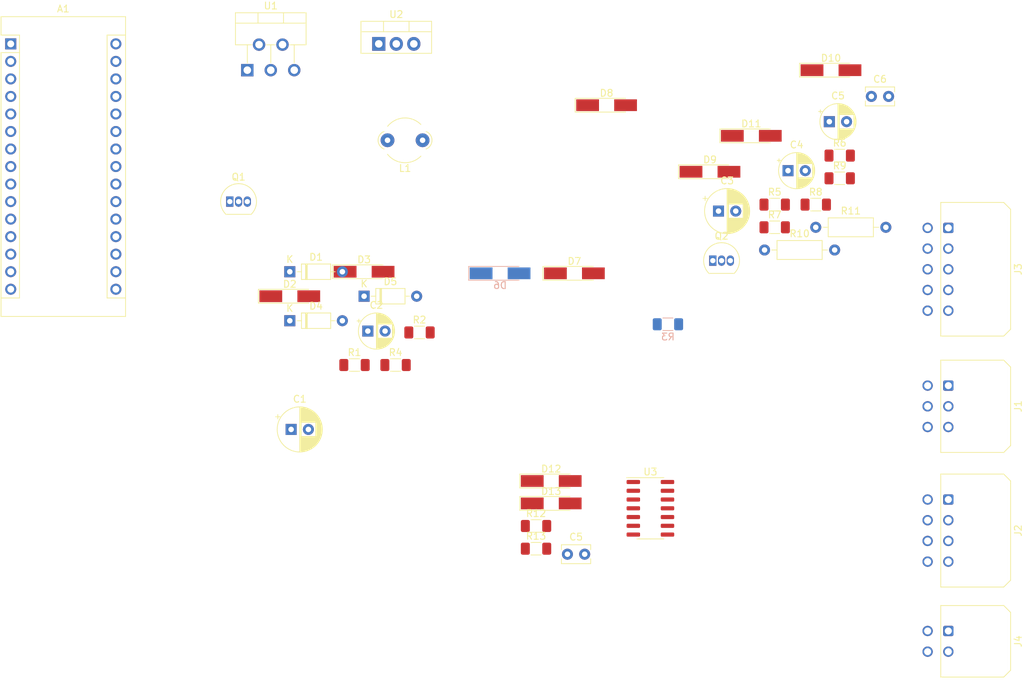
<source format=kicad_pcb>
(kicad_pcb (version 20171130) (host pcbnew 5.1.8-5.fc32)

  (general
    (thickness 1.6)
    (drawings 0)
    (tracks 0)
    (zones 0)
    (modules 44)
    (nets 58)
  )

  (page A4)
  (layers
    (0 F.Cu signal)
    (31 B.Cu signal)
    (32 B.Adhes user)
    (33 F.Adhes user)
    (34 B.Paste user)
    (35 F.Paste user)
    (36 B.SilkS user)
    (37 F.SilkS user)
    (38 B.Mask user)
    (39 F.Mask user)
    (40 Dwgs.User user)
    (41 Cmts.User user)
    (42 Eco1.User user)
    (43 Eco2.User user)
    (44 Edge.Cuts user)
    (45 Margin user)
    (46 B.CrtYd user)
    (47 F.CrtYd user)
    (48 B.Fab user)
    (49 F.Fab user)
  )

  (setup
    (last_trace_width 0.25)
    (trace_clearance 0.25)
    (zone_clearance 0.508)
    (zone_45_only no)
    (trace_min 0.2)
    (via_size 0.8)
    (via_drill 0.4)
    (via_min_size 0.4)
    (via_min_drill 0.3)
    (uvia_size 0.3)
    (uvia_drill 0.1)
    (uvias_allowed no)
    (uvia_min_size 0.2)
    (uvia_min_drill 0.1)
    (edge_width 0.05)
    (segment_width 0.2)
    (pcb_text_width 0.3)
    (pcb_text_size 1.5 1.5)
    (mod_edge_width 0.12)
    (mod_text_size 1 1)
    (mod_text_width 0.15)
    (pad_size 1.524 1.524)
    (pad_drill 0.762)
    (pad_to_mask_clearance 0.05)
    (aux_axis_origin 0 0)
    (visible_elements FFFFFF7F)
    (pcbplotparams
      (layerselection 0x010fc_ffffffff)
      (usegerberextensions false)
      (usegerberattributes true)
      (usegerberadvancedattributes true)
      (creategerberjobfile true)
      (excludeedgelayer true)
      (linewidth 0.100000)
      (plotframeref false)
      (viasonmask false)
      (mode 1)
      (useauxorigin false)
      (hpglpennumber 1)
      (hpglpenspeed 20)
      (hpglpendiameter 15.000000)
      (psnegative false)
      (psa4output false)
      (plotreference true)
      (plotvalue true)
      (plotinvisibletext false)
      (padsonsilk false)
      (subtractmaskfromsilk false)
      (outputformat 1)
      (mirror false)
      (drillshape 1)
      (scaleselection 1)
      (outputdirectory ""))
  )

  (net 0 "")
  (net 1 "Net-(A1-Pad1)")
  (net 2 "Net-(A1-Pad17)")
  (net 3 "Net-(A1-Pad2)")
  (net 4 "Net-(A1-Pad18)")
  (net 5 "Net-(A1-Pad3)")
  (net 6 "Net-(A1-Pad19)")
  (net 7 GND)
  (net 8 "Net-(A1-Pad20)")
  (net 9 "Net-(A1-Pad5)")
  (net 10 "Net-(A1-Pad21)")
  (net 11 "Net-(A1-Pad6)")
  (net 12 "Net-(A1-Pad22)")
  (net 13 "Net-(A1-Pad7)")
  (net 14 "Net-(A1-Pad23)")
  (net 15 "Net-(A1-Pad8)")
  (net 16 "Net-(A1-Pad24)")
  (net 17 "Net-(A1-Pad9)")
  (net 18 "Net-(A1-Pad25)")
  (net 19 "Net-(A1-Pad10)")
  (net 20 "Net-(A1-Pad26)")
  (net 21 "Net-(A1-Pad11)")
  (net 22 "Net-(A1-Pad27)")
  (net 23 "Net-(A1-Pad12)")
  (net 24 "Net-(A1-Pad28)")
  (net 25 "Net-(A1-Pad13)")
  (net 26 "Net-(A1-Pad14)")
  (net 27 "Net-(A1-Pad30)")
  (net 28 "Net-(A1-Pad15)")
  (net 29 "Net-(A1-Pad16)")
  (net 30 "Net-(Q1-Pad2)")
  (net 31 "Net-(Q1-Pad1)")
  (net 32 "Net-(D1-Pad1)")
  (net 33 "Net-(D3-Pad1)")
  (net 34 "Net-(D4-Pad1)")
  (net 35 "Net-(C1-Pad1)")
  (net 36 "Net-(C3-Pad1)")
  (net 37 "Net-(C4-Pad1)")
  (net 38 "Net-(J1-Pad5)")
  (net 39 "Net-(J3-Pad4)")
  (net 40 "Net-(J3-Pad8)")
  (net 41 "Net-(J3-Pad9)")
  (net 42 "Net-(J3-Pad10)")
  (net 43 "Net-(J4-Pad1)")
  (net 44 "Net-(J4-Pad3)")
  (net 45 "Net-(Q2-Pad2)")
  (net 46 "Net-(C5-Pad1)")
  (net 47 "Net-(U3-Pad1)")
  (net 48 "Net-(U3-Pad3)")
  (net 49 "Net-(U3-Pad4)")
  (net 50 "Net-(U3-Pad5)")
  (net 51 "Net-(U3-Pad6)")
  (net 52 "Net-(U3-Pad8)")
  (net 53 "Net-(U3-Pad9)")
  (net 54 "Net-(U3-Pad10)")
  (net 55 "Net-(U3-Pad11)")
  (net 56 "Net-(U3-Pad12)")
  (net 57 "Net-(U3-Pad13)")

  (net_class Default "This is the default net class."
    (clearance 0.25)
    (trace_width 0.25)
    (via_dia 0.8)
    (via_drill 0.4)
    (uvia_dia 0.3)
    (uvia_drill 0.1)
    (add_net GND)
    (add_net "Net-(A1-Pad1)")
    (add_net "Net-(A1-Pad10)")
    (add_net "Net-(A1-Pad11)")
    (add_net "Net-(A1-Pad12)")
    (add_net "Net-(A1-Pad13)")
    (add_net "Net-(A1-Pad14)")
    (add_net "Net-(A1-Pad15)")
    (add_net "Net-(A1-Pad16)")
    (add_net "Net-(A1-Pad17)")
    (add_net "Net-(A1-Pad18)")
    (add_net "Net-(A1-Pad19)")
    (add_net "Net-(A1-Pad2)")
    (add_net "Net-(A1-Pad20)")
    (add_net "Net-(A1-Pad21)")
    (add_net "Net-(A1-Pad22)")
    (add_net "Net-(A1-Pad23)")
    (add_net "Net-(A1-Pad24)")
    (add_net "Net-(A1-Pad25)")
    (add_net "Net-(A1-Pad26)")
    (add_net "Net-(A1-Pad27)")
    (add_net "Net-(A1-Pad28)")
    (add_net "Net-(A1-Pad3)")
    (add_net "Net-(A1-Pad30)")
    (add_net "Net-(A1-Pad5)")
    (add_net "Net-(A1-Pad6)")
    (add_net "Net-(A1-Pad7)")
    (add_net "Net-(A1-Pad8)")
    (add_net "Net-(A1-Pad9)")
    (add_net "Net-(C1-Pad1)")
    (add_net "Net-(C3-Pad1)")
    (add_net "Net-(C4-Pad1)")
    (add_net "Net-(C5-Pad1)")
    (add_net "Net-(D1-Pad1)")
    (add_net "Net-(D3-Pad1)")
    (add_net "Net-(D4-Pad1)")
    (add_net "Net-(J1-Pad5)")
    (add_net "Net-(J3-Pad10)")
    (add_net "Net-(J3-Pad4)")
    (add_net "Net-(J3-Pad8)")
    (add_net "Net-(J3-Pad9)")
    (add_net "Net-(J4-Pad1)")
    (add_net "Net-(J4-Pad3)")
    (add_net "Net-(Q1-Pad1)")
    (add_net "Net-(Q1-Pad2)")
    (add_net "Net-(Q2-Pad2)")
    (add_net "Net-(U3-Pad1)")
    (add_net "Net-(U3-Pad10)")
    (add_net "Net-(U3-Pad11)")
    (add_net "Net-(U3-Pad12)")
    (add_net "Net-(U3-Pad13)")
    (add_net "Net-(U3-Pad3)")
    (add_net "Net-(U3-Pad4)")
    (add_net "Net-(U3-Pad5)")
    (add_net "Net-(U3-Pad6)")
    (add_net "Net-(U3-Pad8)")
    (add_net "Net-(U3-Pad9)")
  )

  (module Module:Arduino_Nano (layer F.Cu) (tedit 58ACAF70) (tstamp 5F4D1703)
    (at 107.95 71.12)
    (descr "Arduino Nano, http://www.mouser.com/pdfdocs/Gravitech_Arduino_Nano3_0.pdf")
    (tags "Arduino Nano")
    (path /5F47853F)
    (fp_text reference A1 (at 7.62 -5.08) (layer F.SilkS)
      (effects (font (size 1 1) (thickness 0.15)))
    )
    (fp_text value Arduino (at 8.89 19.05 90) (layer F.Fab)
      (effects (font (size 1 1) (thickness 0.15)))
    )
    (fp_line (start 16.75 42.16) (end -1.53 42.16) (layer F.CrtYd) (width 0.05))
    (fp_line (start 16.75 42.16) (end 16.75 -4.06) (layer F.CrtYd) (width 0.05))
    (fp_line (start -1.53 -4.06) (end -1.53 42.16) (layer F.CrtYd) (width 0.05))
    (fp_line (start -1.53 -4.06) (end 16.75 -4.06) (layer F.CrtYd) (width 0.05))
    (fp_line (start 16.51 -3.81) (end 16.51 39.37) (layer F.Fab) (width 0.1))
    (fp_line (start 0 -3.81) (end 16.51 -3.81) (layer F.Fab) (width 0.1))
    (fp_line (start -1.27 -2.54) (end 0 -3.81) (layer F.Fab) (width 0.1))
    (fp_line (start -1.27 39.37) (end -1.27 -2.54) (layer F.Fab) (width 0.1))
    (fp_line (start 16.51 39.37) (end -1.27 39.37) (layer F.Fab) (width 0.1))
    (fp_line (start 16.64 -3.94) (end -1.4 -3.94) (layer F.SilkS) (width 0.12))
    (fp_line (start 16.64 39.5) (end 16.64 -3.94) (layer F.SilkS) (width 0.12))
    (fp_line (start -1.4 39.5) (end 16.64 39.5) (layer F.SilkS) (width 0.12))
    (fp_line (start 3.81 41.91) (end 3.81 31.75) (layer F.Fab) (width 0.1))
    (fp_line (start 11.43 41.91) (end 3.81 41.91) (layer F.Fab) (width 0.1))
    (fp_line (start 11.43 31.75) (end 11.43 41.91) (layer F.Fab) (width 0.1))
    (fp_line (start 3.81 31.75) (end 11.43 31.75) (layer F.Fab) (width 0.1))
    (fp_line (start 1.27 36.83) (end -1.4 36.83) (layer F.SilkS) (width 0.12))
    (fp_line (start 1.27 1.27) (end 1.27 36.83) (layer F.SilkS) (width 0.12))
    (fp_line (start 1.27 1.27) (end -1.4 1.27) (layer F.SilkS) (width 0.12))
    (fp_line (start 13.97 36.83) (end 16.64 36.83) (layer F.SilkS) (width 0.12))
    (fp_line (start 13.97 -1.27) (end 13.97 36.83) (layer F.SilkS) (width 0.12))
    (fp_line (start 13.97 -1.27) (end 16.64 -1.27) (layer F.SilkS) (width 0.12))
    (fp_line (start -1.4 -3.94) (end -1.4 -1.27) (layer F.SilkS) (width 0.12))
    (fp_line (start -1.4 1.27) (end -1.4 39.5) (layer F.SilkS) (width 0.12))
    (fp_line (start 1.27 -1.27) (end -1.4 -1.27) (layer F.SilkS) (width 0.12))
    (fp_line (start 1.27 1.27) (end 1.27 -1.27) (layer F.SilkS) (width 0.12))
    (fp_text user %R (at 6.35 19.05 90) (layer F.Fab)
      (effects (font (size 1 1) (thickness 0.15)))
    )
    (pad 1 thru_hole rect (at 0 0) (size 1.6 1.6) (drill 1) (layers *.Cu *.Mask)
      (net 1 "Net-(A1-Pad1)"))
    (pad 17 thru_hole oval (at 15.24 33.02) (size 1.6 1.6) (drill 1) (layers *.Cu *.Mask)
      (net 2 "Net-(A1-Pad17)"))
    (pad 2 thru_hole oval (at 0 2.54) (size 1.6 1.6) (drill 1) (layers *.Cu *.Mask)
      (net 3 "Net-(A1-Pad2)"))
    (pad 18 thru_hole oval (at 15.24 30.48) (size 1.6 1.6) (drill 1) (layers *.Cu *.Mask)
      (net 4 "Net-(A1-Pad18)"))
    (pad 3 thru_hole oval (at 0 5.08) (size 1.6 1.6) (drill 1) (layers *.Cu *.Mask)
      (net 5 "Net-(A1-Pad3)"))
    (pad 19 thru_hole oval (at 15.24 27.94) (size 1.6 1.6) (drill 1) (layers *.Cu *.Mask)
      (net 6 "Net-(A1-Pad19)"))
    (pad 4 thru_hole oval (at 0 7.62) (size 1.6 1.6) (drill 1) (layers *.Cu *.Mask)
      (net 7 GND))
    (pad 20 thru_hole oval (at 15.24 25.4) (size 1.6 1.6) (drill 1) (layers *.Cu *.Mask)
      (net 8 "Net-(A1-Pad20)"))
    (pad 5 thru_hole oval (at 0 10.16) (size 1.6 1.6) (drill 1) (layers *.Cu *.Mask)
      (net 9 "Net-(A1-Pad5)"))
    (pad 21 thru_hole oval (at 15.24 22.86) (size 1.6 1.6) (drill 1) (layers *.Cu *.Mask)
      (net 10 "Net-(A1-Pad21)"))
    (pad 6 thru_hole oval (at 0 12.7) (size 1.6 1.6) (drill 1) (layers *.Cu *.Mask)
      (net 11 "Net-(A1-Pad6)"))
    (pad 22 thru_hole oval (at 15.24 20.32) (size 1.6 1.6) (drill 1) (layers *.Cu *.Mask)
      (net 12 "Net-(A1-Pad22)"))
    (pad 7 thru_hole oval (at 0 15.24) (size 1.6 1.6) (drill 1) (layers *.Cu *.Mask)
      (net 13 "Net-(A1-Pad7)"))
    (pad 23 thru_hole oval (at 15.24 17.78) (size 1.6 1.6) (drill 1) (layers *.Cu *.Mask)
      (net 14 "Net-(A1-Pad23)"))
    (pad 8 thru_hole oval (at 0 17.78) (size 1.6 1.6) (drill 1) (layers *.Cu *.Mask)
      (net 15 "Net-(A1-Pad8)"))
    (pad 24 thru_hole oval (at 15.24 15.24) (size 1.6 1.6) (drill 1) (layers *.Cu *.Mask)
      (net 16 "Net-(A1-Pad24)"))
    (pad 9 thru_hole oval (at 0 20.32) (size 1.6 1.6) (drill 1) (layers *.Cu *.Mask)
      (net 17 "Net-(A1-Pad9)"))
    (pad 25 thru_hole oval (at 15.24 12.7) (size 1.6 1.6) (drill 1) (layers *.Cu *.Mask)
      (net 18 "Net-(A1-Pad25)"))
    (pad 10 thru_hole oval (at 0 22.86) (size 1.6 1.6) (drill 1) (layers *.Cu *.Mask)
      (net 19 "Net-(A1-Pad10)"))
    (pad 26 thru_hole oval (at 15.24 10.16) (size 1.6 1.6) (drill 1) (layers *.Cu *.Mask)
      (net 20 "Net-(A1-Pad26)"))
    (pad 11 thru_hole oval (at 0 25.4) (size 1.6 1.6) (drill 1) (layers *.Cu *.Mask)
      (net 21 "Net-(A1-Pad11)"))
    (pad 27 thru_hole oval (at 15.24 7.62) (size 1.6 1.6) (drill 1) (layers *.Cu *.Mask)
      (net 22 "Net-(A1-Pad27)"))
    (pad 12 thru_hole oval (at 0 27.94) (size 1.6 1.6) (drill 1) (layers *.Cu *.Mask)
      (net 23 "Net-(A1-Pad12)"))
    (pad 28 thru_hole oval (at 15.24 5.08) (size 1.6 1.6) (drill 1) (layers *.Cu *.Mask)
      (net 24 "Net-(A1-Pad28)"))
    (pad 13 thru_hole oval (at 0 30.48) (size 1.6 1.6) (drill 1) (layers *.Cu *.Mask)
      (net 25 "Net-(A1-Pad13)"))
    (pad 29 thru_hole oval (at 15.24 2.54) (size 1.6 1.6) (drill 1) (layers *.Cu *.Mask)
      (net 7 GND))
    (pad 14 thru_hole oval (at 0 33.02) (size 1.6 1.6) (drill 1) (layers *.Cu *.Mask)
      (net 26 "Net-(A1-Pad14)"))
    (pad 30 thru_hole oval (at 15.24 0) (size 1.6 1.6) (drill 1) (layers *.Cu *.Mask)
      (net 27 "Net-(A1-Pad30)"))
    (pad 15 thru_hole oval (at 0 35.56) (size 1.6 1.6) (drill 1) (layers *.Cu *.Mask)
      (net 28 "Net-(A1-Pad15)"))
    (pad 16 thru_hole oval (at 15.24 35.56) (size 1.6 1.6) (drill 1) (layers *.Cu *.Mask)
      (net 29 "Net-(A1-Pad16)"))
    (model ${KISYS3DMOD}/Module.3dshapes/Arduino_Nano_WithMountingHoles.wrl
      (at (xyz 0 0 0))
      (scale (xyz 1 1 1))
      (rotate (xyz 0 0 0))
    )
  )

  (module Package_TO_SOT_THT:TO-92_Inline (layer F.Cu) (tedit 5A1DD157) (tstamp 5F4D1715)
    (at 139.7 93.98)
    (descr "TO-92 leads in-line, narrow, oval pads, drill 0.75mm (see NXP sot054_po.pdf)")
    (tags "to-92 sc-43 sc-43a sot54 PA33 transistor")
    (path /5F486263)
    (fp_text reference Q1 (at 1.27 -3.56) (layer F.SilkS)
      (effects (font (size 1 1) (thickness 0.15)))
    )
    (fp_text value BC546 (at 1.27 2.79) (layer F.Fab)
      (effects (font (size 1 1) (thickness 0.15)))
    )
    (fp_line (start 4 2.01) (end -1.46 2.01) (layer F.CrtYd) (width 0.05))
    (fp_line (start 4 2.01) (end 4 -2.73) (layer F.CrtYd) (width 0.05))
    (fp_line (start -1.46 -2.73) (end -1.46 2.01) (layer F.CrtYd) (width 0.05))
    (fp_line (start -1.46 -2.73) (end 4 -2.73) (layer F.CrtYd) (width 0.05))
    (fp_line (start -0.5 1.75) (end 3 1.75) (layer F.Fab) (width 0.1))
    (fp_line (start -0.53 1.85) (end 3.07 1.85) (layer F.SilkS) (width 0.12))
    (fp_text user %R (at 1.27 -3.56) (layer F.Fab)
      (effects (font (size 1 1) (thickness 0.15)))
    )
    (fp_arc (start 1.27 0) (end 1.27 -2.48) (angle 135) (layer F.Fab) (width 0.1))
    (fp_arc (start 1.27 0) (end 1.27 -2.6) (angle -135) (layer F.SilkS) (width 0.12))
    (fp_arc (start 1.27 0) (end 1.27 -2.48) (angle -135) (layer F.Fab) (width 0.1))
    (fp_arc (start 1.27 0) (end 1.27 -2.6) (angle 135) (layer F.SilkS) (width 0.12))
    (pad 2 thru_hole oval (at 1.27 0) (size 1.05 1.5) (drill 0.75) (layers *.Cu *.Mask)
      (net 30 "Net-(Q1-Pad2)"))
    (pad 3 thru_hole oval (at 2.54 0) (size 1.05 1.5) (drill 0.75) (layers *.Cu *.Mask)
      (net 7 GND))
    (pad 1 thru_hole rect (at 0 0) (size 1.05 1.5) (drill 0.75) (layers *.Cu *.Mask)
      (net 31 "Net-(Q1-Pad1)"))
    (model ${KISYS3DMOD}/Package_TO_SOT_THT.3dshapes/TO-92_Inline.wrl
      (at (xyz 0 0 0))
      (scale (xyz 1 1 1))
      (rotate (xyz 0 0 0))
    )
  )

  (module Package_TO_SOT_THT:TO-220-5_P3.4x3.7mm_StaggerOdd_Lead3.8mm_Vertical (layer F.Cu) (tedit 5AF05A31) (tstamp 5F4D173B)
    (at 142.24 74.93)
    (descr "TO-220-5, Vertical, RM 1.7mm, Pentawatt, Multiwatt-5, staggered type-1, see http://www.analog.com/media/en/package-pcb-resources/package/pkg_pdf/ltc-legacy-to-220/to-220_5_05-08-1421.pdf?domain=www.linear.com, https://www.diodes.com/assets/Package-Files/TO220-5.pdf")
    (tags "TO-220-5 Vertical RM 1.7mm Pentawatt Multiwatt-5 staggered type-1")
    (path /5F47E73E)
    (fp_text reference U1 (at 3.4 -9.32) (layer F.SilkS)
      (effects (font (size 1 1) (thickness 0.15)))
    )
    (fp_text value LM2596T-5 (at 3.4 2.15) (layer F.Fab)
      (effects (font (size 1 1) (thickness 0.15)))
    )
    (fp_line (start 8.65 -8.45) (end -1.85 -8.45) (layer F.CrtYd) (width 0.05))
    (fp_line (start 8.65 1.15) (end 8.65 -8.45) (layer F.CrtYd) (width 0.05))
    (fp_line (start -1.85 1.15) (end 8.65 1.15) (layer F.CrtYd) (width 0.05))
    (fp_line (start -1.85 -8.45) (end -1.85 1.15) (layer F.CrtYd) (width 0.05))
    (fp_line (start 6.8 -3.679) (end 6.8 -1.065) (layer F.SilkS) (width 0.12))
    (fp_line (start 3.4 -3.679) (end 3.4 -1.065) (layer F.SilkS) (width 0.12))
    (fp_line (start 0 -3.679) (end 0 -1.049) (layer F.SilkS) (width 0.12))
    (fp_line (start 5.25 -8.32) (end 5.25 -6.811) (layer F.SilkS) (width 0.12))
    (fp_line (start 1.55 -8.32) (end 1.55 -6.811) (layer F.SilkS) (width 0.12))
    (fp_line (start -1.721 -6.811) (end 8.52 -6.811) (layer F.SilkS) (width 0.12))
    (fp_line (start 8.52 -8.32) (end 8.52 -3.679) (layer F.SilkS) (width 0.12))
    (fp_line (start -1.721 -8.32) (end -1.721 -3.679) (layer F.SilkS) (width 0.12))
    (fp_line (start 6.165 -3.679) (end 8.52 -3.679) (layer F.SilkS) (width 0.12))
    (fp_line (start 2.765 -3.679) (end 4.035 -3.679) (layer F.SilkS) (width 0.12))
    (fp_line (start -1.721 -3.679) (end 0.635 -3.679) (layer F.SilkS) (width 0.12))
    (fp_line (start -1.721 -8.32) (end 8.52 -8.32) (layer F.SilkS) (width 0.12))
    (fp_line (start 6.8 -3.8) (end 6.8 0) (layer F.Fab) (width 0.1))
    (fp_line (start 5.1 -3.8) (end 5.1 -3.7) (layer F.Fab) (width 0.1))
    (fp_line (start 3.4 -3.8) (end 3.4 0) (layer F.Fab) (width 0.1))
    (fp_line (start 1.7 -3.8) (end 1.7 -3.7) (layer F.Fab) (width 0.1))
    (fp_line (start 0 -3.8) (end 0 0) (layer F.Fab) (width 0.1))
    (fp_line (start 5.25 -8.2) (end 5.25 -6.93) (layer F.Fab) (width 0.1))
    (fp_line (start 1.55 -8.2) (end 1.55 -6.93) (layer F.Fab) (width 0.1))
    (fp_line (start -1.6 -6.93) (end 8.4 -6.93) (layer F.Fab) (width 0.1))
    (fp_line (start 8.4 -8.2) (end -1.6 -8.2) (layer F.Fab) (width 0.1))
    (fp_line (start 8.4 -3.8) (end 8.4 -8.2) (layer F.Fab) (width 0.1))
    (fp_line (start -1.6 -3.8) (end 8.4 -3.8) (layer F.Fab) (width 0.1))
    (fp_line (start -1.6 -8.2) (end -1.6 -3.8) (layer F.Fab) (width 0.1))
    (fp_text user %R (at 3.4 -9.32) (layer F.Fab)
      (effects (font (size 1 1) (thickness 0.15)))
    )
    (pad 1 thru_hole rect (at 0 0) (size 1.8 1.8) (drill 1.1) (layers *.Cu *.Mask)
      (net 35 "Net-(C1-Pad1)"))
    (pad 2 thru_hole oval (at 1.7 -3.7) (size 1.8 1.8) (drill 1.1) (layers *.Cu *.Mask)
      (net 32 "Net-(D1-Pad1)"))
    (pad 3 thru_hole oval (at 3.4 0) (size 1.8 1.8) (drill 1.1) (layers *.Cu *.Mask)
      (net 7 GND))
    (pad 4 thru_hole oval (at 5.1 -3.7) (size 1.8 1.8) (drill 1.1) (layers *.Cu *.Mask)
      (net 22 "Net-(A1-Pad27)"))
    (pad 5 thru_hole oval (at 6.8 0) (size 1.8 1.8) (drill 1.1) (layers *.Cu *.Mask)
      (net 33 "Net-(D3-Pad1)"))
    (model ${KISYS3DMOD}/Package_TO_SOT_THT.3dshapes/TO-220-5_P3.4x3.7mm_StaggerOdd_Lead3.8mm_Vertical.wrl
      (at (xyz 0 0 0))
      (scale (xyz 1 1 1))
      (rotate (xyz 0 0 0))
    )
  )

  (module Capacitor_THT:CP_Radial_D6.3mm_P2.50mm (layer F.Cu) (tedit 5AE50EF0) (tstamp 5FE0F14F)
    (at 148.59 127)
    (descr "CP, Radial series, Radial, pin pitch=2.50mm, , diameter=6.3mm, Electrolytic Capacitor")
    (tags "CP Radial series Radial pin pitch 2.50mm  diameter 6.3mm Electrolytic Capacitor")
    (path /5F4AD37C)
    (fp_text reference C1 (at 1.25 -4.4) (layer F.SilkS)
      (effects (font (size 1 1) (thickness 0.15)))
    )
    (fp_text value 47uF (at 1.25 4.4) (layer F.Fab)
      (effects (font (size 1 1) (thickness 0.15)))
    )
    (fp_circle (center 1.25 0) (end 4.4 0) (layer F.Fab) (width 0.1))
    (fp_circle (center 1.25 0) (end 4.52 0) (layer F.SilkS) (width 0.12))
    (fp_circle (center 1.25 0) (end 4.65 0) (layer F.CrtYd) (width 0.05))
    (fp_line (start -1.443972 -1.3735) (end -0.813972 -1.3735) (layer F.Fab) (width 0.1))
    (fp_line (start -1.128972 -1.6885) (end -1.128972 -1.0585) (layer F.Fab) (width 0.1))
    (fp_line (start 1.25 -3.23) (end 1.25 3.23) (layer F.SilkS) (width 0.12))
    (fp_line (start 1.29 -3.23) (end 1.29 3.23) (layer F.SilkS) (width 0.12))
    (fp_line (start 1.33 -3.23) (end 1.33 3.23) (layer F.SilkS) (width 0.12))
    (fp_line (start 1.37 -3.228) (end 1.37 3.228) (layer F.SilkS) (width 0.12))
    (fp_line (start 1.41 -3.227) (end 1.41 3.227) (layer F.SilkS) (width 0.12))
    (fp_line (start 1.45 -3.224) (end 1.45 3.224) (layer F.SilkS) (width 0.12))
    (fp_line (start 1.49 -3.222) (end 1.49 -1.04) (layer F.SilkS) (width 0.12))
    (fp_line (start 1.49 1.04) (end 1.49 3.222) (layer F.SilkS) (width 0.12))
    (fp_line (start 1.53 -3.218) (end 1.53 -1.04) (layer F.SilkS) (width 0.12))
    (fp_line (start 1.53 1.04) (end 1.53 3.218) (layer F.SilkS) (width 0.12))
    (fp_line (start 1.57 -3.215) (end 1.57 -1.04) (layer F.SilkS) (width 0.12))
    (fp_line (start 1.57 1.04) (end 1.57 3.215) (layer F.SilkS) (width 0.12))
    (fp_line (start 1.61 -3.211) (end 1.61 -1.04) (layer F.SilkS) (width 0.12))
    (fp_line (start 1.61 1.04) (end 1.61 3.211) (layer F.SilkS) (width 0.12))
    (fp_line (start 1.65 -3.206) (end 1.65 -1.04) (layer F.SilkS) (width 0.12))
    (fp_line (start 1.65 1.04) (end 1.65 3.206) (layer F.SilkS) (width 0.12))
    (fp_line (start 1.69 -3.201) (end 1.69 -1.04) (layer F.SilkS) (width 0.12))
    (fp_line (start 1.69 1.04) (end 1.69 3.201) (layer F.SilkS) (width 0.12))
    (fp_line (start 1.73 -3.195) (end 1.73 -1.04) (layer F.SilkS) (width 0.12))
    (fp_line (start 1.73 1.04) (end 1.73 3.195) (layer F.SilkS) (width 0.12))
    (fp_line (start 1.77 -3.189) (end 1.77 -1.04) (layer F.SilkS) (width 0.12))
    (fp_line (start 1.77 1.04) (end 1.77 3.189) (layer F.SilkS) (width 0.12))
    (fp_line (start 1.81 -3.182) (end 1.81 -1.04) (layer F.SilkS) (width 0.12))
    (fp_line (start 1.81 1.04) (end 1.81 3.182) (layer F.SilkS) (width 0.12))
    (fp_line (start 1.85 -3.175) (end 1.85 -1.04) (layer F.SilkS) (width 0.12))
    (fp_line (start 1.85 1.04) (end 1.85 3.175) (layer F.SilkS) (width 0.12))
    (fp_line (start 1.89 -3.167) (end 1.89 -1.04) (layer F.SilkS) (width 0.12))
    (fp_line (start 1.89 1.04) (end 1.89 3.167) (layer F.SilkS) (width 0.12))
    (fp_line (start 1.93 -3.159) (end 1.93 -1.04) (layer F.SilkS) (width 0.12))
    (fp_line (start 1.93 1.04) (end 1.93 3.159) (layer F.SilkS) (width 0.12))
    (fp_line (start 1.971 -3.15) (end 1.971 -1.04) (layer F.SilkS) (width 0.12))
    (fp_line (start 1.971 1.04) (end 1.971 3.15) (layer F.SilkS) (width 0.12))
    (fp_line (start 2.011 -3.141) (end 2.011 -1.04) (layer F.SilkS) (width 0.12))
    (fp_line (start 2.011 1.04) (end 2.011 3.141) (layer F.SilkS) (width 0.12))
    (fp_line (start 2.051 -3.131) (end 2.051 -1.04) (layer F.SilkS) (width 0.12))
    (fp_line (start 2.051 1.04) (end 2.051 3.131) (layer F.SilkS) (width 0.12))
    (fp_line (start 2.091 -3.121) (end 2.091 -1.04) (layer F.SilkS) (width 0.12))
    (fp_line (start 2.091 1.04) (end 2.091 3.121) (layer F.SilkS) (width 0.12))
    (fp_line (start 2.131 -3.11) (end 2.131 -1.04) (layer F.SilkS) (width 0.12))
    (fp_line (start 2.131 1.04) (end 2.131 3.11) (layer F.SilkS) (width 0.12))
    (fp_line (start 2.171 -3.098) (end 2.171 -1.04) (layer F.SilkS) (width 0.12))
    (fp_line (start 2.171 1.04) (end 2.171 3.098) (layer F.SilkS) (width 0.12))
    (fp_line (start 2.211 -3.086) (end 2.211 -1.04) (layer F.SilkS) (width 0.12))
    (fp_line (start 2.211 1.04) (end 2.211 3.086) (layer F.SilkS) (width 0.12))
    (fp_line (start 2.251 -3.074) (end 2.251 -1.04) (layer F.SilkS) (width 0.12))
    (fp_line (start 2.251 1.04) (end 2.251 3.074) (layer F.SilkS) (width 0.12))
    (fp_line (start 2.291 -3.061) (end 2.291 -1.04) (layer F.SilkS) (width 0.12))
    (fp_line (start 2.291 1.04) (end 2.291 3.061) (layer F.SilkS) (width 0.12))
    (fp_line (start 2.331 -3.047) (end 2.331 -1.04) (layer F.SilkS) (width 0.12))
    (fp_line (start 2.331 1.04) (end 2.331 3.047) (layer F.SilkS) (width 0.12))
    (fp_line (start 2.371 -3.033) (end 2.371 -1.04) (layer F.SilkS) (width 0.12))
    (fp_line (start 2.371 1.04) (end 2.371 3.033) (layer F.SilkS) (width 0.12))
    (fp_line (start 2.411 -3.018) (end 2.411 -1.04) (layer F.SilkS) (width 0.12))
    (fp_line (start 2.411 1.04) (end 2.411 3.018) (layer F.SilkS) (width 0.12))
    (fp_line (start 2.451 -3.002) (end 2.451 -1.04) (layer F.SilkS) (width 0.12))
    (fp_line (start 2.451 1.04) (end 2.451 3.002) (layer F.SilkS) (width 0.12))
    (fp_line (start 2.491 -2.986) (end 2.491 -1.04) (layer F.SilkS) (width 0.12))
    (fp_line (start 2.491 1.04) (end 2.491 2.986) (layer F.SilkS) (width 0.12))
    (fp_line (start 2.531 -2.97) (end 2.531 -1.04) (layer F.SilkS) (width 0.12))
    (fp_line (start 2.531 1.04) (end 2.531 2.97) (layer F.SilkS) (width 0.12))
    (fp_line (start 2.571 -2.952) (end 2.571 -1.04) (layer F.SilkS) (width 0.12))
    (fp_line (start 2.571 1.04) (end 2.571 2.952) (layer F.SilkS) (width 0.12))
    (fp_line (start 2.611 -2.934) (end 2.611 -1.04) (layer F.SilkS) (width 0.12))
    (fp_line (start 2.611 1.04) (end 2.611 2.934) (layer F.SilkS) (width 0.12))
    (fp_line (start 2.651 -2.916) (end 2.651 -1.04) (layer F.SilkS) (width 0.12))
    (fp_line (start 2.651 1.04) (end 2.651 2.916) (layer F.SilkS) (width 0.12))
    (fp_line (start 2.691 -2.896) (end 2.691 -1.04) (layer F.SilkS) (width 0.12))
    (fp_line (start 2.691 1.04) (end 2.691 2.896) (layer F.SilkS) (width 0.12))
    (fp_line (start 2.731 -2.876) (end 2.731 -1.04) (layer F.SilkS) (width 0.12))
    (fp_line (start 2.731 1.04) (end 2.731 2.876) (layer F.SilkS) (width 0.12))
    (fp_line (start 2.771 -2.856) (end 2.771 -1.04) (layer F.SilkS) (width 0.12))
    (fp_line (start 2.771 1.04) (end 2.771 2.856) (layer F.SilkS) (width 0.12))
    (fp_line (start 2.811 -2.834) (end 2.811 -1.04) (layer F.SilkS) (width 0.12))
    (fp_line (start 2.811 1.04) (end 2.811 2.834) (layer F.SilkS) (width 0.12))
    (fp_line (start 2.851 -2.812) (end 2.851 -1.04) (layer F.SilkS) (width 0.12))
    (fp_line (start 2.851 1.04) (end 2.851 2.812) (layer F.SilkS) (width 0.12))
    (fp_line (start 2.891 -2.79) (end 2.891 -1.04) (layer F.SilkS) (width 0.12))
    (fp_line (start 2.891 1.04) (end 2.891 2.79) (layer F.SilkS) (width 0.12))
    (fp_line (start 2.931 -2.766) (end 2.931 -1.04) (layer F.SilkS) (width 0.12))
    (fp_line (start 2.931 1.04) (end 2.931 2.766) (layer F.SilkS) (width 0.12))
    (fp_line (start 2.971 -2.742) (end 2.971 -1.04) (layer F.SilkS) (width 0.12))
    (fp_line (start 2.971 1.04) (end 2.971 2.742) (layer F.SilkS) (width 0.12))
    (fp_line (start 3.011 -2.716) (end 3.011 -1.04) (layer F.SilkS) (width 0.12))
    (fp_line (start 3.011 1.04) (end 3.011 2.716) (layer F.SilkS) (width 0.12))
    (fp_line (start 3.051 -2.69) (end 3.051 -1.04) (layer F.SilkS) (width 0.12))
    (fp_line (start 3.051 1.04) (end 3.051 2.69) (layer F.SilkS) (width 0.12))
    (fp_line (start 3.091 -2.664) (end 3.091 -1.04) (layer F.SilkS) (width 0.12))
    (fp_line (start 3.091 1.04) (end 3.091 2.664) (layer F.SilkS) (width 0.12))
    (fp_line (start 3.131 -2.636) (end 3.131 -1.04) (layer F.SilkS) (width 0.12))
    (fp_line (start 3.131 1.04) (end 3.131 2.636) (layer F.SilkS) (width 0.12))
    (fp_line (start 3.171 -2.607) (end 3.171 -1.04) (layer F.SilkS) (width 0.12))
    (fp_line (start 3.171 1.04) (end 3.171 2.607) (layer F.SilkS) (width 0.12))
    (fp_line (start 3.211 -2.578) (end 3.211 -1.04) (layer F.SilkS) (width 0.12))
    (fp_line (start 3.211 1.04) (end 3.211 2.578) (layer F.SilkS) (width 0.12))
    (fp_line (start 3.251 -2.548) (end 3.251 -1.04) (layer F.SilkS) (width 0.12))
    (fp_line (start 3.251 1.04) (end 3.251 2.548) (layer F.SilkS) (width 0.12))
    (fp_line (start 3.291 -2.516) (end 3.291 -1.04) (layer F.SilkS) (width 0.12))
    (fp_line (start 3.291 1.04) (end 3.291 2.516) (layer F.SilkS) (width 0.12))
    (fp_line (start 3.331 -2.484) (end 3.331 -1.04) (layer F.SilkS) (width 0.12))
    (fp_line (start 3.331 1.04) (end 3.331 2.484) (layer F.SilkS) (width 0.12))
    (fp_line (start 3.371 -2.45) (end 3.371 -1.04) (layer F.SilkS) (width 0.12))
    (fp_line (start 3.371 1.04) (end 3.371 2.45) (layer F.SilkS) (width 0.12))
    (fp_line (start 3.411 -2.416) (end 3.411 -1.04) (layer F.SilkS) (width 0.12))
    (fp_line (start 3.411 1.04) (end 3.411 2.416) (layer F.SilkS) (width 0.12))
    (fp_line (start 3.451 -2.38) (end 3.451 -1.04) (layer F.SilkS) (width 0.12))
    (fp_line (start 3.451 1.04) (end 3.451 2.38) (layer F.SilkS) (width 0.12))
    (fp_line (start 3.491 -2.343) (end 3.491 -1.04) (layer F.SilkS) (width 0.12))
    (fp_line (start 3.491 1.04) (end 3.491 2.343) (layer F.SilkS) (width 0.12))
    (fp_line (start 3.531 -2.305) (end 3.531 -1.04) (layer F.SilkS) (width 0.12))
    (fp_line (start 3.531 1.04) (end 3.531 2.305) (layer F.SilkS) (width 0.12))
    (fp_line (start 3.571 -2.265) (end 3.571 2.265) (layer F.SilkS) (width 0.12))
    (fp_line (start 3.611 -2.224) (end 3.611 2.224) (layer F.SilkS) (width 0.12))
    (fp_line (start 3.651 -2.182) (end 3.651 2.182) (layer F.SilkS) (width 0.12))
    (fp_line (start 3.691 -2.137) (end 3.691 2.137) (layer F.SilkS) (width 0.12))
    (fp_line (start 3.731 -2.092) (end 3.731 2.092) (layer F.SilkS) (width 0.12))
    (fp_line (start 3.771 -2.044) (end 3.771 2.044) (layer F.SilkS) (width 0.12))
    (fp_line (start 3.811 -1.995) (end 3.811 1.995) (layer F.SilkS) (width 0.12))
    (fp_line (start 3.851 -1.944) (end 3.851 1.944) (layer F.SilkS) (width 0.12))
    (fp_line (start 3.891 -1.89) (end 3.891 1.89) (layer F.SilkS) (width 0.12))
    (fp_line (start 3.931 -1.834) (end 3.931 1.834) (layer F.SilkS) (width 0.12))
    (fp_line (start 3.971 -1.776) (end 3.971 1.776) (layer F.SilkS) (width 0.12))
    (fp_line (start 4.011 -1.714) (end 4.011 1.714) (layer F.SilkS) (width 0.12))
    (fp_line (start 4.051 -1.65) (end 4.051 1.65) (layer F.SilkS) (width 0.12))
    (fp_line (start 4.091 -1.581) (end 4.091 1.581) (layer F.SilkS) (width 0.12))
    (fp_line (start 4.131 -1.509) (end 4.131 1.509) (layer F.SilkS) (width 0.12))
    (fp_line (start 4.171 -1.432) (end 4.171 1.432) (layer F.SilkS) (width 0.12))
    (fp_line (start 4.211 -1.35) (end 4.211 1.35) (layer F.SilkS) (width 0.12))
    (fp_line (start 4.251 -1.262) (end 4.251 1.262) (layer F.SilkS) (width 0.12))
    (fp_line (start 4.291 -1.165) (end 4.291 1.165) (layer F.SilkS) (width 0.12))
    (fp_line (start 4.331 -1.059) (end 4.331 1.059) (layer F.SilkS) (width 0.12))
    (fp_line (start 4.371 -0.94) (end 4.371 0.94) (layer F.SilkS) (width 0.12))
    (fp_line (start 4.411 -0.802) (end 4.411 0.802) (layer F.SilkS) (width 0.12))
    (fp_line (start 4.451 -0.633) (end 4.451 0.633) (layer F.SilkS) (width 0.12))
    (fp_line (start 4.491 -0.402) (end 4.491 0.402) (layer F.SilkS) (width 0.12))
    (fp_line (start -2.250241 -1.839) (end -1.620241 -1.839) (layer F.SilkS) (width 0.12))
    (fp_line (start -1.935241 -2.154) (end -1.935241 -1.524) (layer F.SilkS) (width 0.12))
    (fp_text user %R (at 1.25 0) (layer F.Fab)
      (effects (font (size 1 1) (thickness 0.15)))
    )
    (pad 1 thru_hole rect (at 0 0) (size 1.6 1.6) (drill 0.8) (layers *.Cu *.Mask)
      (net 35 "Net-(C1-Pad1)"))
    (pad 2 thru_hole circle (at 2.5 0) (size 1.6 1.6) (drill 0.8) (layers *.Cu *.Mask)
      (net 7 GND))
    (model ${KISYS3DMOD}/Capacitor_THT.3dshapes/CP_Radial_D6.3mm_P2.50mm.wrl
      (at (xyz 0 0 0))
      (scale (xyz 1 1 1))
      (rotate (xyz 0 0 0))
    )
  )

  (module Capacitor_THT:CP_Radial_D5.0mm_P2.50mm (layer F.Cu) (tedit 5AE50EF0) (tstamp 5FE0F1D3)
    (at 159.704776 112.745001)
    (descr "CP, Radial series, Radial, pin pitch=2.50mm, , diameter=5mm, Electrolytic Capacitor")
    (tags "CP Radial series Radial pin pitch 2.50mm  diameter 5mm Electrolytic Capacitor")
    (path /5F4B010E)
    (fp_text reference C2 (at 1.25 -3.75) (layer F.SilkS)
      (effects (font (size 1 1) (thickness 0.15)))
    )
    (fp_text value 33uF (at 1.25 3.75) (layer F.Fab)
      (effects (font (size 1 1) (thickness 0.15)))
    )
    (fp_circle (center 1.25 0) (end 3.75 0) (layer F.Fab) (width 0.1))
    (fp_circle (center 1.25 0) (end 3.87 0) (layer F.SilkS) (width 0.12))
    (fp_circle (center 1.25 0) (end 4 0) (layer F.CrtYd) (width 0.05))
    (fp_line (start -0.883605 -1.0875) (end -0.383605 -1.0875) (layer F.Fab) (width 0.1))
    (fp_line (start -0.633605 -1.3375) (end -0.633605 -0.8375) (layer F.Fab) (width 0.1))
    (fp_line (start 1.25 -2.58) (end 1.25 2.58) (layer F.SilkS) (width 0.12))
    (fp_line (start 1.29 -2.58) (end 1.29 2.58) (layer F.SilkS) (width 0.12))
    (fp_line (start 1.33 -2.579) (end 1.33 2.579) (layer F.SilkS) (width 0.12))
    (fp_line (start 1.37 -2.578) (end 1.37 2.578) (layer F.SilkS) (width 0.12))
    (fp_line (start 1.41 -2.576) (end 1.41 2.576) (layer F.SilkS) (width 0.12))
    (fp_line (start 1.45 -2.573) (end 1.45 2.573) (layer F.SilkS) (width 0.12))
    (fp_line (start 1.49 -2.569) (end 1.49 -1.04) (layer F.SilkS) (width 0.12))
    (fp_line (start 1.49 1.04) (end 1.49 2.569) (layer F.SilkS) (width 0.12))
    (fp_line (start 1.53 -2.565) (end 1.53 -1.04) (layer F.SilkS) (width 0.12))
    (fp_line (start 1.53 1.04) (end 1.53 2.565) (layer F.SilkS) (width 0.12))
    (fp_line (start 1.57 -2.561) (end 1.57 -1.04) (layer F.SilkS) (width 0.12))
    (fp_line (start 1.57 1.04) (end 1.57 2.561) (layer F.SilkS) (width 0.12))
    (fp_line (start 1.61 -2.556) (end 1.61 -1.04) (layer F.SilkS) (width 0.12))
    (fp_line (start 1.61 1.04) (end 1.61 2.556) (layer F.SilkS) (width 0.12))
    (fp_line (start 1.65 -2.55) (end 1.65 -1.04) (layer F.SilkS) (width 0.12))
    (fp_line (start 1.65 1.04) (end 1.65 2.55) (layer F.SilkS) (width 0.12))
    (fp_line (start 1.69 -2.543) (end 1.69 -1.04) (layer F.SilkS) (width 0.12))
    (fp_line (start 1.69 1.04) (end 1.69 2.543) (layer F.SilkS) (width 0.12))
    (fp_line (start 1.73 -2.536) (end 1.73 -1.04) (layer F.SilkS) (width 0.12))
    (fp_line (start 1.73 1.04) (end 1.73 2.536) (layer F.SilkS) (width 0.12))
    (fp_line (start 1.77 -2.528) (end 1.77 -1.04) (layer F.SilkS) (width 0.12))
    (fp_line (start 1.77 1.04) (end 1.77 2.528) (layer F.SilkS) (width 0.12))
    (fp_line (start 1.81 -2.52) (end 1.81 -1.04) (layer F.SilkS) (width 0.12))
    (fp_line (start 1.81 1.04) (end 1.81 2.52) (layer F.SilkS) (width 0.12))
    (fp_line (start 1.85 -2.511) (end 1.85 -1.04) (layer F.SilkS) (width 0.12))
    (fp_line (start 1.85 1.04) (end 1.85 2.511) (layer F.SilkS) (width 0.12))
    (fp_line (start 1.89 -2.501) (end 1.89 -1.04) (layer F.SilkS) (width 0.12))
    (fp_line (start 1.89 1.04) (end 1.89 2.501) (layer F.SilkS) (width 0.12))
    (fp_line (start 1.93 -2.491) (end 1.93 -1.04) (layer F.SilkS) (width 0.12))
    (fp_line (start 1.93 1.04) (end 1.93 2.491) (layer F.SilkS) (width 0.12))
    (fp_line (start 1.971 -2.48) (end 1.971 -1.04) (layer F.SilkS) (width 0.12))
    (fp_line (start 1.971 1.04) (end 1.971 2.48) (layer F.SilkS) (width 0.12))
    (fp_line (start 2.011 -2.468) (end 2.011 -1.04) (layer F.SilkS) (width 0.12))
    (fp_line (start 2.011 1.04) (end 2.011 2.468) (layer F.SilkS) (width 0.12))
    (fp_line (start 2.051 -2.455) (end 2.051 -1.04) (layer F.SilkS) (width 0.12))
    (fp_line (start 2.051 1.04) (end 2.051 2.455) (layer F.SilkS) (width 0.12))
    (fp_line (start 2.091 -2.442) (end 2.091 -1.04) (layer F.SilkS) (width 0.12))
    (fp_line (start 2.091 1.04) (end 2.091 2.442) (layer F.SilkS) (width 0.12))
    (fp_line (start 2.131 -2.428) (end 2.131 -1.04) (layer F.SilkS) (width 0.12))
    (fp_line (start 2.131 1.04) (end 2.131 2.428) (layer F.SilkS) (width 0.12))
    (fp_line (start 2.171 -2.414) (end 2.171 -1.04) (layer F.SilkS) (width 0.12))
    (fp_line (start 2.171 1.04) (end 2.171 2.414) (layer F.SilkS) (width 0.12))
    (fp_line (start 2.211 -2.398) (end 2.211 -1.04) (layer F.SilkS) (width 0.12))
    (fp_line (start 2.211 1.04) (end 2.211 2.398) (layer F.SilkS) (width 0.12))
    (fp_line (start 2.251 -2.382) (end 2.251 -1.04) (layer F.SilkS) (width 0.12))
    (fp_line (start 2.251 1.04) (end 2.251 2.382) (layer F.SilkS) (width 0.12))
    (fp_line (start 2.291 -2.365) (end 2.291 -1.04) (layer F.SilkS) (width 0.12))
    (fp_line (start 2.291 1.04) (end 2.291 2.365) (layer F.SilkS) (width 0.12))
    (fp_line (start 2.331 -2.348) (end 2.331 -1.04) (layer F.SilkS) (width 0.12))
    (fp_line (start 2.331 1.04) (end 2.331 2.348) (layer F.SilkS) (width 0.12))
    (fp_line (start 2.371 -2.329) (end 2.371 -1.04) (layer F.SilkS) (width 0.12))
    (fp_line (start 2.371 1.04) (end 2.371 2.329) (layer F.SilkS) (width 0.12))
    (fp_line (start 2.411 -2.31) (end 2.411 -1.04) (layer F.SilkS) (width 0.12))
    (fp_line (start 2.411 1.04) (end 2.411 2.31) (layer F.SilkS) (width 0.12))
    (fp_line (start 2.451 -2.29) (end 2.451 -1.04) (layer F.SilkS) (width 0.12))
    (fp_line (start 2.451 1.04) (end 2.451 2.29) (layer F.SilkS) (width 0.12))
    (fp_line (start 2.491 -2.268) (end 2.491 -1.04) (layer F.SilkS) (width 0.12))
    (fp_line (start 2.491 1.04) (end 2.491 2.268) (layer F.SilkS) (width 0.12))
    (fp_line (start 2.531 -2.247) (end 2.531 -1.04) (layer F.SilkS) (width 0.12))
    (fp_line (start 2.531 1.04) (end 2.531 2.247) (layer F.SilkS) (width 0.12))
    (fp_line (start 2.571 -2.224) (end 2.571 -1.04) (layer F.SilkS) (width 0.12))
    (fp_line (start 2.571 1.04) (end 2.571 2.224) (layer F.SilkS) (width 0.12))
    (fp_line (start 2.611 -2.2) (end 2.611 -1.04) (layer F.SilkS) (width 0.12))
    (fp_line (start 2.611 1.04) (end 2.611 2.2) (layer F.SilkS) (width 0.12))
    (fp_line (start 2.651 -2.175) (end 2.651 -1.04) (layer F.SilkS) (width 0.12))
    (fp_line (start 2.651 1.04) (end 2.651 2.175) (layer F.SilkS) (width 0.12))
    (fp_line (start 2.691 -2.149) (end 2.691 -1.04) (layer F.SilkS) (width 0.12))
    (fp_line (start 2.691 1.04) (end 2.691 2.149) (layer F.SilkS) (width 0.12))
    (fp_line (start 2.731 -2.122) (end 2.731 -1.04) (layer F.SilkS) (width 0.12))
    (fp_line (start 2.731 1.04) (end 2.731 2.122) (layer F.SilkS) (width 0.12))
    (fp_line (start 2.771 -2.095) (end 2.771 -1.04) (layer F.SilkS) (width 0.12))
    (fp_line (start 2.771 1.04) (end 2.771 2.095) (layer F.SilkS) (width 0.12))
    (fp_line (start 2.811 -2.065) (end 2.811 -1.04) (layer F.SilkS) (width 0.12))
    (fp_line (start 2.811 1.04) (end 2.811 2.065) (layer F.SilkS) (width 0.12))
    (fp_line (start 2.851 -2.035) (end 2.851 -1.04) (layer F.SilkS) (width 0.12))
    (fp_line (start 2.851 1.04) (end 2.851 2.035) (layer F.SilkS) (width 0.12))
    (fp_line (start 2.891 -2.004) (end 2.891 -1.04) (layer F.SilkS) (width 0.12))
    (fp_line (start 2.891 1.04) (end 2.891 2.004) (layer F.SilkS) (width 0.12))
    (fp_line (start 2.931 -1.971) (end 2.931 -1.04) (layer F.SilkS) (width 0.12))
    (fp_line (start 2.931 1.04) (end 2.931 1.971) (layer F.SilkS) (width 0.12))
    (fp_line (start 2.971 -1.937) (end 2.971 -1.04) (layer F.SilkS) (width 0.12))
    (fp_line (start 2.971 1.04) (end 2.971 1.937) (layer F.SilkS) (width 0.12))
    (fp_line (start 3.011 -1.901) (end 3.011 -1.04) (layer F.SilkS) (width 0.12))
    (fp_line (start 3.011 1.04) (end 3.011 1.901) (layer F.SilkS) (width 0.12))
    (fp_line (start 3.051 -1.864) (end 3.051 -1.04) (layer F.SilkS) (width 0.12))
    (fp_line (start 3.051 1.04) (end 3.051 1.864) (layer F.SilkS) (width 0.12))
    (fp_line (start 3.091 -1.826) (end 3.091 -1.04) (layer F.SilkS) (width 0.12))
    (fp_line (start 3.091 1.04) (end 3.091 1.826) (layer F.SilkS) (width 0.12))
    (fp_line (start 3.131 -1.785) (end 3.131 -1.04) (layer F.SilkS) (width 0.12))
    (fp_line (start 3.131 1.04) (end 3.131 1.785) (layer F.SilkS) (width 0.12))
    (fp_line (start 3.171 -1.743) (end 3.171 -1.04) (layer F.SilkS) (width 0.12))
    (fp_line (start 3.171 1.04) (end 3.171 1.743) (layer F.SilkS) (width 0.12))
    (fp_line (start 3.211 -1.699) (end 3.211 -1.04) (layer F.SilkS) (width 0.12))
    (fp_line (start 3.211 1.04) (end 3.211 1.699) (layer F.SilkS) (width 0.12))
    (fp_line (start 3.251 -1.653) (end 3.251 -1.04) (layer F.SilkS) (width 0.12))
    (fp_line (start 3.251 1.04) (end 3.251 1.653) (layer F.SilkS) (width 0.12))
    (fp_line (start 3.291 -1.605) (end 3.291 -1.04) (layer F.SilkS) (width 0.12))
    (fp_line (start 3.291 1.04) (end 3.291 1.605) (layer F.SilkS) (width 0.12))
    (fp_line (start 3.331 -1.554) (end 3.331 -1.04) (layer F.SilkS) (width 0.12))
    (fp_line (start 3.331 1.04) (end 3.331 1.554) (layer F.SilkS) (width 0.12))
    (fp_line (start 3.371 -1.5) (end 3.371 -1.04) (layer F.SilkS) (width 0.12))
    (fp_line (start 3.371 1.04) (end 3.371 1.5) (layer F.SilkS) (width 0.12))
    (fp_line (start 3.411 -1.443) (end 3.411 -1.04) (layer F.SilkS) (width 0.12))
    (fp_line (start 3.411 1.04) (end 3.411 1.443) (layer F.SilkS) (width 0.12))
    (fp_line (start 3.451 -1.383) (end 3.451 -1.04) (layer F.SilkS) (width 0.12))
    (fp_line (start 3.451 1.04) (end 3.451 1.383) (layer F.SilkS) (width 0.12))
    (fp_line (start 3.491 -1.319) (end 3.491 -1.04) (layer F.SilkS) (width 0.12))
    (fp_line (start 3.491 1.04) (end 3.491 1.319) (layer F.SilkS) (width 0.12))
    (fp_line (start 3.531 -1.251) (end 3.531 -1.04) (layer F.SilkS) (width 0.12))
    (fp_line (start 3.531 1.04) (end 3.531 1.251) (layer F.SilkS) (width 0.12))
    (fp_line (start 3.571 -1.178) (end 3.571 1.178) (layer F.SilkS) (width 0.12))
    (fp_line (start 3.611 -1.098) (end 3.611 1.098) (layer F.SilkS) (width 0.12))
    (fp_line (start 3.651 -1.011) (end 3.651 1.011) (layer F.SilkS) (width 0.12))
    (fp_line (start 3.691 -0.915) (end 3.691 0.915) (layer F.SilkS) (width 0.12))
    (fp_line (start 3.731 -0.805) (end 3.731 0.805) (layer F.SilkS) (width 0.12))
    (fp_line (start 3.771 -0.677) (end 3.771 0.677) (layer F.SilkS) (width 0.12))
    (fp_line (start 3.811 -0.518) (end 3.811 0.518) (layer F.SilkS) (width 0.12))
    (fp_line (start 3.851 -0.284) (end 3.851 0.284) (layer F.SilkS) (width 0.12))
    (fp_line (start -1.554775 -1.475) (end -1.054775 -1.475) (layer F.SilkS) (width 0.12))
    (fp_line (start -1.304775 -1.725) (end -1.304775 -1.225) (layer F.SilkS) (width 0.12))
    (fp_text user %R (at 1.25 0) (layer F.Fab)
      (effects (font (size 1 1) (thickness 0.15)))
    )
    (pad 1 thru_hole rect (at 0 0) (size 1.6 1.6) (drill 0.8) (layers *.Cu *.Mask)
      (net 22 "Net-(A1-Pad27)"))
    (pad 2 thru_hole circle (at 2.5 0) (size 1.6 1.6) (drill 0.8) (layers *.Cu *.Mask)
      (net 7 GND))
    (model ${KISYS3DMOD}/Capacitor_THT.3dshapes/CP_Radial_D5.0mm_P2.50mm.wrl
      (at (xyz 0 0 0))
      (scale (xyz 1 1 1))
      (rotate (xyz 0 0 0))
    )
  )

  (module Diode_THT:D_DO-35_SOD27_P7.62mm_Horizontal (layer F.Cu) (tedit 5AE50CD5) (tstamp 5FE0F1F2)
    (at 148.395001 104.145001)
    (descr "Diode, DO-35_SOD27 series, Axial, Horizontal, pin pitch=7.62mm, , length*diameter=4*2mm^2, , http://www.diodes.com/_files/packages/DO-35.pdf")
    (tags "Diode DO-35_SOD27 series Axial Horizontal pin pitch 7.62mm  length 4mm diameter 2mm")
    (path /5F4D2513)
    (fp_text reference D1 (at 3.81 -2.12) (layer F.SilkS)
      (effects (font (size 1 1) (thickness 0.15)))
    )
    (fp_text value D_Schottky (at 3.81 2.12) (layer F.Fab)
      (effects (font (size 1 1) (thickness 0.15)))
    )
    (fp_line (start 8.67 -1.25) (end -1.05 -1.25) (layer F.CrtYd) (width 0.05))
    (fp_line (start 8.67 1.25) (end 8.67 -1.25) (layer F.CrtYd) (width 0.05))
    (fp_line (start -1.05 1.25) (end 8.67 1.25) (layer F.CrtYd) (width 0.05))
    (fp_line (start -1.05 -1.25) (end -1.05 1.25) (layer F.CrtYd) (width 0.05))
    (fp_line (start 2.29 -1.12) (end 2.29 1.12) (layer F.SilkS) (width 0.12))
    (fp_line (start 2.53 -1.12) (end 2.53 1.12) (layer F.SilkS) (width 0.12))
    (fp_line (start 2.41 -1.12) (end 2.41 1.12) (layer F.SilkS) (width 0.12))
    (fp_line (start 6.58 0) (end 5.93 0) (layer F.SilkS) (width 0.12))
    (fp_line (start 1.04 0) (end 1.69 0) (layer F.SilkS) (width 0.12))
    (fp_line (start 5.93 -1.12) (end 1.69 -1.12) (layer F.SilkS) (width 0.12))
    (fp_line (start 5.93 1.12) (end 5.93 -1.12) (layer F.SilkS) (width 0.12))
    (fp_line (start 1.69 1.12) (end 5.93 1.12) (layer F.SilkS) (width 0.12))
    (fp_line (start 1.69 -1.12) (end 1.69 1.12) (layer F.SilkS) (width 0.12))
    (fp_line (start 2.31 -1) (end 2.31 1) (layer F.Fab) (width 0.1))
    (fp_line (start 2.51 -1) (end 2.51 1) (layer F.Fab) (width 0.1))
    (fp_line (start 2.41 -1) (end 2.41 1) (layer F.Fab) (width 0.1))
    (fp_line (start 7.62 0) (end 5.81 0) (layer F.Fab) (width 0.1))
    (fp_line (start 0 0) (end 1.81 0) (layer F.Fab) (width 0.1))
    (fp_line (start 5.81 -1) (end 1.81 -1) (layer F.Fab) (width 0.1))
    (fp_line (start 5.81 1) (end 5.81 -1) (layer F.Fab) (width 0.1))
    (fp_line (start 1.81 1) (end 5.81 1) (layer F.Fab) (width 0.1))
    (fp_line (start 1.81 -1) (end 1.81 1) (layer F.Fab) (width 0.1))
    (fp_text user K (at 0 -1.8) (layer F.SilkS)
      (effects (font (size 1 1) (thickness 0.15)))
    )
    (fp_text user K (at 0 -1.8) (layer F.Fab)
      (effects (font (size 1 1) (thickness 0.15)))
    )
    (fp_text user %R (at 4.11 0) (layer F.Fab)
      (effects (font (size 0.8 0.8) (thickness 0.12)))
    )
    (pad 2 thru_hole oval (at 7.62 0) (size 1.6 1.6) (drill 0.8) (layers *.Cu *.Mask)
      (net 7 GND))
    (pad 1 thru_hole rect (at 0 0) (size 1.6 1.6) (drill 0.8) (layers *.Cu *.Mask)
      (net 32 "Net-(D1-Pad1)"))
    (model ${KISYS3DMOD}/Diode_THT.3dshapes/D_DO-35_SOD27_P7.62mm_Horizontal.wrl
      (at (xyz 0 0 0))
      (scale (xyz 1 1 1))
      (rotate (xyz 0 0 0))
    )
  )

  (module Diode_THT:D_DO-35_SOD27_P7.62mm_Horizontal (layer F.Cu) (tedit 5AE50CD5) (tstamp 5FE0F24F)
    (at 148.395001 111.245001)
    (descr "Diode, DO-35_SOD27 series, Axial, Horizontal, pin pitch=7.62mm, , length*diameter=4*2mm^2, , http://www.diodes.com/_files/packages/DO-35.pdf")
    (tags "Diode DO-35_SOD27 series Axial Horizontal pin pitch 7.62mm  length 4mm diameter 2mm")
    (path /5F4EB07E)
    (fp_text reference D4 (at 3.81 -2.12) (layer F.SilkS)
      (effects (font (size 1 1) (thickness 0.15)))
    )
    (fp_text value 1N4148 (at 3.81 2.12) (layer F.Fab)
      (effects (font (size 1 1) (thickness 0.15)))
    )
    (fp_line (start 8.67 -1.25) (end -1.05 -1.25) (layer F.CrtYd) (width 0.05))
    (fp_line (start 8.67 1.25) (end 8.67 -1.25) (layer F.CrtYd) (width 0.05))
    (fp_line (start -1.05 1.25) (end 8.67 1.25) (layer F.CrtYd) (width 0.05))
    (fp_line (start -1.05 -1.25) (end -1.05 1.25) (layer F.CrtYd) (width 0.05))
    (fp_line (start 2.29 -1.12) (end 2.29 1.12) (layer F.SilkS) (width 0.12))
    (fp_line (start 2.53 -1.12) (end 2.53 1.12) (layer F.SilkS) (width 0.12))
    (fp_line (start 2.41 -1.12) (end 2.41 1.12) (layer F.SilkS) (width 0.12))
    (fp_line (start 6.58 0) (end 5.93 0) (layer F.SilkS) (width 0.12))
    (fp_line (start 1.04 0) (end 1.69 0) (layer F.SilkS) (width 0.12))
    (fp_line (start 5.93 -1.12) (end 1.69 -1.12) (layer F.SilkS) (width 0.12))
    (fp_line (start 5.93 1.12) (end 5.93 -1.12) (layer F.SilkS) (width 0.12))
    (fp_line (start 1.69 1.12) (end 5.93 1.12) (layer F.SilkS) (width 0.12))
    (fp_line (start 1.69 -1.12) (end 1.69 1.12) (layer F.SilkS) (width 0.12))
    (fp_line (start 2.31 -1) (end 2.31 1) (layer F.Fab) (width 0.1))
    (fp_line (start 2.51 -1) (end 2.51 1) (layer F.Fab) (width 0.1))
    (fp_line (start 2.41 -1) (end 2.41 1) (layer F.Fab) (width 0.1))
    (fp_line (start 7.62 0) (end 5.81 0) (layer F.Fab) (width 0.1))
    (fp_line (start 0 0) (end 1.81 0) (layer F.Fab) (width 0.1))
    (fp_line (start 5.81 -1) (end 1.81 -1) (layer F.Fab) (width 0.1))
    (fp_line (start 5.81 1) (end 5.81 -1) (layer F.Fab) (width 0.1))
    (fp_line (start 1.81 1) (end 5.81 1) (layer F.Fab) (width 0.1))
    (fp_line (start 1.81 -1) (end 1.81 1) (layer F.Fab) (width 0.1))
    (fp_text user K (at 0 -1.8) (layer F.SilkS)
      (effects (font (size 1 1) (thickness 0.15)))
    )
    (fp_text user K (at 0 -1.8) (layer F.Fab)
      (effects (font (size 1 1) (thickness 0.15)))
    )
    (fp_text user %R (at 4.11 0) (layer F.Fab)
      (effects (font (size 0.8 0.8) (thickness 0.12)))
    )
    (pad 2 thru_hole oval (at 7.62 0) (size 1.6 1.6) (drill 0.8) (layers *.Cu *.Mask)
      (net 25 "Net-(A1-Pad13)"))
    (pad 1 thru_hole rect (at 0 0) (size 1.6 1.6) (drill 0.8) (layers *.Cu *.Mask)
      (net 34 "Net-(D4-Pad1)"))
    (model ${KISYS3DMOD}/Diode_THT.3dshapes/D_DO-35_SOD27_P7.62mm_Horizontal.wrl
      (at (xyz 0 0 0))
      (scale (xyz 1 1 1))
      (rotate (xyz 0 0 0))
    )
  )

  (module Diode_THT:D_DO-35_SOD27_P7.62mm_Horizontal (layer F.Cu) (tedit 5AE50CD5) (tstamp 5FE0F26E)
    (at 159.165001 107.695001)
    (descr "Diode, DO-35_SOD27 series, Axial, Horizontal, pin pitch=7.62mm, , length*diameter=4*2mm^2, , http://www.diodes.com/_files/packages/DO-35.pdf")
    (tags "Diode DO-35_SOD27 series Axial Horizontal pin pitch 7.62mm  length 4mm diameter 2mm")
    (path /5F9CBE2A)
    (fp_text reference D5 (at 3.81 -2.12) (layer F.SilkS)
      (effects (font (size 1 1) (thickness 0.15)))
    )
    (fp_text value 1N4148 (at 3.81 2.12) (layer F.Fab)
      (effects (font (size 1 1) (thickness 0.15)))
    )
    (fp_line (start 1.81 -1) (end 1.81 1) (layer F.Fab) (width 0.1))
    (fp_line (start 1.81 1) (end 5.81 1) (layer F.Fab) (width 0.1))
    (fp_line (start 5.81 1) (end 5.81 -1) (layer F.Fab) (width 0.1))
    (fp_line (start 5.81 -1) (end 1.81 -1) (layer F.Fab) (width 0.1))
    (fp_line (start 0 0) (end 1.81 0) (layer F.Fab) (width 0.1))
    (fp_line (start 7.62 0) (end 5.81 0) (layer F.Fab) (width 0.1))
    (fp_line (start 2.41 -1) (end 2.41 1) (layer F.Fab) (width 0.1))
    (fp_line (start 2.51 -1) (end 2.51 1) (layer F.Fab) (width 0.1))
    (fp_line (start 2.31 -1) (end 2.31 1) (layer F.Fab) (width 0.1))
    (fp_line (start 1.69 -1.12) (end 1.69 1.12) (layer F.SilkS) (width 0.12))
    (fp_line (start 1.69 1.12) (end 5.93 1.12) (layer F.SilkS) (width 0.12))
    (fp_line (start 5.93 1.12) (end 5.93 -1.12) (layer F.SilkS) (width 0.12))
    (fp_line (start 5.93 -1.12) (end 1.69 -1.12) (layer F.SilkS) (width 0.12))
    (fp_line (start 1.04 0) (end 1.69 0) (layer F.SilkS) (width 0.12))
    (fp_line (start 6.58 0) (end 5.93 0) (layer F.SilkS) (width 0.12))
    (fp_line (start 2.41 -1.12) (end 2.41 1.12) (layer F.SilkS) (width 0.12))
    (fp_line (start 2.53 -1.12) (end 2.53 1.12) (layer F.SilkS) (width 0.12))
    (fp_line (start 2.29 -1.12) (end 2.29 1.12) (layer F.SilkS) (width 0.12))
    (fp_line (start -1.05 -1.25) (end -1.05 1.25) (layer F.CrtYd) (width 0.05))
    (fp_line (start -1.05 1.25) (end 8.67 1.25) (layer F.CrtYd) (width 0.05))
    (fp_line (start 8.67 1.25) (end 8.67 -1.25) (layer F.CrtYd) (width 0.05))
    (fp_line (start 8.67 -1.25) (end -1.05 -1.25) (layer F.CrtYd) (width 0.05))
    (fp_text user %R (at 4.11 0) (layer F.Fab)
      (effects (font (size 0.8 0.8) (thickness 0.12)))
    )
    (fp_text user K (at 0 -1.8) (layer F.Fab)
      (effects (font (size 1 1) (thickness 0.15)))
    )
    (fp_text user K (at 0 -1.8) (layer F.SilkS)
      (effects (font (size 1 1) (thickness 0.15)))
    )
    (pad 1 thru_hole rect (at 0 0) (size 1.6 1.6) (drill 0.8) (layers *.Cu *.Mask)
      (net 28 "Net-(A1-Pad15)"))
    (pad 2 thru_hole oval (at 7.62 0) (size 1.6 1.6) (drill 0.8) (layers *.Cu *.Mask)
      (net 33 "Net-(D3-Pad1)"))
    (model ${KISYS3DMOD}/Diode_THT.3dshapes/D_DO-35_SOD27_P7.62mm_Horizontal.wrl
      (at (xyz 0 0 0))
      (scale (xyz 1 1 1))
      (rotate (xyz 0 0 0))
    )
  )

  (module Ferrite_THT:LairdTech_28C0236-0JW-10 (layer F.Cu) (tedit 5C2E01C7) (tstamp 5FE0FC81)
    (at 167.64 85.09 180)
    (descr "Ferrite, vertical, LairdTech 28C0236-0JW-10, https://assets.lairdtech.com/home/brandworld/files/28C0236-0JW-10.pdf, JW Miller core https://www.bourns.com/products/magnetic-products/j.w.-miller-through-hole-ferrite-beads-emi-filters")
    (tags "Ferrite vertical LairdTech 28C0236-0JW-10")
    (path /5F4A0FB1)
    (fp_text reference L1 (at 2.54 -4.064) (layer F.SilkS)
      (effects (font (size 1 1) (thickness 0.15)))
    )
    (fp_text value 33uH (at 2.54 4.953) (layer F.Fab)
      (effects (font (size 1 1) (thickness 0.15)))
    )
    (fp_circle (center 2.54 0) (end 5.54 0) (layer F.Fab) (width 0.1))
    (fp_circle (center 2.54 0) (end 6.48 0) (layer F.CrtYd) (width 0.05))
    (fp_line (start 0 -1.145) (end 5.08 -1.145) (layer F.Fab) (width 0.1))
    (fp_line (start 0 1.145) (end 5.08 1.145) (layer F.Fab) (width 0.1))
    (fp_text user %R (at 2.54 0) (layer F.Fab)
      (effects (font (size 1 1) (thickness 0.15)))
    )
    (fp_arc (start 2.54 0) (end 0.254 2.286) (angle -96.34019175) (layer F.SilkS) (width 0.12))
    (fp_arc (start 2.54 0) (end 5.08 -2.032) (angle -96.34019175) (layer F.SilkS) (width 0.12))
    (fp_arc (start 5.08 0) (end 5.588 1.27) (angle -136.397181) (layer F.SilkS) (width 0.12))
    (fp_arc (start 0 0) (end -0.508 -1.27) (angle -136.397181) (layer F.SilkS) (width 0.12))
    (fp_arc (start 0 0) (end 0 -1.145) (angle -180) (layer F.Fab) (width 0.1))
    (fp_arc (start 5.08 0) (end 5.08 1.145) (angle -180) (layer F.Fab) (width 0.1))
    (pad 2 thru_hole circle (at 5.08 0 180) (size 2 2) (drill 0.8) (layers *.Cu *.Mask)
      (net 32 "Net-(D1-Pad1)"))
    (pad 1 thru_hole circle (at 0 0 180) (size 2 2) (drill 0.8) (layers *.Cu *.Mask)
      (net 22 "Net-(A1-Pad27)"))
    (model ${KISYS3DMOD}/Ferrite_THT.3dshapes/LairdTech_28C0236-0JW-10.wrl
      (at (xyz 0 0 0))
      (scale (xyz 1 1 1))
      (rotate (xyz 0 0 0))
    )
  )

  (module Resistor_SMD:R_1206_3216Metric_Pad1.30x1.75mm_HandSolder (layer F.Cu) (tedit 5F68FEEE) (tstamp 5FE0F290)
    (at 157.775001 117.665001)
    (descr "Resistor SMD 1206 (3216 Metric), square (rectangular) end terminal, IPC_7351 nominal with elongated pad for handsoldering. (Body size source: IPC-SM-782 page 72, https://www.pcb-3d.com/wordpress/wp-content/uploads/ipc-sm-782a_amendment_1_and_2.pdf), generated with kicad-footprint-generator")
    (tags "resistor handsolder")
    (path /5F486DBF)
    (attr smd)
    (fp_text reference R1 (at 0 -1.82) (layer F.SilkS)
      (effects (font (size 1 1) (thickness 0.15)))
    )
    (fp_text value 10k (at 0 1.82) (layer F.Fab)
      (effects (font (size 1 1) (thickness 0.15)))
    )
    (fp_line (start -1.6 0.8) (end -1.6 -0.8) (layer F.Fab) (width 0.1))
    (fp_line (start -1.6 -0.8) (end 1.6 -0.8) (layer F.Fab) (width 0.1))
    (fp_line (start 1.6 -0.8) (end 1.6 0.8) (layer F.Fab) (width 0.1))
    (fp_line (start 1.6 0.8) (end -1.6 0.8) (layer F.Fab) (width 0.1))
    (fp_line (start -0.727064 -0.91) (end 0.727064 -0.91) (layer F.SilkS) (width 0.12))
    (fp_line (start -0.727064 0.91) (end 0.727064 0.91) (layer F.SilkS) (width 0.12))
    (fp_line (start -2.45 1.12) (end -2.45 -1.12) (layer F.CrtYd) (width 0.05))
    (fp_line (start -2.45 -1.12) (end 2.45 -1.12) (layer F.CrtYd) (width 0.05))
    (fp_line (start 2.45 -1.12) (end 2.45 1.12) (layer F.CrtYd) (width 0.05))
    (fp_line (start 2.45 1.12) (end -2.45 1.12) (layer F.CrtYd) (width 0.05))
    (fp_text user %R (at 0 0) (layer F.Fab)
      (effects (font (size 0.8 0.8) (thickness 0.12)))
    )
    (pad 1 smd roundrect (at -1.55 0) (size 1.3 1.75) (layers F.Cu F.Paste F.Mask) (roundrect_rratio 0.192308)
      (net 30 "Net-(Q1-Pad2)"))
    (pad 2 smd roundrect (at 1.55 0) (size 1.3 1.75) (layers F.Cu F.Paste F.Mask) (roundrect_rratio 0.192308)
      (net 36 "Net-(C3-Pad1)"))
    (model ${KISYS3DMOD}/Resistor_SMD.3dshapes/R_1206_3216Metric.wrl
      (at (xyz 0 0 0))
      (scale (xyz 1 1 1))
      (rotate (xyz 0 0 0))
    )
  )

  (module Resistor_SMD:R_1206_3216Metric_Pad1.30x1.75mm_HandSolder (layer F.Cu) (tedit 5F68FEEE) (tstamp 5FE0F2A1)
    (at 167.195001 112.945001)
    (descr "Resistor SMD 1206 (3216 Metric), square (rectangular) end terminal, IPC_7351 nominal with elongated pad for handsoldering. (Body size source: IPC-SM-782 page 72, https://www.pcb-3d.com/wordpress/wp-content/uploads/ipc-sm-782a_amendment_1_and_2.pdf), generated with kicad-footprint-generator")
    (tags "resistor handsolder")
    (path /5F4892F9)
    (attr smd)
    (fp_text reference R2 (at 0 -1.82) (layer F.SilkS)
      (effects (font (size 1 1) (thickness 0.15)))
    )
    (fp_text value 10k (at 0 1.82) (layer F.Fab)
      (effects (font (size 1 1) (thickness 0.15)))
    )
    (fp_line (start 2.45 1.12) (end -2.45 1.12) (layer F.CrtYd) (width 0.05))
    (fp_line (start 2.45 -1.12) (end 2.45 1.12) (layer F.CrtYd) (width 0.05))
    (fp_line (start -2.45 -1.12) (end 2.45 -1.12) (layer F.CrtYd) (width 0.05))
    (fp_line (start -2.45 1.12) (end -2.45 -1.12) (layer F.CrtYd) (width 0.05))
    (fp_line (start -0.727064 0.91) (end 0.727064 0.91) (layer F.SilkS) (width 0.12))
    (fp_line (start -0.727064 -0.91) (end 0.727064 -0.91) (layer F.SilkS) (width 0.12))
    (fp_line (start 1.6 0.8) (end -1.6 0.8) (layer F.Fab) (width 0.1))
    (fp_line (start 1.6 -0.8) (end 1.6 0.8) (layer F.Fab) (width 0.1))
    (fp_line (start -1.6 -0.8) (end 1.6 -0.8) (layer F.Fab) (width 0.1))
    (fp_line (start -1.6 0.8) (end -1.6 -0.8) (layer F.Fab) (width 0.1))
    (fp_text user %R (at 0 0) (layer F.Fab)
      (effects (font (size 0.8 0.8) (thickness 0.12)))
    )
    (pad 2 smd roundrect (at 1.55 0) (size 1.3 1.75) (layers F.Cu F.Paste F.Mask) (roundrect_rratio 0.192308)
      (net 31 "Net-(Q1-Pad1)"))
    (pad 1 smd roundrect (at -1.55 0) (size 1.3 1.75) (layers F.Cu F.Paste F.Mask) (roundrect_rratio 0.192308)
      (net 33 "Net-(D3-Pad1)"))
    (model ${KISYS3DMOD}/Resistor_SMD.3dshapes/R_1206_3216Metric.wrl
      (at (xyz 0 0 0))
      (scale (xyz 1 1 1))
      (rotate (xyz 0 0 0))
    )
  )

  (module Resistor_SMD:R_1206_3216Metric_Pad1.30x1.75mm_HandSolder (layer F.Cu) (tedit 5F68FEEE) (tstamp 5FE0F2B2)
    (at 163.725001 117.665001)
    (descr "Resistor SMD 1206 (3216 Metric), square (rectangular) end terminal, IPC_7351 nominal with elongated pad for handsoldering. (Body size source: IPC-SM-782 page 72, https://www.pcb-3d.com/wordpress/wp-content/uploads/ipc-sm-782a_amendment_1_and_2.pdf), generated with kicad-footprint-generator")
    (tags "resistor handsolder")
    (path /5F48B8EB)
    (attr smd)
    (fp_text reference R4 (at 0 -1.82) (layer F.SilkS)
      (effects (font (size 1 1) (thickness 0.15)))
    )
    (fp_text value 10k (at 0 1.82) (layer F.Fab)
      (effects (font (size 1 1) (thickness 0.15)))
    )
    (fp_line (start -1.6 0.8) (end -1.6 -0.8) (layer F.Fab) (width 0.1))
    (fp_line (start -1.6 -0.8) (end 1.6 -0.8) (layer F.Fab) (width 0.1))
    (fp_line (start 1.6 -0.8) (end 1.6 0.8) (layer F.Fab) (width 0.1))
    (fp_line (start 1.6 0.8) (end -1.6 0.8) (layer F.Fab) (width 0.1))
    (fp_line (start -0.727064 -0.91) (end 0.727064 -0.91) (layer F.SilkS) (width 0.12))
    (fp_line (start -0.727064 0.91) (end 0.727064 0.91) (layer F.SilkS) (width 0.12))
    (fp_line (start -2.45 1.12) (end -2.45 -1.12) (layer F.CrtYd) (width 0.05))
    (fp_line (start -2.45 -1.12) (end 2.45 -1.12) (layer F.CrtYd) (width 0.05))
    (fp_line (start 2.45 -1.12) (end 2.45 1.12) (layer F.CrtYd) (width 0.05))
    (fp_line (start 2.45 1.12) (end -2.45 1.12) (layer F.CrtYd) (width 0.05))
    (fp_text user %R (at 0 0) (layer F.Fab)
      (effects (font (size 0.8 0.8) (thickness 0.12)))
    )
    (pad 1 smd roundrect (at -1.55 0) (size 1.3 1.75) (layers F.Cu F.Paste F.Mask) (roundrect_rratio 0.192308)
      (net 26 "Net-(A1-Pad14)"))
    (pad 2 smd roundrect (at 1.55 0) (size 1.3 1.75) (layers F.Cu F.Paste F.Mask) (roundrect_rratio 0.192308)
      (net 36 "Net-(C3-Pad1)"))
    (model ${KISYS3DMOD}/Resistor_SMD.3dshapes/R_1206_3216Metric.wrl
      (at (xyz 0 0 0))
      (scale (xyz 1 1 1))
      (rotate (xyz 0 0 0))
    )
  )

  (module Capacitor_THT:CP_Radial_D6.3mm_P2.50mm (layer F.Cu) (tedit 5AE50EF0) (tstamp 5FE24605)
    (at 210.530242 95.355001)
    (descr "CP, Radial series, Radial, pin pitch=2.50mm, , diameter=6.3mm, Electrolytic Capacitor")
    (tags "CP Radial series Radial pin pitch 2.50mm  diameter 6.3mm Electrolytic Capacitor")
    (path /5FEC7F93)
    (fp_text reference C3 (at 1.25 -4.4) (layer F.SilkS)
      (effects (font (size 1 1) (thickness 0.15)))
    )
    (fp_text value 47uF (at 1.25 4.4) (layer F.Fab)
      (effects (font (size 1 1) (thickness 0.15)))
    )
    (fp_line (start -1.935241 -2.154) (end -1.935241 -1.524) (layer F.SilkS) (width 0.12))
    (fp_line (start -2.250241 -1.839) (end -1.620241 -1.839) (layer F.SilkS) (width 0.12))
    (fp_line (start 4.491 -0.402) (end 4.491 0.402) (layer F.SilkS) (width 0.12))
    (fp_line (start 4.451 -0.633) (end 4.451 0.633) (layer F.SilkS) (width 0.12))
    (fp_line (start 4.411 -0.802) (end 4.411 0.802) (layer F.SilkS) (width 0.12))
    (fp_line (start 4.371 -0.94) (end 4.371 0.94) (layer F.SilkS) (width 0.12))
    (fp_line (start 4.331 -1.059) (end 4.331 1.059) (layer F.SilkS) (width 0.12))
    (fp_line (start 4.291 -1.165) (end 4.291 1.165) (layer F.SilkS) (width 0.12))
    (fp_line (start 4.251 -1.262) (end 4.251 1.262) (layer F.SilkS) (width 0.12))
    (fp_line (start 4.211 -1.35) (end 4.211 1.35) (layer F.SilkS) (width 0.12))
    (fp_line (start 4.171 -1.432) (end 4.171 1.432) (layer F.SilkS) (width 0.12))
    (fp_line (start 4.131 -1.509) (end 4.131 1.509) (layer F.SilkS) (width 0.12))
    (fp_line (start 4.091 -1.581) (end 4.091 1.581) (layer F.SilkS) (width 0.12))
    (fp_line (start 4.051 -1.65) (end 4.051 1.65) (layer F.SilkS) (width 0.12))
    (fp_line (start 4.011 -1.714) (end 4.011 1.714) (layer F.SilkS) (width 0.12))
    (fp_line (start 3.971 -1.776) (end 3.971 1.776) (layer F.SilkS) (width 0.12))
    (fp_line (start 3.931 -1.834) (end 3.931 1.834) (layer F.SilkS) (width 0.12))
    (fp_line (start 3.891 -1.89) (end 3.891 1.89) (layer F.SilkS) (width 0.12))
    (fp_line (start 3.851 -1.944) (end 3.851 1.944) (layer F.SilkS) (width 0.12))
    (fp_line (start 3.811 -1.995) (end 3.811 1.995) (layer F.SilkS) (width 0.12))
    (fp_line (start 3.771 -2.044) (end 3.771 2.044) (layer F.SilkS) (width 0.12))
    (fp_line (start 3.731 -2.092) (end 3.731 2.092) (layer F.SilkS) (width 0.12))
    (fp_line (start 3.691 -2.137) (end 3.691 2.137) (layer F.SilkS) (width 0.12))
    (fp_line (start 3.651 -2.182) (end 3.651 2.182) (layer F.SilkS) (width 0.12))
    (fp_line (start 3.611 -2.224) (end 3.611 2.224) (layer F.SilkS) (width 0.12))
    (fp_line (start 3.571 -2.265) (end 3.571 2.265) (layer F.SilkS) (width 0.12))
    (fp_line (start 3.531 1.04) (end 3.531 2.305) (layer F.SilkS) (width 0.12))
    (fp_line (start 3.531 -2.305) (end 3.531 -1.04) (layer F.SilkS) (width 0.12))
    (fp_line (start 3.491 1.04) (end 3.491 2.343) (layer F.SilkS) (width 0.12))
    (fp_line (start 3.491 -2.343) (end 3.491 -1.04) (layer F.SilkS) (width 0.12))
    (fp_line (start 3.451 1.04) (end 3.451 2.38) (layer F.SilkS) (width 0.12))
    (fp_line (start 3.451 -2.38) (end 3.451 -1.04) (layer F.SilkS) (width 0.12))
    (fp_line (start 3.411 1.04) (end 3.411 2.416) (layer F.SilkS) (width 0.12))
    (fp_line (start 3.411 -2.416) (end 3.411 -1.04) (layer F.SilkS) (width 0.12))
    (fp_line (start 3.371 1.04) (end 3.371 2.45) (layer F.SilkS) (width 0.12))
    (fp_line (start 3.371 -2.45) (end 3.371 -1.04) (layer F.SilkS) (width 0.12))
    (fp_line (start 3.331 1.04) (end 3.331 2.484) (layer F.SilkS) (width 0.12))
    (fp_line (start 3.331 -2.484) (end 3.331 -1.04) (layer F.SilkS) (width 0.12))
    (fp_line (start 3.291 1.04) (end 3.291 2.516) (layer F.SilkS) (width 0.12))
    (fp_line (start 3.291 -2.516) (end 3.291 -1.04) (layer F.SilkS) (width 0.12))
    (fp_line (start 3.251 1.04) (end 3.251 2.548) (layer F.SilkS) (width 0.12))
    (fp_line (start 3.251 -2.548) (end 3.251 -1.04) (layer F.SilkS) (width 0.12))
    (fp_line (start 3.211 1.04) (end 3.211 2.578) (layer F.SilkS) (width 0.12))
    (fp_line (start 3.211 -2.578) (end 3.211 -1.04) (layer F.SilkS) (width 0.12))
    (fp_line (start 3.171 1.04) (end 3.171 2.607) (layer F.SilkS) (width 0.12))
    (fp_line (start 3.171 -2.607) (end 3.171 -1.04) (layer F.SilkS) (width 0.12))
    (fp_line (start 3.131 1.04) (end 3.131 2.636) (layer F.SilkS) (width 0.12))
    (fp_line (start 3.131 -2.636) (end 3.131 -1.04) (layer F.SilkS) (width 0.12))
    (fp_line (start 3.091 1.04) (end 3.091 2.664) (layer F.SilkS) (width 0.12))
    (fp_line (start 3.091 -2.664) (end 3.091 -1.04) (layer F.SilkS) (width 0.12))
    (fp_line (start 3.051 1.04) (end 3.051 2.69) (layer F.SilkS) (width 0.12))
    (fp_line (start 3.051 -2.69) (end 3.051 -1.04) (layer F.SilkS) (width 0.12))
    (fp_line (start 3.011 1.04) (end 3.011 2.716) (layer F.SilkS) (width 0.12))
    (fp_line (start 3.011 -2.716) (end 3.011 -1.04) (layer F.SilkS) (width 0.12))
    (fp_line (start 2.971 1.04) (end 2.971 2.742) (layer F.SilkS) (width 0.12))
    (fp_line (start 2.971 -2.742) (end 2.971 -1.04) (layer F.SilkS) (width 0.12))
    (fp_line (start 2.931 1.04) (end 2.931 2.766) (layer F.SilkS) (width 0.12))
    (fp_line (start 2.931 -2.766) (end 2.931 -1.04) (layer F.SilkS) (width 0.12))
    (fp_line (start 2.891 1.04) (end 2.891 2.79) (layer F.SilkS) (width 0.12))
    (fp_line (start 2.891 -2.79) (end 2.891 -1.04) (layer F.SilkS) (width 0.12))
    (fp_line (start 2.851 1.04) (end 2.851 2.812) (layer F.SilkS) (width 0.12))
    (fp_line (start 2.851 -2.812) (end 2.851 -1.04) (layer F.SilkS) (width 0.12))
    (fp_line (start 2.811 1.04) (end 2.811 2.834) (layer F.SilkS) (width 0.12))
    (fp_line (start 2.811 -2.834) (end 2.811 -1.04) (layer F.SilkS) (width 0.12))
    (fp_line (start 2.771 1.04) (end 2.771 2.856) (layer F.SilkS) (width 0.12))
    (fp_line (start 2.771 -2.856) (end 2.771 -1.04) (layer F.SilkS) (width 0.12))
    (fp_line (start 2.731 1.04) (end 2.731 2.876) (layer F.SilkS) (width 0.12))
    (fp_line (start 2.731 -2.876) (end 2.731 -1.04) (layer F.SilkS) (width 0.12))
    (fp_line (start 2.691 1.04) (end 2.691 2.896) (layer F.SilkS) (width 0.12))
    (fp_line (start 2.691 -2.896) (end 2.691 -1.04) (layer F.SilkS) (width 0.12))
    (fp_line (start 2.651 1.04) (end 2.651 2.916) (layer F.SilkS) (width 0.12))
    (fp_line (start 2.651 -2.916) (end 2.651 -1.04) (layer F.SilkS) (width 0.12))
    (fp_line (start 2.611 1.04) (end 2.611 2.934) (layer F.SilkS) (width 0.12))
    (fp_line (start 2.611 -2.934) (end 2.611 -1.04) (layer F.SilkS) (width 0.12))
    (fp_line (start 2.571 1.04) (end 2.571 2.952) (layer F.SilkS) (width 0.12))
    (fp_line (start 2.571 -2.952) (end 2.571 -1.04) (layer F.SilkS) (width 0.12))
    (fp_line (start 2.531 1.04) (end 2.531 2.97) (layer F.SilkS) (width 0.12))
    (fp_line (start 2.531 -2.97) (end 2.531 -1.04) (layer F.SilkS) (width 0.12))
    (fp_line (start 2.491 1.04) (end 2.491 2.986) (layer F.SilkS) (width 0.12))
    (fp_line (start 2.491 -2.986) (end 2.491 -1.04) (layer F.SilkS) (width 0.12))
    (fp_line (start 2.451 1.04) (end 2.451 3.002) (layer F.SilkS) (width 0.12))
    (fp_line (start 2.451 -3.002) (end 2.451 -1.04) (layer F.SilkS) (width 0.12))
    (fp_line (start 2.411 1.04) (end 2.411 3.018) (layer F.SilkS) (width 0.12))
    (fp_line (start 2.411 -3.018) (end 2.411 -1.04) (layer F.SilkS) (width 0.12))
    (fp_line (start 2.371 1.04) (end 2.371 3.033) (layer F.SilkS) (width 0.12))
    (fp_line (start 2.371 -3.033) (end 2.371 -1.04) (layer F.SilkS) (width 0.12))
    (fp_line (start 2.331 1.04) (end 2.331 3.047) (layer F.SilkS) (width 0.12))
    (fp_line (start 2.331 -3.047) (end 2.331 -1.04) (layer F.SilkS) (width 0.12))
    (fp_line (start 2.291 1.04) (end 2.291 3.061) (layer F.SilkS) (width 0.12))
    (fp_line (start 2.291 -3.061) (end 2.291 -1.04) (layer F.SilkS) (width 0.12))
    (fp_line (start 2.251 1.04) (end 2.251 3.074) (layer F.SilkS) (width 0.12))
    (fp_line (start 2.251 -3.074) (end 2.251 -1.04) (layer F.SilkS) (width 0.12))
    (fp_line (start 2.211 1.04) (end 2.211 3.086) (layer F.SilkS) (width 0.12))
    (fp_line (start 2.211 -3.086) (end 2.211 -1.04) (layer F.SilkS) (width 0.12))
    (fp_line (start 2.171 1.04) (end 2.171 3.098) (layer F.SilkS) (width 0.12))
    (fp_line (start 2.171 -3.098) (end 2.171 -1.04) (layer F.SilkS) (width 0.12))
    (fp_line (start 2.131 1.04) (end 2.131 3.11) (layer F.SilkS) (width 0.12))
    (fp_line (start 2.131 -3.11) (end 2.131 -1.04) (layer F.SilkS) (width 0.12))
    (fp_line (start 2.091 1.04) (end 2.091 3.121) (layer F.SilkS) (width 0.12))
    (fp_line (start 2.091 -3.121) (end 2.091 -1.04) (layer F.SilkS) (width 0.12))
    (fp_line (start 2.051 1.04) (end 2.051 3.131) (layer F.SilkS) (width 0.12))
    (fp_line (start 2.051 -3.131) (end 2.051 -1.04) (layer F.SilkS) (width 0.12))
    (fp_line (start 2.011 1.04) (end 2.011 3.141) (layer F.SilkS) (width 0.12))
    (fp_line (start 2.011 -3.141) (end 2.011 -1.04) (layer F.SilkS) (width 0.12))
    (fp_line (start 1.971 1.04) (end 1.971 3.15) (layer F.SilkS) (width 0.12))
    (fp_line (start 1.971 -3.15) (end 1.971 -1.04) (layer F.SilkS) (width 0.12))
    (fp_line (start 1.93 1.04) (end 1.93 3.159) (layer F.SilkS) (width 0.12))
    (fp_line (start 1.93 -3.159) (end 1.93 -1.04) (layer F.SilkS) (width 0.12))
    (fp_line (start 1.89 1.04) (end 1.89 3.167) (layer F.SilkS) (width 0.12))
    (fp_line (start 1.89 -3.167) (end 1.89 -1.04) (layer F.SilkS) (width 0.12))
    (fp_line (start 1.85 1.04) (end 1.85 3.175) (layer F.SilkS) (width 0.12))
    (fp_line (start 1.85 -3.175) (end 1.85 -1.04) (layer F.SilkS) (width 0.12))
    (fp_line (start 1.81 1.04) (end 1.81 3.182) (layer F.SilkS) (width 0.12))
    (fp_line (start 1.81 -3.182) (end 1.81 -1.04) (layer F.SilkS) (width 0.12))
    (fp_line (start 1.77 1.04) (end 1.77 3.189) (layer F.SilkS) (width 0.12))
    (fp_line (start 1.77 -3.189) (end 1.77 -1.04) (layer F.SilkS) (width 0.12))
    (fp_line (start 1.73 1.04) (end 1.73 3.195) (layer F.SilkS) (width 0.12))
    (fp_line (start 1.73 -3.195) (end 1.73 -1.04) (layer F.SilkS) (width 0.12))
    (fp_line (start 1.69 1.04) (end 1.69 3.201) (layer F.SilkS) (width 0.12))
    (fp_line (start 1.69 -3.201) (end 1.69 -1.04) (layer F.SilkS) (width 0.12))
    (fp_line (start 1.65 1.04) (end 1.65 3.206) (layer F.SilkS) (width 0.12))
    (fp_line (start 1.65 -3.206) (end 1.65 -1.04) (layer F.SilkS) (width 0.12))
    (fp_line (start 1.61 1.04) (end 1.61 3.211) (layer F.SilkS) (width 0.12))
    (fp_line (start 1.61 -3.211) (end 1.61 -1.04) (layer F.SilkS) (width 0.12))
    (fp_line (start 1.57 1.04) (end 1.57 3.215) (layer F.SilkS) (width 0.12))
    (fp_line (start 1.57 -3.215) (end 1.57 -1.04) (layer F.SilkS) (width 0.12))
    (fp_line (start 1.53 1.04) (end 1.53 3.218) (layer F.SilkS) (width 0.12))
    (fp_line (start 1.53 -3.218) (end 1.53 -1.04) (layer F.SilkS) (width 0.12))
    (fp_line (start 1.49 1.04) (end 1.49 3.222) (layer F.SilkS) (width 0.12))
    (fp_line (start 1.49 -3.222) (end 1.49 -1.04) (layer F.SilkS) (width 0.12))
    (fp_line (start 1.45 -3.224) (end 1.45 3.224) (layer F.SilkS) (width 0.12))
    (fp_line (start 1.41 -3.227) (end 1.41 3.227) (layer F.SilkS) (width 0.12))
    (fp_line (start 1.37 -3.228) (end 1.37 3.228) (layer F.SilkS) (width 0.12))
    (fp_line (start 1.33 -3.23) (end 1.33 3.23) (layer F.SilkS) (width 0.12))
    (fp_line (start 1.29 -3.23) (end 1.29 3.23) (layer F.SilkS) (width 0.12))
    (fp_line (start 1.25 -3.23) (end 1.25 3.23) (layer F.SilkS) (width 0.12))
    (fp_line (start -1.128972 -1.6885) (end -1.128972 -1.0585) (layer F.Fab) (width 0.1))
    (fp_line (start -1.443972 -1.3735) (end -0.813972 -1.3735) (layer F.Fab) (width 0.1))
    (fp_circle (center 1.25 0) (end 4.65 0) (layer F.CrtYd) (width 0.05))
    (fp_circle (center 1.25 0) (end 4.52 0) (layer F.SilkS) (width 0.12))
    (fp_circle (center 1.25 0) (end 4.4 0) (layer F.Fab) (width 0.1))
    (fp_text user %R (at 1.25 0) (layer F.Fab)
      (effects (font (size 1 1) (thickness 0.15)))
    )
    (pad 1 thru_hole rect (at 0 0) (size 1.6 1.6) (drill 0.8) (layers *.Cu *.Mask)
      (net 36 "Net-(C3-Pad1)"))
    (pad 2 thru_hole circle (at 2.5 0) (size 1.6 1.6) (drill 0.8) (layers *.Cu *.Mask)
      (net 7 GND))
    (model ${KISYS3DMOD}/Capacitor_THT.3dshapes/CP_Radial_D6.3mm_P2.50mm.wrl
      (at (xyz 0 0 0))
      (scale (xyz 1 1 1))
      (rotate (xyz 0 0 0))
    )
  )

  (module Capacitor_THT:CP_Radial_D5.0mm_P2.50mm (layer F.Cu) (tedit 5AE50EF0) (tstamp 5FE24689)
    (at 220.604776 89.495001)
    (descr "CP, Radial series, Radial, pin pitch=2.50mm, , diameter=5mm, Electrolytic Capacitor")
    (tags "CP Radial series Radial pin pitch 2.50mm  diameter 5mm Electrolytic Capacitor")
    (path /5FEC87C0)
    (fp_text reference C4 (at 1.25 -3.75) (layer F.SilkS)
      (effects (font (size 1 1) (thickness 0.15)))
    )
    (fp_text value 33uF (at 1.25 3.75) (layer F.Fab)
      (effects (font (size 1 1) (thickness 0.15)))
    )
    (fp_line (start -1.304775 -1.725) (end -1.304775 -1.225) (layer F.SilkS) (width 0.12))
    (fp_line (start -1.554775 -1.475) (end -1.054775 -1.475) (layer F.SilkS) (width 0.12))
    (fp_line (start 3.851 -0.284) (end 3.851 0.284) (layer F.SilkS) (width 0.12))
    (fp_line (start 3.811 -0.518) (end 3.811 0.518) (layer F.SilkS) (width 0.12))
    (fp_line (start 3.771 -0.677) (end 3.771 0.677) (layer F.SilkS) (width 0.12))
    (fp_line (start 3.731 -0.805) (end 3.731 0.805) (layer F.SilkS) (width 0.12))
    (fp_line (start 3.691 -0.915) (end 3.691 0.915) (layer F.SilkS) (width 0.12))
    (fp_line (start 3.651 -1.011) (end 3.651 1.011) (layer F.SilkS) (width 0.12))
    (fp_line (start 3.611 -1.098) (end 3.611 1.098) (layer F.SilkS) (width 0.12))
    (fp_line (start 3.571 -1.178) (end 3.571 1.178) (layer F.SilkS) (width 0.12))
    (fp_line (start 3.531 1.04) (end 3.531 1.251) (layer F.SilkS) (width 0.12))
    (fp_line (start 3.531 -1.251) (end 3.531 -1.04) (layer F.SilkS) (width 0.12))
    (fp_line (start 3.491 1.04) (end 3.491 1.319) (layer F.SilkS) (width 0.12))
    (fp_line (start 3.491 -1.319) (end 3.491 -1.04) (layer F.SilkS) (width 0.12))
    (fp_line (start 3.451 1.04) (end 3.451 1.383) (layer F.SilkS) (width 0.12))
    (fp_line (start 3.451 -1.383) (end 3.451 -1.04) (layer F.SilkS) (width 0.12))
    (fp_line (start 3.411 1.04) (end 3.411 1.443) (layer F.SilkS) (width 0.12))
    (fp_line (start 3.411 -1.443) (end 3.411 -1.04) (layer F.SilkS) (width 0.12))
    (fp_line (start 3.371 1.04) (end 3.371 1.5) (layer F.SilkS) (width 0.12))
    (fp_line (start 3.371 -1.5) (end 3.371 -1.04) (layer F.SilkS) (width 0.12))
    (fp_line (start 3.331 1.04) (end 3.331 1.554) (layer F.SilkS) (width 0.12))
    (fp_line (start 3.331 -1.554) (end 3.331 -1.04) (layer F.SilkS) (width 0.12))
    (fp_line (start 3.291 1.04) (end 3.291 1.605) (layer F.SilkS) (width 0.12))
    (fp_line (start 3.291 -1.605) (end 3.291 -1.04) (layer F.SilkS) (width 0.12))
    (fp_line (start 3.251 1.04) (end 3.251 1.653) (layer F.SilkS) (width 0.12))
    (fp_line (start 3.251 -1.653) (end 3.251 -1.04) (layer F.SilkS) (width 0.12))
    (fp_line (start 3.211 1.04) (end 3.211 1.699) (layer F.SilkS) (width 0.12))
    (fp_line (start 3.211 -1.699) (end 3.211 -1.04) (layer F.SilkS) (width 0.12))
    (fp_line (start 3.171 1.04) (end 3.171 1.743) (layer F.SilkS) (width 0.12))
    (fp_line (start 3.171 -1.743) (end 3.171 -1.04) (layer F.SilkS) (width 0.12))
    (fp_line (start 3.131 1.04) (end 3.131 1.785) (layer F.SilkS) (width 0.12))
    (fp_line (start 3.131 -1.785) (end 3.131 -1.04) (layer F.SilkS) (width 0.12))
    (fp_line (start 3.091 1.04) (end 3.091 1.826) (layer F.SilkS) (width 0.12))
    (fp_line (start 3.091 -1.826) (end 3.091 -1.04) (layer F.SilkS) (width 0.12))
    (fp_line (start 3.051 1.04) (end 3.051 1.864) (layer F.SilkS) (width 0.12))
    (fp_line (start 3.051 -1.864) (end 3.051 -1.04) (layer F.SilkS) (width 0.12))
    (fp_line (start 3.011 1.04) (end 3.011 1.901) (layer F.SilkS) (width 0.12))
    (fp_line (start 3.011 -1.901) (end 3.011 -1.04) (layer F.SilkS) (width 0.12))
    (fp_line (start 2.971 1.04) (end 2.971 1.937) (layer F.SilkS) (width 0.12))
    (fp_line (start 2.971 -1.937) (end 2.971 -1.04) (layer F.SilkS) (width 0.12))
    (fp_line (start 2.931 1.04) (end 2.931 1.971) (layer F.SilkS) (width 0.12))
    (fp_line (start 2.931 -1.971) (end 2.931 -1.04) (layer F.SilkS) (width 0.12))
    (fp_line (start 2.891 1.04) (end 2.891 2.004) (layer F.SilkS) (width 0.12))
    (fp_line (start 2.891 -2.004) (end 2.891 -1.04) (layer F.SilkS) (width 0.12))
    (fp_line (start 2.851 1.04) (end 2.851 2.035) (layer F.SilkS) (width 0.12))
    (fp_line (start 2.851 -2.035) (end 2.851 -1.04) (layer F.SilkS) (width 0.12))
    (fp_line (start 2.811 1.04) (end 2.811 2.065) (layer F.SilkS) (width 0.12))
    (fp_line (start 2.811 -2.065) (end 2.811 -1.04) (layer F.SilkS) (width 0.12))
    (fp_line (start 2.771 1.04) (end 2.771 2.095) (layer F.SilkS) (width 0.12))
    (fp_line (start 2.771 -2.095) (end 2.771 -1.04) (layer F.SilkS) (width 0.12))
    (fp_line (start 2.731 1.04) (end 2.731 2.122) (layer F.SilkS) (width 0.12))
    (fp_line (start 2.731 -2.122) (end 2.731 -1.04) (layer F.SilkS) (width 0.12))
    (fp_line (start 2.691 1.04) (end 2.691 2.149) (layer F.SilkS) (width 0.12))
    (fp_line (start 2.691 -2.149) (end 2.691 -1.04) (layer F.SilkS) (width 0.12))
    (fp_line (start 2.651 1.04) (end 2.651 2.175) (layer F.SilkS) (width 0.12))
    (fp_line (start 2.651 -2.175) (end 2.651 -1.04) (layer F.SilkS) (width 0.12))
    (fp_line (start 2.611 1.04) (end 2.611 2.2) (layer F.SilkS) (width 0.12))
    (fp_line (start 2.611 -2.2) (end 2.611 -1.04) (layer F.SilkS) (width 0.12))
    (fp_line (start 2.571 1.04) (end 2.571 2.224) (layer F.SilkS) (width 0.12))
    (fp_line (start 2.571 -2.224) (end 2.571 -1.04) (layer F.SilkS) (width 0.12))
    (fp_line (start 2.531 1.04) (end 2.531 2.247) (layer F.SilkS) (width 0.12))
    (fp_line (start 2.531 -2.247) (end 2.531 -1.04) (layer F.SilkS) (width 0.12))
    (fp_line (start 2.491 1.04) (end 2.491 2.268) (layer F.SilkS) (width 0.12))
    (fp_line (start 2.491 -2.268) (end 2.491 -1.04) (layer F.SilkS) (width 0.12))
    (fp_line (start 2.451 1.04) (end 2.451 2.29) (layer F.SilkS) (width 0.12))
    (fp_line (start 2.451 -2.29) (end 2.451 -1.04) (layer F.SilkS) (width 0.12))
    (fp_line (start 2.411 1.04) (end 2.411 2.31) (layer F.SilkS) (width 0.12))
    (fp_line (start 2.411 -2.31) (end 2.411 -1.04) (layer F.SilkS) (width 0.12))
    (fp_line (start 2.371 1.04) (end 2.371 2.329) (layer F.SilkS) (width 0.12))
    (fp_line (start 2.371 -2.329) (end 2.371 -1.04) (layer F.SilkS) (width 0.12))
    (fp_line (start 2.331 1.04) (end 2.331 2.348) (layer F.SilkS) (width 0.12))
    (fp_line (start 2.331 -2.348) (end 2.331 -1.04) (layer F.SilkS) (width 0.12))
    (fp_line (start 2.291 1.04) (end 2.291 2.365) (layer F.SilkS) (width 0.12))
    (fp_line (start 2.291 -2.365) (end 2.291 -1.04) (layer F.SilkS) (width 0.12))
    (fp_line (start 2.251 1.04) (end 2.251 2.382) (layer F.SilkS) (width 0.12))
    (fp_line (start 2.251 -2.382) (end 2.251 -1.04) (layer F.SilkS) (width 0.12))
    (fp_line (start 2.211 1.04) (end 2.211 2.398) (layer F.SilkS) (width 0.12))
    (fp_line (start 2.211 -2.398) (end 2.211 -1.04) (layer F.SilkS) (width 0.12))
    (fp_line (start 2.171 1.04) (end 2.171 2.414) (layer F.SilkS) (width 0.12))
    (fp_line (start 2.171 -2.414) (end 2.171 -1.04) (layer F.SilkS) (width 0.12))
    (fp_line (start 2.131 1.04) (end 2.131 2.428) (layer F.SilkS) (width 0.12))
    (fp_line (start 2.131 -2.428) (end 2.131 -1.04) (layer F.SilkS) (width 0.12))
    (fp_line (start 2.091 1.04) (end 2.091 2.442) (layer F.SilkS) (width 0.12))
    (fp_line (start 2.091 -2.442) (end 2.091 -1.04) (layer F.SilkS) (width 0.12))
    (fp_line (start 2.051 1.04) (end 2.051 2.455) (layer F.SilkS) (width 0.12))
    (fp_line (start 2.051 -2.455) (end 2.051 -1.04) (layer F.SilkS) (width 0.12))
    (fp_line (start 2.011 1.04) (end 2.011 2.468) (layer F.SilkS) (width 0.12))
    (fp_line (start 2.011 -2.468) (end 2.011 -1.04) (layer F.SilkS) (width 0.12))
    (fp_line (start 1.971 1.04) (end 1.971 2.48) (layer F.SilkS) (width 0.12))
    (fp_line (start 1.971 -2.48) (end 1.971 -1.04) (layer F.SilkS) (width 0.12))
    (fp_line (start 1.93 1.04) (end 1.93 2.491) (layer F.SilkS) (width 0.12))
    (fp_line (start 1.93 -2.491) (end 1.93 -1.04) (layer F.SilkS) (width 0.12))
    (fp_line (start 1.89 1.04) (end 1.89 2.501) (layer F.SilkS) (width 0.12))
    (fp_line (start 1.89 -2.501) (end 1.89 -1.04) (layer F.SilkS) (width 0.12))
    (fp_line (start 1.85 1.04) (end 1.85 2.511) (layer F.SilkS) (width 0.12))
    (fp_line (start 1.85 -2.511) (end 1.85 -1.04) (layer F.SilkS) (width 0.12))
    (fp_line (start 1.81 1.04) (end 1.81 2.52) (layer F.SilkS) (width 0.12))
    (fp_line (start 1.81 -2.52) (end 1.81 -1.04) (layer F.SilkS) (width 0.12))
    (fp_line (start 1.77 1.04) (end 1.77 2.528) (layer F.SilkS) (width 0.12))
    (fp_line (start 1.77 -2.528) (end 1.77 -1.04) (layer F.SilkS) (width 0.12))
    (fp_line (start 1.73 1.04) (end 1.73 2.536) (layer F.SilkS) (width 0.12))
    (fp_line (start 1.73 -2.536) (end 1.73 -1.04) (layer F.SilkS) (width 0.12))
    (fp_line (start 1.69 1.04) (end 1.69 2.543) (layer F.SilkS) (width 0.12))
    (fp_line (start 1.69 -2.543) (end 1.69 -1.04) (layer F.SilkS) (width 0.12))
    (fp_line (start 1.65 1.04) (end 1.65 2.55) (layer F.SilkS) (width 0.12))
    (fp_line (start 1.65 -2.55) (end 1.65 -1.04) (layer F.SilkS) (width 0.12))
    (fp_line (start 1.61 1.04) (end 1.61 2.556) (layer F.SilkS) (width 0.12))
    (fp_line (start 1.61 -2.556) (end 1.61 -1.04) (layer F.SilkS) (width 0.12))
    (fp_line (start 1.57 1.04) (end 1.57 2.561) (layer F.SilkS) (width 0.12))
    (fp_line (start 1.57 -2.561) (end 1.57 -1.04) (layer F.SilkS) (width 0.12))
    (fp_line (start 1.53 1.04) (end 1.53 2.565) (layer F.SilkS) (width 0.12))
    (fp_line (start 1.53 -2.565) (end 1.53 -1.04) (layer F.SilkS) (width 0.12))
    (fp_line (start 1.49 1.04) (end 1.49 2.569) (layer F.SilkS) (width 0.12))
    (fp_line (start 1.49 -2.569) (end 1.49 -1.04) (layer F.SilkS) (width 0.12))
    (fp_line (start 1.45 -2.573) (end 1.45 2.573) (layer F.SilkS) (width 0.12))
    (fp_line (start 1.41 -2.576) (end 1.41 2.576) (layer F.SilkS) (width 0.12))
    (fp_line (start 1.37 -2.578) (end 1.37 2.578) (layer F.SilkS) (width 0.12))
    (fp_line (start 1.33 -2.579) (end 1.33 2.579) (layer F.SilkS) (width 0.12))
    (fp_line (start 1.29 -2.58) (end 1.29 2.58) (layer F.SilkS) (width 0.12))
    (fp_line (start 1.25 -2.58) (end 1.25 2.58) (layer F.SilkS) (width 0.12))
    (fp_line (start -0.633605 -1.3375) (end -0.633605 -0.8375) (layer F.Fab) (width 0.1))
    (fp_line (start -0.883605 -1.0875) (end -0.383605 -1.0875) (layer F.Fab) (width 0.1))
    (fp_circle (center 1.25 0) (end 4 0) (layer F.CrtYd) (width 0.05))
    (fp_circle (center 1.25 0) (end 3.87 0) (layer F.SilkS) (width 0.12))
    (fp_circle (center 1.25 0) (end 3.75 0) (layer F.Fab) (width 0.1))
    (fp_text user %R (at 1.25 0) (layer F.Fab)
      (effects (font (size 1 1) (thickness 0.15)))
    )
    (pad 1 thru_hole rect (at 0 0) (size 1.6 1.6) (drill 0.8) (layers *.Cu *.Mask)
      (net 37 "Net-(C4-Pad1)"))
    (pad 2 thru_hole circle (at 2.5 0) (size 1.6 1.6) (drill 0.8) (layers *.Cu *.Mask)
      (net 7 GND))
    (model ${KISYS3DMOD}/Capacitor_THT.3dshapes/CP_Radial_D5.0mm_P2.50mm.wrl
      (at (xyz 0 0 0))
      (scale (xyz 1 1 1))
      (rotate (xyz 0 0 0))
    )
  )

  (module Capacitor_THT:CP_Radial_D5.0mm_P2.50mm (layer F.Cu) (tedit 5AE50EF0) (tstamp 5FE2470D)
    (at 226.594776 82.395001)
    (descr "CP, Radial series, Radial, pin pitch=2.50mm, , diameter=5mm, Electrolytic Capacitor")
    (tags "CP Radial series Radial pin pitch 2.50mm  diameter 5mm Electrolytic Capacitor")
    (path /60136224)
    (fp_text reference C5 (at 1.25 -3.75) (layer F.SilkS)
      (effects (font (size 1 1) (thickness 0.15)))
    )
    (fp_text value 10uF (at 1.25 3.75) (layer F.Fab)
      (effects (font (size 1 1) (thickness 0.15)))
    )
    (fp_circle (center 1.25 0) (end 3.75 0) (layer F.Fab) (width 0.1))
    (fp_circle (center 1.25 0) (end 3.87 0) (layer F.SilkS) (width 0.12))
    (fp_circle (center 1.25 0) (end 4 0) (layer F.CrtYd) (width 0.05))
    (fp_line (start -0.883605 -1.0875) (end -0.383605 -1.0875) (layer F.Fab) (width 0.1))
    (fp_line (start -0.633605 -1.3375) (end -0.633605 -0.8375) (layer F.Fab) (width 0.1))
    (fp_line (start 1.25 -2.58) (end 1.25 2.58) (layer F.SilkS) (width 0.12))
    (fp_line (start 1.29 -2.58) (end 1.29 2.58) (layer F.SilkS) (width 0.12))
    (fp_line (start 1.33 -2.579) (end 1.33 2.579) (layer F.SilkS) (width 0.12))
    (fp_line (start 1.37 -2.578) (end 1.37 2.578) (layer F.SilkS) (width 0.12))
    (fp_line (start 1.41 -2.576) (end 1.41 2.576) (layer F.SilkS) (width 0.12))
    (fp_line (start 1.45 -2.573) (end 1.45 2.573) (layer F.SilkS) (width 0.12))
    (fp_line (start 1.49 -2.569) (end 1.49 -1.04) (layer F.SilkS) (width 0.12))
    (fp_line (start 1.49 1.04) (end 1.49 2.569) (layer F.SilkS) (width 0.12))
    (fp_line (start 1.53 -2.565) (end 1.53 -1.04) (layer F.SilkS) (width 0.12))
    (fp_line (start 1.53 1.04) (end 1.53 2.565) (layer F.SilkS) (width 0.12))
    (fp_line (start 1.57 -2.561) (end 1.57 -1.04) (layer F.SilkS) (width 0.12))
    (fp_line (start 1.57 1.04) (end 1.57 2.561) (layer F.SilkS) (width 0.12))
    (fp_line (start 1.61 -2.556) (end 1.61 -1.04) (layer F.SilkS) (width 0.12))
    (fp_line (start 1.61 1.04) (end 1.61 2.556) (layer F.SilkS) (width 0.12))
    (fp_line (start 1.65 -2.55) (end 1.65 -1.04) (layer F.SilkS) (width 0.12))
    (fp_line (start 1.65 1.04) (end 1.65 2.55) (layer F.SilkS) (width 0.12))
    (fp_line (start 1.69 -2.543) (end 1.69 -1.04) (layer F.SilkS) (width 0.12))
    (fp_line (start 1.69 1.04) (end 1.69 2.543) (layer F.SilkS) (width 0.12))
    (fp_line (start 1.73 -2.536) (end 1.73 -1.04) (layer F.SilkS) (width 0.12))
    (fp_line (start 1.73 1.04) (end 1.73 2.536) (layer F.SilkS) (width 0.12))
    (fp_line (start 1.77 -2.528) (end 1.77 -1.04) (layer F.SilkS) (width 0.12))
    (fp_line (start 1.77 1.04) (end 1.77 2.528) (layer F.SilkS) (width 0.12))
    (fp_line (start 1.81 -2.52) (end 1.81 -1.04) (layer F.SilkS) (width 0.12))
    (fp_line (start 1.81 1.04) (end 1.81 2.52) (layer F.SilkS) (width 0.12))
    (fp_line (start 1.85 -2.511) (end 1.85 -1.04) (layer F.SilkS) (width 0.12))
    (fp_line (start 1.85 1.04) (end 1.85 2.511) (layer F.SilkS) (width 0.12))
    (fp_line (start 1.89 -2.501) (end 1.89 -1.04) (layer F.SilkS) (width 0.12))
    (fp_line (start 1.89 1.04) (end 1.89 2.501) (layer F.SilkS) (width 0.12))
    (fp_line (start 1.93 -2.491) (end 1.93 -1.04) (layer F.SilkS) (width 0.12))
    (fp_line (start 1.93 1.04) (end 1.93 2.491) (layer F.SilkS) (width 0.12))
    (fp_line (start 1.971 -2.48) (end 1.971 -1.04) (layer F.SilkS) (width 0.12))
    (fp_line (start 1.971 1.04) (end 1.971 2.48) (layer F.SilkS) (width 0.12))
    (fp_line (start 2.011 -2.468) (end 2.011 -1.04) (layer F.SilkS) (width 0.12))
    (fp_line (start 2.011 1.04) (end 2.011 2.468) (layer F.SilkS) (width 0.12))
    (fp_line (start 2.051 -2.455) (end 2.051 -1.04) (layer F.SilkS) (width 0.12))
    (fp_line (start 2.051 1.04) (end 2.051 2.455) (layer F.SilkS) (width 0.12))
    (fp_line (start 2.091 -2.442) (end 2.091 -1.04) (layer F.SilkS) (width 0.12))
    (fp_line (start 2.091 1.04) (end 2.091 2.442) (layer F.SilkS) (width 0.12))
    (fp_line (start 2.131 -2.428) (end 2.131 -1.04) (layer F.SilkS) (width 0.12))
    (fp_line (start 2.131 1.04) (end 2.131 2.428) (layer F.SilkS) (width 0.12))
    (fp_line (start 2.171 -2.414) (end 2.171 -1.04) (layer F.SilkS) (width 0.12))
    (fp_line (start 2.171 1.04) (end 2.171 2.414) (layer F.SilkS) (width 0.12))
    (fp_line (start 2.211 -2.398) (end 2.211 -1.04) (layer F.SilkS) (width 0.12))
    (fp_line (start 2.211 1.04) (end 2.211 2.398) (layer F.SilkS) (width 0.12))
    (fp_line (start 2.251 -2.382) (end 2.251 -1.04) (layer F.SilkS) (width 0.12))
    (fp_line (start 2.251 1.04) (end 2.251 2.382) (layer F.SilkS) (width 0.12))
    (fp_line (start 2.291 -2.365) (end 2.291 -1.04) (layer F.SilkS) (width 0.12))
    (fp_line (start 2.291 1.04) (end 2.291 2.365) (layer F.SilkS) (width 0.12))
    (fp_line (start 2.331 -2.348) (end 2.331 -1.04) (layer F.SilkS) (width 0.12))
    (fp_line (start 2.331 1.04) (end 2.331 2.348) (layer F.SilkS) (width 0.12))
    (fp_line (start 2.371 -2.329) (end 2.371 -1.04) (layer F.SilkS) (width 0.12))
    (fp_line (start 2.371 1.04) (end 2.371 2.329) (layer F.SilkS) (width 0.12))
    (fp_line (start 2.411 -2.31) (end 2.411 -1.04) (layer F.SilkS) (width 0.12))
    (fp_line (start 2.411 1.04) (end 2.411 2.31) (layer F.SilkS) (width 0.12))
    (fp_line (start 2.451 -2.29) (end 2.451 -1.04) (layer F.SilkS) (width 0.12))
    (fp_line (start 2.451 1.04) (end 2.451 2.29) (layer F.SilkS) (width 0.12))
    (fp_line (start 2.491 -2.268) (end 2.491 -1.04) (layer F.SilkS) (width 0.12))
    (fp_line (start 2.491 1.04) (end 2.491 2.268) (layer F.SilkS) (width 0.12))
    (fp_line (start 2.531 -2.247) (end 2.531 -1.04) (layer F.SilkS) (width 0.12))
    (fp_line (start 2.531 1.04) (end 2.531 2.247) (layer F.SilkS) (width 0.12))
    (fp_line (start 2.571 -2.224) (end 2.571 -1.04) (layer F.SilkS) (width 0.12))
    (fp_line (start 2.571 1.04) (end 2.571 2.224) (layer F.SilkS) (width 0.12))
    (fp_line (start 2.611 -2.2) (end 2.611 -1.04) (layer F.SilkS) (width 0.12))
    (fp_line (start 2.611 1.04) (end 2.611 2.2) (layer F.SilkS) (width 0.12))
    (fp_line (start 2.651 -2.175) (end 2.651 -1.04) (layer F.SilkS) (width 0.12))
    (fp_line (start 2.651 1.04) (end 2.651 2.175) (layer F.SilkS) (width 0.12))
    (fp_line (start 2.691 -2.149) (end 2.691 -1.04) (layer F.SilkS) (width 0.12))
    (fp_line (start 2.691 1.04) (end 2.691 2.149) (layer F.SilkS) (width 0.12))
    (fp_line (start 2.731 -2.122) (end 2.731 -1.04) (layer F.SilkS) (width 0.12))
    (fp_line (start 2.731 1.04) (end 2.731 2.122) (layer F.SilkS) (width 0.12))
    (fp_line (start 2.771 -2.095) (end 2.771 -1.04) (layer F.SilkS) (width 0.12))
    (fp_line (start 2.771 1.04) (end 2.771 2.095) (layer F.SilkS) (width 0.12))
    (fp_line (start 2.811 -2.065) (end 2.811 -1.04) (layer F.SilkS) (width 0.12))
    (fp_line (start 2.811 1.04) (end 2.811 2.065) (layer F.SilkS) (width 0.12))
    (fp_line (start 2.851 -2.035) (end 2.851 -1.04) (layer F.SilkS) (width 0.12))
    (fp_line (start 2.851 1.04) (end 2.851 2.035) (layer F.SilkS) (width 0.12))
    (fp_line (start 2.891 -2.004) (end 2.891 -1.04) (layer F.SilkS) (width 0.12))
    (fp_line (start 2.891 1.04) (end 2.891 2.004) (layer F.SilkS) (width 0.12))
    (fp_line (start 2.931 -1.971) (end 2.931 -1.04) (layer F.SilkS) (width 0.12))
    (fp_line (start 2.931 1.04) (end 2.931 1.971) (layer F.SilkS) (width 0.12))
    (fp_line (start 2.971 -1.937) (end 2.971 -1.04) (layer F.SilkS) (width 0.12))
    (fp_line (start 2.971 1.04) (end 2.971 1.937) (layer F.SilkS) (width 0.12))
    (fp_line (start 3.011 -1.901) (end 3.011 -1.04) (layer F.SilkS) (width 0.12))
    (fp_line (start 3.011 1.04) (end 3.011 1.901) (layer F.SilkS) (width 0.12))
    (fp_line (start 3.051 -1.864) (end 3.051 -1.04) (layer F.SilkS) (width 0.12))
    (fp_line (start 3.051 1.04) (end 3.051 1.864) (layer F.SilkS) (width 0.12))
    (fp_line (start 3.091 -1.826) (end 3.091 -1.04) (layer F.SilkS) (width 0.12))
    (fp_line (start 3.091 1.04) (end 3.091 1.826) (layer F.SilkS) (width 0.12))
    (fp_line (start 3.131 -1.785) (end 3.131 -1.04) (layer F.SilkS) (width 0.12))
    (fp_line (start 3.131 1.04) (end 3.131 1.785) (layer F.SilkS) (width 0.12))
    (fp_line (start 3.171 -1.743) (end 3.171 -1.04) (layer F.SilkS) (width 0.12))
    (fp_line (start 3.171 1.04) (end 3.171 1.743) (layer F.SilkS) (width 0.12))
    (fp_line (start 3.211 -1.699) (end 3.211 -1.04) (layer F.SilkS) (width 0.12))
    (fp_line (start 3.211 1.04) (end 3.211 1.699) (layer F.SilkS) (width 0.12))
    (fp_line (start 3.251 -1.653) (end 3.251 -1.04) (layer F.SilkS) (width 0.12))
    (fp_line (start 3.251 1.04) (end 3.251 1.653) (layer F.SilkS) (width 0.12))
    (fp_line (start 3.291 -1.605) (end 3.291 -1.04) (layer F.SilkS) (width 0.12))
    (fp_line (start 3.291 1.04) (end 3.291 1.605) (layer F.SilkS) (width 0.12))
    (fp_line (start 3.331 -1.554) (end 3.331 -1.04) (layer F.SilkS) (width 0.12))
    (fp_line (start 3.331 1.04) (end 3.331 1.554) (layer F.SilkS) (width 0.12))
    (fp_line (start 3.371 -1.5) (end 3.371 -1.04) (layer F.SilkS) (width 0.12))
    (fp_line (start 3.371 1.04) (end 3.371 1.5) (layer F.SilkS) (width 0.12))
    (fp_line (start 3.411 -1.443) (end 3.411 -1.04) (layer F.SilkS) (width 0.12))
    (fp_line (start 3.411 1.04) (end 3.411 1.443) (layer F.SilkS) (width 0.12))
    (fp_line (start 3.451 -1.383) (end 3.451 -1.04) (layer F.SilkS) (width 0.12))
    (fp_line (start 3.451 1.04) (end 3.451 1.383) (layer F.SilkS) (width 0.12))
    (fp_line (start 3.491 -1.319) (end 3.491 -1.04) (layer F.SilkS) (width 0.12))
    (fp_line (start 3.491 1.04) (end 3.491 1.319) (layer F.SilkS) (width 0.12))
    (fp_line (start 3.531 -1.251) (end 3.531 -1.04) (layer F.SilkS) (width 0.12))
    (fp_line (start 3.531 1.04) (end 3.531 1.251) (layer F.SilkS) (width 0.12))
    (fp_line (start 3.571 -1.178) (end 3.571 1.178) (layer F.SilkS) (width 0.12))
    (fp_line (start 3.611 -1.098) (end 3.611 1.098) (layer F.SilkS) (width 0.12))
    (fp_line (start 3.651 -1.011) (end 3.651 1.011) (layer F.SilkS) (width 0.12))
    (fp_line (start 3.691 -0.915) (end 3.691 0.915) (layer F.SilkS) (width 0.12))
    (fp_line (start 3.731 -0.805) (end 3.731 0.805) (layer F.SilkS) (width 0.12))
    (fp_line (start 3.771 -0.677) (end 3.771 0.677) (layer F.SilkS) (width 0.12))
    (fp_line (start 3.811 -0.518) (end 3.811 0.518) (layer F.SilkS) (width 0.12))
    (fp_line (start 3.851 -0.284) (end 3.851 0.284) (layer F.SilkS) (width 0.12))
    (fp_line (start -1.554775 -1.475) (end -1.054775 -1.475) (layer F.SilkS) (width 0.12))
    (fp_line (start -1.304775 -1.725) (end -1.304775 -1.225) (layer F.SilkS) (width 0.12))
    (fp_text user %R (at 1.25 0) (layer F.Fab)
      (effects (font (size 1 1) (thickness 0.15)))
    )
    (pad 2 thru_hole circle (at 2.5 0) (size 1.6 1.6) (drill 0.8) (layers *.Cu *.Mask)
      (net 7 GND))
    (pad 1 thru_hole rect (at 0 0) (size 1.6 1.6) (drill 0.8) (layers *.Cu *.Mask)
      (net 20 "Net-(A1-Pad26)"))
    (model ${KISYS3DMOD}/Capacitor_THT.3dshapes/CP_Radial_D5.0mm_P2.50mm.wrl
      (at (xyz 0 0 0))
      (scale (xyz 1 1 1))
      (rotate (xyz 0 0 0))
    )
  )

  (module Capacitor_THT:C_Rect_L4.0mm_W2.5mm_P2.50mm (layer F.Cu) (tedit 5AE50EF0) (tstamp 5FE24722)
    (at 232.685001 78.735001)
    (descr "C, Rect series, Radial, pin pitch=2.50mm, , length*width=4*2.5mm^2, Capacitor")
    (tags "C Rect series Radial pin pitch 2.50mm  length 4mm width 2.5mm Capacitor")
    (path /6018FBBB)
    (fp_text reference C6 (at 1.25 -2.5) (layer F.SilkS)
      (effects (font (size 1 1) (thickness 0.15)))
    )
    (fp_text value 33nF (at 1.25 2.5) (layer F.Fab)
      (effects (font (size 1 1) (thickness 0.15)))
    )
    (fp_line (start 3.55 -1.5) (end -1.05 -1.5) (layer F.CrtYd) (width 0.05))
    (fp_line (start 3.55 1.5) (end 3.55 -1.5) (layer F.CrtYd) (width 0.05))
    (fp_line (start -1.05 1.5) (end 3.55 1.5) (layer F.CrtYd) (width 0.05))
    (fp_line (start -1.05 -1.5) (end -1.05 1.5) (layer F.CrtYd) (width 0.05))
    (fp_line (start 3.37 0.665) (end 3.37 1.37) (layer F.SilkS) (width 0.12))
    (fp_line (start 3.37 -1.37) (end 3.37 -0.665) (layer F.SilkS) (width 0.12))
    (fp_line (start -0.87 0.665) (end -0.87 1.37) (layer F.SilkS) (width 0.12))
    (fp_line (start -0.87 -1.37) (end -0.87 -0.665) (layer F.SilkS) (width 0.12))
    (fp_line (start -0.87 1.37) (end 3.37 1.37) (layer F.SilkS) (width 0.12))
    (fp_line (start -0.87 -1.37) (end 3.37 -1.37) (layer F.SilkS) (width 0.12))
    (fp_line (start 3.25 -1.25) (end -0.75 -1.25) (layer F.Fab) (width 0.1))
    (fp_line (start 3.25 1.25) (end 3.25 -1.25) (layer F.Fab) (width 0.1))
    (fp_line (start -0.75 1.25) (end 3.25 1.25) (layer F.Fab) (width 0.1))
    (fp_line (start -0.75 -1.25) (end -0.75 1.25) (layer F.Fab) (width 0.1))
    (fp_text user %R (at 1.25 0) (layer F.Fab)
      (effects (font (size 0.8 0.8) (thickness 0.12)))
    )
    (pad 1 thru_hole circle (at 0 0) (size 1.6 1.6) (drill 0.8) (layers *.Cu *.Mask)
      (net 18 "Net-(A1-Pad25)"))
    (pad 2 thru_hole circle (at 2.5 0) (size 1.6 1.6) (drill 0.8) (layers *.Cu *.Mask)
      (net 7 GND))
    (model ${KISYS3DMOD}/Capacitor_THT.3dshapes/C_Rect_L4.0mm_W2.5mm_P2.50mm.wrl
      (at (xyz 0 0 0))
      (scale (xyz 1 1 1))
      (rotate (xyz 0 0 0))
    )
  )

  (module Connector_Molex:Molex_Micro-Fit_3.0_43045-0600_2x03_P3.00mm_Horizontal (layer F.Cu) (tedit 5DC5E16C) (tstamp 5FE247FE)
    (at 243.84 120.65 270)
    (descr "Molex Micro-Fit 3.0 Connector System, 43045-0600 (alternative finishes: 43045-060x), 3 Pins per row (https://www.molex.com/pdm_docs/sd/430450201_sd.pdf), generated with kicad-footprint-generator")
    (tags "connector Molex Micro-Fit_3.0 horizontal")
    (path /5FEB3737)
    (fp_text reference J1 (at 3 -10.12 90) (layer F.SilkS)
      (effects (font (size 1 1) (thickness 0.15)))
    )
    (fp_text value Conn_01x06 (at 3 5.7 90) (layer F.Fab)
      (effects (font (size 1 1) (thickness 0.15)))
    )
    (fp_line (start -1.25 1.49) (end -4.08 1.49) (layer F.CrtYd) (width 0.05))
    (fp_line (start -1.25 4.25) (end -1.25 1.49) (layer F.CrtYd) (width 0.05))
    (fp_line (start 7.25 4.25) (end -1.25 4.25) (layer F.CrtYd) (width 0.05))
    (fp_line (start 7.25 1.49) (end 7.25 4.25) (layer F.CrtYd) (width 0.05))
    (fp_line (start 10.07 1.49) (end 7.25 1.49) (layer F.CrtYd) (width 0.05))
    (fp_line (start 10.07 -9.42) (end 10.07 1.49) (layer F.CrtYd) (width 0.05))
    (fp_line (start -4.08 -9.42) (end 10.07 -9.42) (layer F.CrtYd) (width 0.05))
    (fp_line (start -4.08 1.49) (end -4.08 -9.42) (layer F.CrtYd) (width 0.05))
    (fp_line (start 9.685 1.1) (end -3.685 1.1) (layer F.SilkS) (width 0.12))
    (fp_line (start 9.685 -8.03) (end 9.685 1.1) (layer F.SilkS) (width 0.12))
    (fp_line (start 8.685 -9.03) (end 9.685 -8.03) (layer F.SilkS) (width 0.12))
    (fp_line (start -2.685 -9.03) (end 8.685 -9.03) (layer F.SilkS) (width 0.12))
    (fp_line (start -3.685 -8.03) (end -2.685 -9.03) (layer F.SilkS) (width 0.12))
    (fp_line (start -3.685 1.1) (end -3.685 -8.03) (layer F.SilkS) (width 0.12))
    (fp_line (start 0 0) (end 0.75 0.99) (layer F.Fab) (width 0.1))
    (fp_line (start -0.75 0.99) (end 0 0) (layer F.Fab) (width 0.1))
    (fp_line (start 9.575 0.99) (end -3.575 0.99) (layer F.Fab) (width 0.1))
    (fp_line (start 9.575 -7.92) (end 9.575 0.99) (layer F.Fab) (width 0.1))
    (fp_line (start 8.575 -8.92) (end 9.575 -7.92) (layer F.Fab) (width 0.1))
    (fp_line (start -2.575 -8.92) (end 8.575 -8.92) (layer F.Fab) (width 0.1))
    (fp_line (start -3.575 -7.92) (end -2.575 -8.92) (layer F.Fab) (width 0.1))
    (fp_line (start -3.575 0.99) (end -3.575 -7.92) (layer F.Fab) (width 0.1))
    (fp_text user %R (at 3 -8.22 90) (layer F.Fab)
      (effects (font (size 1 1) (thickness 0.15)))
    )
    (pad "" np_thru_hole circle (at 3 -4.32 270) (size 3 3) (drill 3) (layers *.Cu *.Mask))
    (pad 1 thru_hole roundrect (at 0 0 270) (size 1.5 1.5) (drill 1.02) (layers *.Cu *.Mask) (roundrect_rratio 0.166667)
      (net 35 "Net-(C1-Pad1)"))
    (pad 2 thru_hole circle (at 3 0 270) (size 1.5 1.5) (drill 1.02) (layers *.Cu *.Mask)
      (net 36 "Net-(C3-Pad1)"))
    (pad 3 thru_hole circle (at 6 0 270) (size 1.5 1.5) (drill 1.02) (layers *.Cu *.Mask)
      (net 37 "Net-(C4-Pad1)"))
    (pad 4 thru_hole circle (at 0 3 270) (size 1.5 1.5) (drill 1.02) (layers *.Cu *.Mask)
      (net 34 "Net-(D4-Pad1)"))
    (pad 5 thru_hole circle (at 3 3 270) (size 1.5 1.5) (drill 1.02) (layers *.Cu *.Mask)
      (net 38 "Net-(J1-Pad5)"))
    (pad 6 thru_hole circle (at 6 3 270) (size 1.5 1.5) (drill 1.02) (layers *.Cu *.Mask)
      (net 7 GND))
    (model ${KISYS3DMOD}/Connector_Molex.3dshapes/Molex_Micro-Fit_3.0_43045-0600_2x03_P3.00mm_Horizontal.wrl
      (at (xyz 0 0 0))
      (scale (xyz 1 1 1))
      (rotate (xyz 0 0 0))
    )
  )

  (module Connector_Molex:Molex_Micro-Fit_3.0_43045-0800_2x04_P3.00mm_Horizontal (layer F.Cu) (tedit 5DC5E16C) (tstamp 5FE24823)
    (at 243.84 137.16 270)
    (descr "Molex Micro-Fit 3.0 Connector System, 43045-0800 (alternative finishes: 43045-080x), 4 Pins per row (https://www.molex.com/pdm_docs/sd/430450201_sd.pdf), generated with kicad-footprint-generator")
    (tags "connector Molex Micro-Fit_3.0 horizontal")
    (path /5FFEC889)
    (fp_text reference J2 (at 4.5 -10.12 90) (layer F.SilkS)
      (effects (font (size 1 1) (thickness 0.15)))
    )
    (fp_text value Conn_01x08 (at 4.5 5.7 90) (layer F.Fab)
      (effects (font (size 1 1) (thickness 0.15)))
    )
    (fp_line (start -1.25 1.49) (end -4.08 1.49) (layer F.CrtYd) (width 0.05))
    (fp_line (start -1.25 4.25) (end -1.25 1.49) (layer F.CrtYd) (width 0.05))
    (fp_line (start 10.25 4.25) (end -1.25 4.25) (layer F.CrtYd) (width 0.05))
    (fp_line (start 10.25 1.49) (end 10.25 4.25) (layer F.CrtYd) (width 0.05))
    (fp_line (start 13.08 1.49) (end 10.25 1.49) (layer F.CrtYd) (width 0.05))
    (fp_line (start 13.08 -9.42) (end 13.08 1.49) (layer F.CrtYd) (width 0.05))
    (fp_line (start -4.08 -9.42) (end 13.08 -9.42) (layer F.CrtYd) (width 0.05))
    (fp_line (start -4.08 1.49) (end -4.08 -9.42) (layer F.CrtYd) (width 0.05))
    (fp_line (start 12.685 1.1) (end -3.685 1.1) (layer F.SilkS) (width 0.12))
    (fp_line (start 12.685 -8.03) (end 12.685 1.1) (layer F.SilkS) (width 0.12))
    (fp_line (start 11.685 -9.03) (end 12.685 -8.03) (layer F.SilkS) (width 0.12))
    (fp_line (start -2.685 -9.03) (end 11.685 -9.03) (layer F.SilkS) (width 0.12))
    (fp_line (start -3.685 -8.03) (end -2.685 -9.03) (layer F.SilkS) (width 0.12))
    (fp_line (start -3.685 1.1) (end -3.685 -8.03) (layer F.SilkS) (width 0.12))
    (fp_line (start 0 0) (end 0.75 0.99) (layer F.Fab) (width 0.1))
    (fp_line (start -0.75 0.99) (end 0 0) (layer F.Fab) (width 0.1))
    (fp_line (start 12.575 0.99) (end -3.575 0.99) (layer F.Fab) (width 0.1))
    (fp_line (start 12.575 -7.92) (end 12.575 0.99) (layer F.Fab) (width 0.1))
    (fp_line (start 11.575 -8.92) (end 12.575 -7.92) (layer F.Fab) (width 0.1))
    (fp_line (start -2.575 -8.92) (end 11.575 -8.92) (layer F.Fab) (width 0.1))
    (fp_line (start -3.575 -7.92) (end -2.575 -8.92) (layer F.Fab) (width 0.1))
    (fp_line (start -3.575 0.99) (end -3.575 -7.92) (layer F.Fab) (width 0.1))
    (fp_text user %R (at 4.5 -8.22 90) (layer F.Fab)
      (effects (font (size 1 1) (thickness 0.15)))
    )
    (pad "" np_thru_hole circle (at 2.16 -4.32 270) (size 3 3) (drill 3) (layers *.Cu *.Mask))
    (pad "" np_thru_hole circle (at 6.86 -4.32 270) (size 3 3) (drill 3) (layers *.Cu *.Mask))
    (pad 1 thru_hole roundrect (at 0 0 270) (size 1.5 1.5) (drill 1.02) (layers *.Cu *.Mask) (roundrect_rratio 0.166667)
      (net 13 "Net-(A1-Pad7)"))
    (pad 2 thru_hole circle (at 3 0 270) (size 1.5 1.5) (drill 1.02) (layers *.Cu *.Mask)
      (net 15 "Net-(A1-Pad8)"))
    (pad 3 thru_hole circle (at 6 0 270) (size 1.5 1.5) (drill 1.02) (layers *.Cu *.Mask)
      (net 17 "Net-(A1-Pad9)"))
    (pad 4 thru_hole circle (at 9 0 270) (size 1.5 1.5) (drill 1.02) (layers *.Cu *.Mask)
      (net 19 "Net-(A1-Pad10)"))
    (pad 5 thru_hole circle (at 0 3 270) (size 1.5 1.5) (drill 1.02) (layers *.Cu *.Mask)
      (net 22 "Net-(A1-Pad27)"))
    (pad 6 thru_hole circle (at 3 3 270) (size 1.5 1.5) (drill 1.02) (layers *.Cu *.Mask)
      (net 14 "Net-(A1-Pad23)"))
    (pad 7 thru_hole circle (at 6 3 270) (size 1.5 1.5) (drill 1.02) (layers *.Cu *.Mask)
      (net 16 "Net-(A1-Pad24)"))
    (pad 8 thru_hole circle (at 9 3 270) (size 1.5 1.5) (drill 1.02) (layers *.Cu *.Mask)
      (net 7 GND))
    (model ${KISYS3DMOD}/Connector_Molex.3dshapes/Molex_Micro-Fit_3.0_43045-0800_2x04_P3.00mm_Horizontal.wrl
      (at (xyz 0 0 0))
      (scale (xyz 1 1 1))
      (rotate (xyz 0 0 0))
    )
  )

  (module Connector_Molex:Molex_Micro-Fit_3.0_43045-1000_2x05_P3.00mm_Horizontal (layer F.Cu) (tedit 5DC5E16C) (tstamp 5FE2484A)
    (at 243.84 97.79 270)
    (descr "Molex Micro-Fit 3.0 Connector System, 43045-1000 (alternative finishes: 43045-100x), 5 Pins per row (https://www.molex.com/pdm_docs/sd/430450201_sd.pdf), generated with kicad-footprint-generator")
    (tags "connector Molex Micro-Fit_3.0 horizontal")
    (path /6009E587)
    (fp_text reference J3 (at 6 -10.12 90) (layer F.SilkS)
      (effects (font (size 1 1) (thickness 0.15)))
    )
    (fp_text value Conn_01x10 (at 6 5.7 90) (layer F.Fab)
      (effects (font (size 1 1) (thickness 0.15)))
    )
    (fp_line (start -1.25 1.49) (end -4.08 1.49) (layer F.CrtYd) (width 0.05))
    (fp_line (start -1.25 4.25) (end -1.25 1.49) (layer F.CrtYd) (width 0.05))
    (fp_line (start 13.25 4.25) (end -1.25 4.25) (layer F.CrtYd) (width 0.05))
    (fp_line (start 13.25 1.49) (end 13.25 4.25) (layer F.CrtYd) (width 0.05))
    (fp_line (start 16.08 1.49) (end 13.25 1.49) (layer F.CrtYd) (width 0.05))
    (fp_line (start 16.08 -9.42) (end 16.08 1.49) (layer F.CrtYd) (width 0.05))
    (fp_line (start -4.08 -9.42) (end 16.08 -9.42) (layer F.CrtYd) (width 0.05))
    (fp_line (start -4.08 1.49) (end -4.08 -9.42) (layer F.CrtYd) (width 0.05))
    (fp_line (start 15.685 1.1) (end -3.685 1.1) (layer F.SilkS) (width 0.12))
    (fp_line (start 15.685 -8.03) (end 15.685 1.1) (layer F.SilkS) (width 0.12))
    (fp_line (start 14.685 -9.03) (end 15.685 -8.03) (layer F.SilkS) (width 0.12))
    (fp_line (start -2.685 -9.03) (end 14.685 -9.03) (layer F.SilkS) (width 0.12))
    (fp_line (start -3.685 -8.03) (end -2.685 -9.03) (layer F.SilkS) (width 0.12))
    (fp_line (start -3.685 1.1) (end -3.685 -8.03) (layer F.SilkS) (width 0.12))
    (fp_line (start 0 0) (end 0.75 0.99) (layer F.Fab) (width 0.1))
    (fp_line (start -0.75 0.99) (end 0 0) (layer F.Fab) (width 0.1))
    (fp_line (start 15.575 0.99) (end -3.575 0.99) (layer F.Fab) (width 0.1))
    (fp_line (start 15.575 -7.92) (end 15.575 0.99) (layer F.Fab) (width 0.1))
    (fp_line (start 14.575 -8.92) (end 15.575 -7.92) (layer F.Fab) (width 0.1))
    (fp_line (start -2.575 -8.92) (end 14.575 -8.92) (layer F.Fab) (width 0.1))
    (fp_line (start -3.575 -7.92) (end -2.575 -8.92) (layer F.Fab) (width 0.1))
    (fp_line (start -3.575 0.99) (end -3.575 -7.92) (layer F.Fab) (width 0.1))
    (fp_text user %R (at 6 -8.22 90) (layer F.Fab)
      (effects (font (size 1 1) (thickness 0.15)))
    )
    (pad "" np_thru_hole circle (at 2.16 -4.32 270) (size 3 3) (drill 3) (layers *.Cu *.Mask))
    (pad "" np_thru_hole circle (at 9.86 -4.32 270) (size 3 3) (drill 3) (layers *.Cu *.Mask))
    (pad 1 thru_hole roundrect (at 0 0 270) (size 1.5 1.5) (drill 1.02) (layers *.Cu *.Mask) (roundrect_rratio 0.166667)
      (net 22 "Net-(A1-Pad27)"))
    (pad 2 thru_hole circle (at 3 0 270) (size 1.5 1.5) (drill 1.02) (layers *.Cu *.Mask)
      (net 7 GND))
    (pad 3 thru_hole circle (at 6 0 270) (size 1.5 1.5) (drill 1.02) (layers *.Cu *.Mask)
      (net 6 "Net-(A1-Pad19)"))
    (pad 4 thru_hole circle (at 9 0 270) (size 1.5 1.5) (drill 1.02) (layers *.Cu *.Mask)
      (net 39 "Net-(J3-Pad4)"))
    (pad 5 thru_hole circle (at 12 0 270) (size 1.5 1.5) (drill 1.02) (layers *.Cu *.Mask)
      (net 8 "Net-(A1-Pad20)"))
    (pad 6 thru_hole circle (at 0 3 270) (size 1.5 1.5) (drill 1.02) (layers *.Cu *.Mask)
      (net 10 "Net-(A1-Pad21)"))
    (pad 7 thru_hole circle (at 3 3 270) (size 1.5 1.5) (drill 1.02) (layers *.Cu *.Mask)
      (net 12 "Net-(A1-Pad22)"))
    (pad 8 thru_hole circle (at 6 3 270) (size 1.5 1.5) (drill 1.02) (layers *.Cu *.Mask)
      (net 40 "Net-(J3-Pad8)"))
    (pad 9 thru_hole circle (at 9 3 270) (size 1.5 1.5) (drill 1.02) (layers *.Cu *.Mask)
      (net 41 "Net-(J3-Pad9)"))
    (pad 10 thru_hole circle (at 12 3 270) (size 1.5 1.5) (drill 1.02) (layers *.Cu *.Mask)
      (net 42 "Net-(J3-Pad10)"))
    (model ${KISYS3DMOD}/Connector_Molex.3dshapes/Molex_Micro-Fit_3.0_43045-1000_2x05_P3.00mm_Horizontal.wrl
      (at (xyz 0 0 0))
      (scale (xyz 1 1 1))
      (rotate (xyz 0 0 0))
    )
  )

  (module Connector_Molex:Molex_Micro-Fit_3.0_43045-0400_2x02_P3.00mm_Horizontal (layer F.Cu) (tedit 5DC5E16C) (tstamp 5FE2486A)
    (at 243.84 156.21 270)
    (descr "Molex Micro-Fit 3.0 Connector System, 43045-0400 (alternative finishes: 43045-040x), 2 Pins per row (https://www.molex.com/pdm_docs/sd/430450201_sd.pdf), generated with kicad-footprint-generator")
    (tags "connector Molex Micro-Fit_3.0 horizontal")
    (path /6005949A)
    (fp_text reference J4 (at 1.5 -10.12 90) (layer F.SilkS)
      (effects (font (size 1 1) (thickness 0.15)))
    )
    (fp_text value Conn_01x04 (at 1.5 5.7 90) (layer F.Fab)
      (effects (font (size 1 1) (thickness 0.15)))
    )
    (fp_line (start -1.25 1.49) (end -4.08 1.49) (layer F.CrtYd) (width 0.05))
    (fp_line (start -1.25 4.25) (end -1.25 1.49) (layer F.CrtYd) (width 0.05))
    (fp_line (start 4.25 4.25) (end -1.25 4.25) (layer F.CrtYd) (width 0.05))
    (fp_line (start 4.25 1.49) (end 4.25 4.25) (layer F.CrtYd) (width 0.05))
    (fp_line (start 7.08 1.49) (end 4.25 1.49) (layer F.CrtYd) (width 0.05))
    (fp_line (start 7.08 -9.42) (end 7.08 1.49) (layer F.CrtYd) (width 0.05))
    (fp_line (start -4.08 -9.42) (end 7.08 -9.42) (layer F.CrtYd) (width 0.05))
    (fp_line (start -4.08 1.49) (end -4.08 -9.42) (layer F.CrtYd) (width 0.05))
    (fp_line (start 6.685 1.1) (end -3.685 1.1) (layer F.SilkS) (width 0.12))
    (fp_line (start 6.685 -8.03) (end 6.685 1.1) (layer F.SilkS) (width 0.12))
    (fp_line (start 5.685 -9.03) (end 6.685 -8.03) (layer F.SilkS) (width 0.12))
    (fp_line (start -2.685 -9.03) (end 5.685 -9.03) (layer F.SilkS) (width 0.12))
    (fp_line (start -3.685 -8.03) (end -2.685 -9.03) (layer F.SilkS) (width 0.12))
    (fp_line (start -3.685 1.1) (end -3.685 -8.03) (layer F.SilkS) (width 0.12))
    (fp_line (start 0 0) (end 0.75 0.99) (layer F.Fab) (width 0.1))
    (fp_line (start -0.75 0.99) (end 0 0) (layer F.Fab) (width 0.1))
    (fp_line (start 6.575 0.99) (end -3.575 0.99) (layer F.Fab) (width 0.1))
    (fp_line (start 6.575 -7.92) (end 6.575 0.99) (layer F.Fab) (width 0.1))
    (fp_line (start 5.575 -8.92) (end 6.575 -7.92) (layer F.Fab) (width 0.1))
    (fp_line (start -2.575 -8.92) (end 5.575 -8.92) (layer F.Fab) (width 0.1))
    (fp_line (start -3.575 -7.92) (end -2.575 -8.92) (layer F.Fab) (width 0.1))
    (fp_line (start -3.575 0.99) (end -3.575 -7.92) (layer F.Fab) (width 0.1))
    (fp_text user %R (at 1.5 -8.22 90) (layer F.Fab)
      (effects (font (size 1 1) (thickness 0.15)))
    )
    (pad "" np_thru_hole circle (at 1.5 -4.32 270) (size 3 3) (drill 3) (layers *.Cu *.Mask))
    (pad 1 thru_hole roundrect (at 0 0 270) (size 1.5 1.5) (drill 1.02) (layers *.Cu *.Mask) (roundrect_rratio 0.166667)
      (net 43 "Net-(J4-Pad1)"))
    (pad 2 thru_hole circle (at 3 0 270) (size 1.5 1.5) (drill 1.02) (layers *.Cu *.Mask)
      (net 36 "Net-(C3-Pad1)"))
    (pad 3 thru_hole circle (at 0 3 270) (size 1.5 1.5) (drill 1.02) (layers *.Cu *.Mask)
      (net 44 "Net-(J4-Pad3)"))
    (pad 4 thru_hole circle (at 3 3 270) (size 1.5 1.5) (drill 1.02) (layers *.Cu *.Mask)
      (net 7 GND))
    (model ${KISYS3DMOD}/Connector_Molex.3dshapes/Molex_Micro-Fit_3.0_43045-0400_2x02_P3.00mm_Horizontal.wrl
      (at (xyz 0 0 0))
      (scale (xyz 1 1 1))
      (rotate (xyz 0 0 0))
    )
  )

  (module Package_TO_SOT_THT:TO-92_Inline (layer F.Cu) (tedit 5A1DD157) (tstamp 5FE2487C)
    (at 209.705001 102.535001)
    (descr "TO-92 leads in-line, narrow, oval pads, drill 0.75mm (see NXP sot054_po.pdf)")
    (tags "to-92 sc-43 sc-43a sot54 PA33 transistor")
    (path /5FE2CD21)
    (fp_text reference Q2 (at 1.27 -3.56) (layer F.SilkS)
      (effects (font (size 1 1) (thickness 0.15)))
    )
    (fp_text value BC546 (at 1.27 2.79) (layer F.Fab)
      (effects (font (size 1 1) (thickness 0.15)))
    )
    (fp_line (start 4 2.01) (end -1.46 2.01) (layer F.CrtYd) (width 0.05))
    (fp_line (start 4 2.01) (end 4 -2.73) (layer F.CrtYd) (width 0.05))
    (fp_line (start -1.46 -2.73) (end -1.46 2.01) (layer F.CrtYd) (width 0.05))
    (fp_line (start -1.46 -2.73) (end 4 -2.73) (layer F.CrtYd) (width 0.05))
    (fp_line (start -0.5 1.75) (end 3 1.75) (layer F.Fab) (width 0.1))
    (fp_line (start -0.53 1.85) (end 3.07 1.85) (layer F.SilkS) (width 0.12))
    (fp_text user %R (at 1.27 0) (layer F.Fab)
      (effects (font (size 1 1) (thickness 0.15)))
    )
    (fp_arc (start 1.27 0) (end 1.27 -2.48) (angle 135) (layer F.Fab) (width 0.1))
    (fp_arc (start 1.27 0) (end 1.27 -2.6) (angle -135) (layer F.SilkS) (width 0.12))
    (fp_arc (start 1.27 0) (end 1.27 -2.48) (angle -135) (layer F.Fab) (width 0.1))
    (fp_arc (start 1.27 0) (end 1.27 -2.6) (angle 135) (layer F.SilkS) (width 0.12))
    (pad 2 thru_hole oval (at 1.27 0) (size 1.05 1.5) (drill 0.75) (layers *.Cu *.Mask)
      (net 45 "Net-(Q2-Pad2)"))
    (pad 3 thru_hole oval (at 2.54 0) (size 1.05 1.5) (drill 0.75) (layers *.Cu *.Mask)
      (net 7 GND))
    (pad 1 thru_hole rect (at 0 0) (size 1.05 1.5) (drill 0.75) (layers *.Cu *.Mask)
      (net 38 "Net-(J1-Pad5)"))
    (model ${KISYS3DMOD}/Package_TO_SOT_THT.3dshapes/TO-92_Inline.wrl
      (at (xyz 0 0 0))
      (scale (xyz 1 1 1))
      (rotate (xyz 0 0 0))
    )
  )

  (module Resistor_SMD:R_1206_3216Metric_Pad1.30x1.75mm_HandSolder (layer B.Cu) (tedit 5F68FEEE) (tstamp 5FE2488D)
    (at 203.2 111.76)
    (descr "Resistor SMD 1206 (3216 Metric), square (rectangular) end terminal, IPC_7351 nominal with elongated pad for handsoldering. (Body size source: IPC-SM-782 page 72, https://www.pcb-3d.com/wordpress/wp-content/uploads/ipc-sm-782a_amendment_1_and_2.pdf), generated with kicad-footprint-generator")
    (tags "resistor handsolder")
    (path /5FE2FEFC)
    (attr smd)
    (fp_text reference R3 (at 0 1.82) (layer B.SilkS)
      (effects (font (size 1 1) (thickness 0.15)) (justify mirror))
    )
    (fp_text value 10k (at 0 -1.82) (layer B.Fab)
      (effects (font (size 1 1) (thickness 0.15)) (justify mirror))
    )
    (fp_line (start -1.6 -0.8) (end -1.6 0.8) (layer B.Fab) (width 0.1))
    (fp_line (start -1.6 0.8) (end 1.6 0.8) (layer B.Fab) (width 0.1))
    (fp_line (start 1.6 0.8) (end 1.6 -0.8) (layer B.Fab) (width 0.1))
    (fp_line (start 1.6 -0.8) (end -1.6 -0.8) (layer B.Fab) (width 0.1))
    (fp_line (start -0.727064 0.91) (end 0.727064 0.91) (layer B.SilkS) (width 0.12))
    (fp_line (start -0.727064 -0.91) (end 0.727064 -0.91) (layer B.SilkS) (width 0.12))
    (fp_line (start -2.45 -1.12) (end -2.45 1.12) (layer B.CrtYd) (width 0.05))
    (fp_line (start -2.45 1.12) (end 2.45 1.12) (layer B.CrtYd) (width 0.05))
    (fp_line (start 2.45 1.12) (end 2.45 -1.12) (layer B.CrtYd) (width 0.05))
    (fp_line (start 2.45 -1.12) (end -2.45 -1.12) (layer B.CrtYd) (width 0.05))
    (fp_text user %R (at 0 0) (layer B.Fab)
      (effects (font (size 0.8 0.8) (thickness 0.12)) (justify mirror))
    )
    (pad 2 smd roundrect (at 1.55 0) (size 1.3 1.75) (layers B.Cu B.Paste B.Mask) (roundrect_rratio 0.192308)
      (net 45 "Net-(Q2-Pad2)"))
    (pad 1 smd roundrect (at -1.55 0) (size 1.3 1.75) (layers B.Cu B.Paste B.Mask) (roundrect_rratio 0.192308)
      (net 29 "Net-(A1-Pad16)"))
    (model ${KISYS3DMOD}/Resistor_SMD.3dshapes/R_1206_3216Metric.wrl
      (at (xyz 0 0 0))
      (scale (xyz 1 1 1))
      (rotate (xyz 0 0 0))
    )
  )

  (module Resistor_SMD:R_1206_3216Metric_Pad1.30x1.75mm_HandSolder (layer F.Cu) (tedit 5F68FEEE) (tstamp 5FE2489E)
    (at 218.675001 94.415001)
    (descr "Resistor SMD 1206 (3216 Metric), square (rectangular) end terminal, IPC_7351 nominal with elongated pad for handsoldering. (Body size source: IPC-SM-782 page 72, https://www.pcb-3d.com/wordpress/wp-content/uploads/ipc-sm-782a_amendment_1_and_2.pdf), generated with kicad-footprint-generator")
    (tags "resistor handsolder")
    (path /5FF68E16)
    (attr smd)
    (fp_text reference R5 (at 0 -1.82) (layer F.SilkS)
      (effects (font (size 1 1) (thickness 0.15)))
    )
    (fp_text value 30k (at 0 1.82) (layer F.Fab)
      (effects (font (size 1 1) (thickness 0.15)))
    )
    (fp_line (start -1.6 0.8) (end -1.6 -0.8) (layer F.Fab) (width 0.1))
    (fp_line (start -1.6 -0.8) (end 1.6 -0.8) (layer F.Fab) (width 0.1))
    (fp_line (start 1.6 -0.8) (end 1.6 0.8) (layer F.Fab) (width 0.1))
    (fp_line (start 1.6 0.8) (end -1.6 0.8) (layer F.Fab) (width 0.1))
    (fp_line (start -0.727064 -0.91) (end 0.727064 -0.91) (layer F.SilkS) (width 0.12))
    (fp_line (start -0.727064 0.91) (end 0.727064 0.91) (layer F.SilkS) (width 0.12))
    (fp_line (start -2.45 1.12) (end -2.45 -1.12) (layer F.CrtYd) (width 0.05))
    (fp_line (start -2.45 -1.12) (end 2.45 -1.12) (layer F.CrtYd) (width 0.05))
    (fp_line (start 2.45 -1.12) (end 2.45 1.12) (layer F.CrtYd) (width 0.05))
    (fp_line (start 2.45 1.12) (end -2.45 1.12) (layer F.CrtYd) (width 0.05))
    (fp_text user %R (at 0 0) (layer F.Fab)
      (effects (font (size 0.8 0.8) (thickness 0.12)))
    )
    (pad 2 smd roundrect (at 1.55 0) (size 1.3 1.75) (layers F.Cu F.Paste F.Mask) (roundrect_rratio 0.192308)
      (net 36 "Net-(C3-Pad1)"))
    (pad 1 smd roundrect (at -1.55 0) (size 1.3 1.75) (layers F.Cu F.Paste F.Mask) (roundrect_rratio 0.192308)
      (net 20 "Net-(A1-Pad26)"))
    (model ${KISYS3DMOD}/Resistor_SMD.3dshapes/R_1206_3216Metric.wrl
      (at (xyz 0 0 0))
      (scale (xyz 1 1 1))
      (rotate (xyz 0 0 0))
    )
  )

  (module Resistor_SMD:R_1206_3216Metric_Pad1.30x1.75mm_HandSolder (layer F.Cu) (tedit 5F68FEEE) (tstamp 5FE248AF)
    (at 228.095001 87.315001)
    (descr "Resistor SMD 1206 (3216 Metric), square (rectangular) end terminal, IPC_7351 nominal with elongated pad for handsoldering. (Body size source: IPC-SM-782 page 72, https://www.pcb-3d.com/wordpress/wp-content/uploads/ipc-sm-782a_amendment_1_and_2.pdf), generated with kicad-footprint-generator")
    (tags "resistor handsolder")
    (path /5FF68212)
    (attr smd)
    (fp_text reference R6 (at 0 -1.82) (layer F.SilkS)
      (effects (font (size 1 1) (thickness 0.15)))
    )
    (fp_text value 10k (at 0 1.82) (layer F.Fab)
      (effects (font (size 1 1) (thickness 0.15)))
    )
    (fp_line (start 2.45 1.12) (end -2.45 1.12) (layer F.CrtYd) (width 0.05))
    (fp_line (start 2.45 -1.12) (end 2.45 1.12) (layer F.CrtYd) (width 0.05))
    (fp_line (start -2.45 -1.12) (end 2.45 -1.12) (layer F.CrtYd) (width 0.05))
    (fp_line (start -2.45 1.12) (end -2.45 -1.12) (layer F.CrtYd) (width 0.05))
    (fp_line (start -0.727064 0.91) (end 0.727064 0.91) (layer F.SilkS) (width 0.12))
    (fp_line (start -0.727064 -0.91) (end 0.727064 -0.91) (layer F.SilkS) (width 0.12))
    (fp_line (start 1.6 0.8) (end -1.6 0.8) (layer F.Fab) (width 0.1))
    (fp_line (start 1.6 -0.8) (end 1.6 0.8) (layer F.Fab) (width 0.1))
    (fp_line (start -1.6 -0.8) (end 1.6 -0.8) (layer F.Fab) (width 0.1))
    (fp_line (start -1.6 0.8) (end -1.6 -0.8) (layer F.Fab) (width 0.1))
    (fp_text user %R (at 0 0) (layer F.Fab)
      (effects (font (size 0.8 0.8) (thickness 0.12)))
    )
    (pad 1 smd roundrect (at -1.55 0) (size 1.3 1.75) (layers F.Cu F.Paste F.Mask) (roundrect_rratio 0.192308)
      (net 7 GND))
    (pad 2 smd roundrect (at 1.55 0) (size 1.3 1.75) (layers F.Cu F.Paste F.Mask) (roundrect_rratio 0.192308)
      (net 20 "Net-(A1-Pad26)"))
    (model ${KISYS3DMOD}/Resistor_SMD.3dshapes/R_1206_3216Metric.wrl
      (at (xyz 0 0 0))
      (scale (xyz 1 1 1))
      (rotate (xyz 0 0 0))
    )
  )

  (module Resistor_SMD:R_1206_3216Metric_Pad1.30x1.75mm_HandSolder (layer F.Cu) (tedit 5F68FEEE) (tstamp 5FE248C0)
    (at 218.675001 97.705001)
    (descr "Resistor SMD 1206 (3216 Metric), square (rectangular) end terminal, IPC_7351 nominal with elongated pad for handsoldering. (Body size source: IPC-SM-782 page 72, https://www.pcb-3d.com/wordpress/wp-content/uploads/ipc-sm-782a_amendment_1_and_2.pdf), generated with kicad-footprint-generator")
    (tags "resistor handsolder")
    (path /600D893C)
    (attr smd)
    (fp_text reference R7 (at 0 -1.82) (layer F.SilkS)
      (effects (font (size 1 1) (thickness 0.15)))
    )
    (fp_text value 10k (at 0 1.82) (layer F.Fab)
      (effects (font (size 1 1) (thickness 0.15)))
    )
    (fp_line (start 2.45 1.12) (end -2.45 1.12) (layer F.CrtYd) (width 0.05))
    (fp_line (start 2.45 -1.12) (end 2.45 1.12) (layer F.CrtYd) (width 0.05))
    (fp_line (start -2.45 -1.12) (end 2.45 -1.12) (layer F.CrtYd) (width 0.05))
    (fp_line (start -2.45 1.12) (end -2.45 -1.12) (layer F.CrtYd) (width 0.05))
    (fp_line (start -0.727064 0.91) (end 0.727064 0.91) (layer F.SilkS) (width 0.12))
    (fp_line (start -0.727064 -0.91) (end 0.727064 -0.91) (layer F.SilkS) (width 0.12))
    (fp_line (start 1.6 0.8) (end -1.6 0.8) (layer F.Fab) (width 0.1))
    (fp_line (start 1.6 -0.8) (end 1.6 0.8) (layer F.Fab) (width 0.1))
    (fp_line (start -1.6 -0.8) (end 1.6 -0.8) (layer F.Fab) (width 0.1))
    (fp_line (start -1.6 0.8) (end -1.6 -0.8) (layer F.Fab) (width 0.1))
    (fp_text user %R (at 0 0) (layer F.Fab)
      (effects (font (size 0.8 0.8) (thickness 0.12)))
    )
    (pad 1 smd roundrect (at -1.55 0) (size 1.3 1.75) (layers F.Cu F.Paste F.Mask) (roundrect_rratio 0.192308)
      (net 7 GND))
    (pad 2 smd roundrect (at 1.55 0) (size 1.3 1.75) (layers F.Cu F.Paste F.Mask) (roundrect_rratio 0.192308)
      (net 18 "Net-(A1-Pad25)"))
    (model ${KISYS3DMOD}/Resistor_SMD.3dshapes/R_1206_3216Metric.wrl
      (at (xyz 0 0 0))
      (scale (xyz 1 1 1))
      (rotate (xyz 0 0 0))
    )
  )

  (module Resistor_SMD:R_1206_3216Metric_Pad1.30x1.75mm_HandSolder (layer F.Cu) (tedit 5F68FEEE) (tstamp 5FE248D1)
    (at 224.625001 94.415001)
    (descr "Resistor SMD 1206 (3216 Metric), square (rectangular) end terminal, IPC_7351 nominal with elongated pad for handsoldering. (Body size source: IPC-SM-782 page 72, https://www.pcb-3d.com/wordpress/wp-content/uploads/ipc-sm-782a_amendment_1_and_2.pdf), generated with kicad-footprint-generator")
    (tags "resistor handsolder")
    (path /600E2E75)
    (attr smd)
    (fp_text reference R8 (at 0 -1.82) (layer F.SilkS)
      (effects (font (size 1 1) (thickness 0.15)))
    )
    (fp_text value 10k (at 0 1.82) (layer F.Fab)
      (effects (font (size 1 1) (thickness 0.15)))
    )
    (fp_line (start -1.6 0.8) (end -1.6 -0.8) (layer F.Fab) (width 0.1))
    (fp_line (start -1.6 -0.8) (end 1.6 -0.8) (layer F.Fab) (width 0.1))
    (fp_line (start 1.6 -0.8) (end 1.6 0.8) (layer F.Fab) (width 0.1))
    (fp_line (start 1.6 0.8) (end -1.6 0.8) (layer F.Fab) (width 0.1))
    (fp_line (start -0.727064 -0.91) (end 0.727064 -0.91) (layer F.SilkS) (width 0.12))
    (fp_line (start -0.727064 0.91) (end 0.727064 0.91) (layer F.SilkS) (width 0.12))
    (fp_line (start -2.45 1.12) (end -2.45 -1.12) (layer F.CrtYd) (width 0.05))
    (fp_line (start -2.45 -1.12) (end 2.45 -1.12) (layer F.CrtYd) (width 0.05))
    (fp_line (start 2.45 -1.12) (end 2.45 1.12) (layer F.CrtYd) (width 0.05))
    (fp_line (start 2.45 1.12) (end -2.45 1.12) (layer F.CrtYd) (width 0.05))
    (fp_text user %R (at 0 0) (layer F.Fab)
      (effects (font (size 0.8 0.8) (thickness 0.12)))
    )
    (pad 2 smd roundrect (at 1.55 0) (size 1.3 1.75) (layers F.Cu F.Paste F.Mask) (roundrect_rratio 0.192308)
      (net 39 "Net-(J3-Pad4)"))
    (pad 1 smd roundrect (at -1.55 0) (size 1.3 1.75) (layers F.Cu F.Paste F.Mask) (roundrect_rratio 0.192308)
      (net 18 "Net-(A1-Pad25)"))
    (model ${KISYS3DMOD}/Resistor_SMD.3dshapes/R_1206_3216Metric.wrl
      (at (xyz 0 0 0))
      (scale (xyz 1 1 1))
      (rotate (xyz 0 0 0))
    )
  )

  (module Resistor_SMD:R_1206_3216Metric_Pad1.30x1.75mm_HandSolder (layer F.Cu) (tedit 5F68FEEE) (tstamp 5FE248E2)
    (at 228.095001 90.605001)
    (descr "Resistor SMD 1206 (3216 Metric), square (rectangular) end terminal, IPC_7351 nominal with elongated pad for handsoldering. (Body size source: IPC-SM-782 page 72, https://www.pcb-3d.com/wordpress/wp-content/uploads/ipc-sm-782a_amendment_1_and_2.pdf), generated with kicad-footprint-generator")
    (tags "resistor handsolder")
    (path /6012C887)
    (attr smd)
    (fp_text reference R9 (at 0 -1.82) (layer F.SilkS)
      (effects (font (size 1 1) (thickness 0.15)))
    )
    (fp_text value 1k (at 0 1.82) (layer F.Fab)
      (effects (font (size 1 1) (thickness 0.15)))
    )
    (fp_line (start 2.45 1.12) (end -2.45 1.12) (layer F.CrtYd) (width 0.05))
    (fp_line (start 2.45 -1.12) (end 2.45 1.12) (layer F.CrtYd) (width 0.05))
    (fp_line (start -2.45 -1.12) (end 2.45 -1.12) (layer F.CrtYd) (width 0.05))
    (fp_line (start -2.45 1.12) (end -2.45 -1.12) (layer F.CrtYd) (width 0.05))
    (fp_line (start -0.727064 0.91) (end 0.727064 0.91) (layer F.SilkS) (width 0.12))
    (fp_line (start -0.727064 -0.91) (end 0.727064 -0.91) (layer F.SilkS) (width 0.12))
    (fp_line (start 1.6 0.8) (end -1.6 0.8) (layer F.Fab) (width 0.1))
    (fp_line (start 1.6 -0.8) (end 1.6 0.8) (layer F.Fab) (width 0.1))
    (fp_line (start -1.6 -0.8) (end 1.6 -0.8) (layer F.Fab) (width 0.1))
    (fp_line (start -1.6 0.8) (end -1.6 -0.8) (layer F.Fab) (width 0.1))
    (fp_text user %R (at 0 0) (layer F.Fab)
      (effects (font (size 0.8 0.8) (thickness 0.12)))
    )
    (pad 1 smd roundrect (at -1.55 0) (size 1.3 1.75) (layers F.Cu F.Paste F.Mask) (roundrect_rratio 0.192308)
      (net 9 "Net-(A1-Pad5)"))
    (pad 2 smd roundrect (at 1.55 0) (size 1.3 1.75) (layers F.Cu F.Paste F.Mask) (roundrect_rratio 0.192308)
      (net 44 "Net-(J4-Pad3)"))
    (model ${KISYS3DMOD}/Resistor_SMD.3dshapes/R_1206_3216Metric.wrl
      (at (xyz 0 0 0))
      (scale (xyz 1 1 1))
      (rotate (xyz 0 0 0))
    )
  )

  (module Package_TO_SOT_THT:TO-220-3_Vertical (layer F.Cu) (tedit 5AC8BA0D) (tstamp 5FE2491E)
    (at 161.29 71.12)
    (descr "TO-220-3, Vertical, RM 2.54mm, see https://www.vishay.com/docs/66542/to-220-1.pdf")
    (tags "TO-220-3 Vertical RM 2.54mm")
    (path /5FEC55D4)
    (fp_text reference U2 (at 2.54 -4.27) (layer F.SilkS)
      (effects (font (size 1 1) (thickness 0.15)))
    )
    (fp_text value LM7810_TO220 (at 2.54 2.5) (layer F.Fab)
      (effects (font (size 1 1) (thickness 0.15)))
    )
    (fp_line (start 7.79 -3.4) (end -2.71 -3.4) (layer F.CrtYd) (width 0.05))
    (fp_line (start 7.79 1.51) (end 7.79 -3.4) (layer F.CrtYd) (width 0.05))
    (fp_line (start -2.71 1.51) (end 7.79 1.51) (layer F.CrtYd) (width 0.05))
    (fp_line (start -2.71 -3.4) (end -2.71 1.51) (layer F.CrtYd) (width 0.05))
    (fp_line (start 4.391 -3.27) (end 4.391 -1.76) (layer F.SilkS) (width 0.12))
    (fp_line (start 0.69 -3.27) (end 0.69 -1.76) (layer F.SilkS) (width 0.12))
    (fp_line (start -2.58 -1.76) (end 7.66 -1.76) (layer F.SilkS) (width 0.12))
    (fp_line (start 7.66 -3.27) (end 7.66 1.371) (layer F.SilkS) (width 0.12))
    (fp_line (start -2.58 -3.27) (end -2.58 1.371) (layer F.SilkS) (width 0.12))
    (fp_line (start -2.58 1.371) (end 7.66 1.371) (layer F.SilkS) (width 0.12))
    (fp_line (start -2.58 -3.27) (end 7.66 -3.27) (layer F.SilkS) (width 0.12))
    (fp_line (start 4.39 -3.15) (end 4.39 -1.88) (layer F.Fab) (width 0.1))
    (fp_line (start 0.69 -3.15) (end 0.69 -1.88) (layer F.Fab) (width 0.1))
    (fp_line (start -2.46 -1.88) (end 7.54 -1.88) (layer F.Fab) (width 0.1))
    (fp_line (start 7.54 -3.15) (end -2.46 -3.15) (layer F.Fab) (width 0.1))
    (fp_line (start 7.54 1.25) (end 7.54 -3.15) (layer F.Fab) (width 0.1))
    (fp_line (start -2.46 1.25) (end 7.54 1.25) (layer F.Fab) (width 0.1))
    (fp_line (start -2.46 -3.15) (end -2.46 1.25) (layer F.Fab) (width 0.1))
    (fp_text user %R (at 2.54 -4.27) (layer F.Fab)
      (effects (font (size 1 1) (thickness 0.15)))
    )
    (pad 1 thru_hole rect (at 0 0) (size 1.905 2) (drill 1.1) (layers *.Cu *.Mask)
      (net 36 "Net-(C3-Pad1)"))
    (pad 2 thru_hole oval (at 2.54 0) (size 1.905 2) (drill 1.1) (layers *.Cu *.Mask)
      (net 7 GND))
    (pad 3 thru_hole oval (at 5.08 0) (size 1.905 2) (drill 1.1) (layers *.Cu *.Mask)
      (net 37 "Net-(C4-Pad1)"))
    (model ${KISYS3DMOD}/Package_TO_SOT_THT.3dshapes/TO-220-3_Vertical.wrl
      (at (xyz 0 0 0))
      (scale (xyz 1 1 1))
      (rotate (xyz 0 0 0))
    )
  )

  (module Diode_SMD:D_MiniMELF_Handsoldering (layer F.Cu) (tedit 5905D919) (tstamp 5FE25B37)
    (at 148.395001 107.695001)
    (descr "Diode Mini-MELF (SOD-80) Handsoldering")
    (tags "Diode Mini-MELF (SOD-80) Handsoldering")
    (path /5F4C8C3B)
    (attr smd)
    (fp_text reference D2 (at 0 -1.75) (layer F.SilkS)
      (effects (font (size 1 1) (thickness 0.15)))
    )
    (fp_text value 4.7V (at 0 1.75) (layer F.Fab)
      (effects (font (size 1 1) (thickness 0.15)))
    )
    (fp_line (start 2.75 -1) (end -4.55 -1) (layer F.SilkS) (width 0.12))
    (fp_line (start -4.55 -1) (end -4.55 1) (layer F.SilkS) (width 0.12))
    (fp_line (start -4.55 1) (end 2.75 1) (layer F.SilkS) (width 0.12))
    (fp_line (start 1.65 -0.8) (end 1.65 0.8) (layer F.Fab) (width 0.1))
    (fp_line (start 1.65 0.8) (end -1.65 0.8) (layer F.Fab) (width 0.1))
    (fp_line (start -1.65 0.8) (end -1.65 -0.8) (layer F.Fab) (width 0.1))
    (fp_line (start -1.65 -0.8) (end 1.65 -0.8) (layer F.Fab) (width 0.1))
    (fp_line (start 0.25 0) (end 0.75 0) (layer F.Fab) (width 0.1))
    (fp_line (start 0.25 0.4) (end -0.35 0) (layer F.Fab) (width 0.1))
    (fp_line (start 0.25 -0.4) (end 0.25 0.4) (layer F.Fab) (width 0.1))
    (fp_line (start -0.35 0) (end 0.25 -0.4) (layer F.Fab) (width 0.1))
    (fp_line (start -0.35 0) (end -0.35 0.55) (layer F.Fab) (width 0.1))
    (fp_line (start -0.35 0) (end -0.35 -0.55) (layer F.Fab) (width 0.1))
    (fp_line (start -0.75 0) (end -0.35 0) (layer F.Fab) (width 0.1))
    (fp_line (start -4.65 -1.1) (end 4.65 -1.1) (layer F.CrtYd) (width 0.05))
    (fp_line (start 4.65 -1.1) (end 4.65 1.1) (layer F.CrtYd) (width 0.05))
    (fp_line (start 4.65 1.1) (end -4.65 1.1) (layer F.CrtYd) (width 0.05))
    (fp_line (start -4.65 1.1) (end -4.65 -1.1) (layer F.CrtYd) (width 0.05))
    (fp_text user %R (at 0 -1.75) (layer F.Fab)
      (effects (font (size 1 1) (thickness 0.15)))
    )
    (pad 1 smd rect (at -2.75 0) (size 3.3 1.7) (layers F.Cu F.Paste F.Mask)
      (net 26 "Net-(A1-Pad14)"))
    (pad 2 smd rect (at 2.75 0) (size 3.3 1.7) (layers F.Cu F.Paste F.Mask)
      (net 7 GND))
    (model ${KISYS3DMOD}/Diode_SMD.3dshapes/D_MiniMELF.wrl
      (at (xyz 0 0 0))
      (scale (xyz 1 1 1))
      (rotate (xyz 0 0 0))
    )
  )

  (module Diode_SMD:D_MiniMELF_Handsoldering (layer F.Cu) (tedit 5905D919) (tstamp 5FE25B4F)
    (at 159.165001 104.145001)
    (descr "Diode Mini-MELF (SOD-80) Handsoldering")
    (tags "Diode Mini-MELF (SOD-80) Handsoldering")
    (path /5F4E403D)
    (attr smd)
    (fp_text reference D3 (at 0 -1.75) (layer F.SilkS)
      (effects (font (size 1 1) (thickness 0.15)))
    )
    (fp_text value 4.7V (at 0 1.75) (layer F.Fab)
      (effects (font (size 1 1) (thickness 0.15)))
    )
    (fp_line (start 2.75 -1) (end -4.55 -1) (layer F.SilkS) (width 0.12))
    (fp_line (start -4.55 -1) (end -4.55 1) (layer F.SilkS) (width 0.12))
    (fp_line (start -4.55 1) (end 2.75 1) (layer F.SilkS) (width 0.12))
    (fp_line (start 1.65 -0.8) (end 1.65 0.8) (layer F.Fab) (width 0.1))
    (fp_line (start 1.65 0.8) (end -1.65 0.8) (layer F.Fab) (width 0.1))
    (fp_line (start -1.65 0.8) (end -1.65 -0.8) (layer F.Fab) (width 0.1))
    (fp_line (start -1.65 -0.8) (end 1.65 -0.8) (layer F.Fab) (width 0.1))
    (fp_line (start 0.25 0) (end 0.75 0) (layer F.Fab) (width 0.1))
    (fp_line (start 0.25 0.4) (end -0.35 0) (layer F.Fab) (width 0.1))
    (fp_line (start 0.25 -0.4) (end 0.25 0.4) (layer F.Fab) (width 0.1))
    (fp_line (start -0.35 0) (end 0.25 -0.4) (layer F.Fab) (width 0.1))
    (fp_line (start -0.35 0) (end -0.35 0.55) (layer F.Fab) (width 0.1))
    (fp_line (start -0.35 0) (end -0.35 -0.55) (layer F.Fab) (width 0.1))
    (fp_line (start -0.75 0) (end -0.35 0) (layer F.Fab) (width 0.1))
    (fp_line (start -4.65 -1.1) (end 4.65 -1.1) (layer F.CrtYd) (width 0.05))
    (fp_line (start 4.65 -1.1) (end 4.65 1.1) (layer F.CrtYd) (width 0.05))
    (fp_line (start 4.65 1.1) (end -4.65 1.1) (layer F.CrtYd) (width 0.05))
    (fp_line (start -4.65 1.1) (end -4.65 -1.1) (layer F.CrtYd) (width 0.05))
    (fp_text user %R (at 0 -1.75) (layer F.Fab)
      (effects (font (size 1 1) (thickness 0.15)))
    )
    (pad 1 smd rect (at -2.75 0) (size 3.3 1.7) (layers F.Cu F.Paste F.Mask)
      (net 33 "Net-(D3-Pad1)"))
    (pad 2 smd rect (at 2.75 0) (size 3.3 1.7) (layers F.Cu F.Paste F.Mask)
      (net 7 GND))
    (model ${KISYS3DMOD}/Diode_SMD.3dshapes/D_MiniMELF.wrl
      (at (xyz 0 0 0))
      (scale (xyz 1 1 1))
      (rotate (xyz 0 0 0))
    )
  )

  (module Diode_SMD:D_MiniMELF_Handsoldering (layer B.Cu) (tedit 5905D919) (tstamp 5FE25B67)
    (at 178.875001 104.375001)
    (descr "Diode Mini-MELF (SOD-80) Handsoldering")
    (tags "Diode Mini-MELF (SOD-80) Handsoldering")
    (path /5FF79CF6)
    (attr smd)
    (fp_text reference D6 (at 0 1.75) (layer B.SilkS)
      (effects (font (size 1 1) (thickness 0.15)) (justify mirror))
    )
    (fp_text value 4.7V (at 0 -1.75) (layer B.Fab)
      (effects (font (size 1 1) (thickness 0.15)) (justify mirror))
    )
    (fp_line (start -4.65 -1.1) (end -4.65 1.1) (layer B.CrtYd) (width 0.05))
    (fp_line (start 4.65 -1.1) (end -4.65 -1.1) (layer B.CrtYd) (width 0.05))
    (fp_line (start 4.65 1.1) (end 4.65 -1.1) (layer B.CrtYd) (width 0.05))
    (fp_line (start -4.65 1.1) (end 4.65 1.1) (layer B.CrtYd) (width 0.05))
    (fp_line (start -0.75 0) (end -0.35 0) (layer B.Fab) (width 0.1))
    (fp_line (start -0.35 0) (end -0.35 0.55) (layer B.Fab) (width 0.1))
    (fp_line (start -0.35 0) (end -0.35 -0.55) (layer B.Fab) (width 0.1))
    (fp_line (start -0.35 0) (end 0.25 0.4) (layer B.Fab) (width 0.1))
    (fp_line (start 0.25 0.4) (end 0.25 -0.4) (layer B.Fab) (width 0.1))
    (fp_line (start 0.25 -0.4) (end -0.35 0) (layer B.Fab) (width 0.1))
    (fp_line (start 0.25 0) (end 0.75 0) (layer B.Fab) (width 0.1))
    (fp_line (start -1.65 0.8) (end 1.65 0.8) (layer B.Fab) (width 0.1))
    (fp_line (start -1.65 -0.8) (end -1.65 0.8) (layer B.Fab) (width 0.1))
    (fp_line (start 1.65 -0.8) (end -1.65 -0.8) (layer B.Fab) (width 0.1))
    (fp_line (start 1.65 0.8) (end 1.65 -0.8) (layer B.Fab) (width 0.1))
    (fp_line (start -4.55 -1) (end 2.75 -1) (layer B.SilkS) (width 0.12))
    (fp_line (start -4.55 1) (end -4.55 -1) (layer B.SilkS) (width 0.12))
    (fp_line (start 2.75 1) (end -4.55 1) (layer B.SilkS) (width 0.12))
    (fp_text user %R (at 0 1.75) (layer B.Fab)
      (effects (font (size 1 1) (thickness 0.15)) (justify mirror))
    )
    (pad 2 smd rect (at 2.75 0) (size 3.3 1.7) (layers B.Cu B.Paste B.Mask)
      (net 7 GND))
    (pad 1 smd rect (at -2.75 0) (size 3.3 1.7) (layers B.Cu B.Paste B.Mask)
      (net 20 "Net-(A1-Pad26)"))
    (model ${KISYS3DMOD}/Diode_SMD.3dshapes/D_MiniMELF.wrl
      (at (xyz 0 0 0))
      (scale (xyz 1 1 1))
      (rotate (xyz 0 0 0))
    )
  )

  (module Diode_SMD:D_MiniMELF_Handsoldering (layer F.Cu) (tedit 5905D919) (tstamp 5FE25B7F)
    (at 189.645001 104.375001)
    (descr "Diode Mini-MELF (SOD-80) Handsoldering")
    (tags "Diode Mini-MELF (SOD-80) Handsoldering")
    (path /600C88C3)
    (attr smd)
    (fp_text reference D7 (at 0 -1.75) (layer F.SilkS)
      (effects (font (size 1 1) (thickness 0.15)))
    )
    (fp_text value 4.7V (at 0 1.75) (layer F.Fab)
      (effects (font (size 1 1) (thickness 0.15)))
    )
    (fp_line (start -4.65 1.1) (end -4.65 -1.1) (layer F.CrtYd) (width 0.05))
    (fp_line (start 4.65 1.1) (end -4.65 1.1) (layer F.CrtYd) (width 0.05))
    (fp_line (start 4.65 -1.1) (end 4.65 1.1) (layer F.CrtYd) (width 0.05))
    (fp_line (start -4.65 -1.1) (end 4.65 -1.1) (layer F.CrtYd) (width 0.05))
    (fp_line (start -0.75 0) (end -0.35 0) (layer F.Fab) (width 0.1))
    (fp_line (start -0.35 0) (end -0.35 -0.55) (layer F.Fab) (width 0.1))
    (fp_line (start -0.35 0) (end -0.35 0.55) (layer F.Fab) (width 0.1))
    (fp_line (start -0.35 0) (end 0.25 -0.4) (layer F.Fab) (width 0.1))
    (fp_line (start 0.25 -0.4) (end 0.25 0.4) (layer F.Fab) (width 0.1))
    (fp_line (start 0.25 0.4) (end -0.35 0) (layer F.Fab) (width 0.1))
    (fp_line (start 0.25 0) (end 0.75 0) (layer F.Fab) (width 0.1))
    (fp_line (start -1.65 -0.8) (end 1.65 -0.8) (layer F.Fab) (width 0.1))
    (fp_line (start -1.65 0.8) (end -1.65 -0.8) (layer F.Fab) (width 0.1))
    (fp_line (start 1.65 0.8) (end -1.65 0.8) (layer F.Fab) (width 0.1))
    (fp_line (start 1.65 -0.8) (end 1.65 0.8) (layer F.Fab) (width 0.1))
    (fp_line (start -4.55 1) (end 2.75 1) (layer F.SilkS) (width 0.12))
    (fp_line (start -4.55 -1) (end -4.55 1) (layer F.SilkS) (width 0.12))
    (fp_line (start 2.75 -1) (end -4.55 -1) (layer F.SilkS) (width 0.12))
    (fp_text user %R (at 0 -1.75) (layer F.Fab)
      (effects (font (size 1 1) (thickness 0.15)))
    )
    (pad 2 smd rect (at 2.75 0) (size 3.3 1.7) (layers F.Cu F.Paste F.Mask)
      (net 7 GND))
    (pad 1 smd rect (at -2.75 0) (size 3.3 1.7) (layers F.Cu F.Paste F.Mask)
      (net 18 "Net-(A1-Pad25)"))
    (model ${KISYS3DMOD}/Diode_SMD.3dshapes/D_MiniMELF.wrl
      (at (xyz 0 0 0))
      (scale (xyz 1 1 1))
      (rotate (xyz 0 0 0))
    )
  )

  (module Diode_SMD:D_MiniMELF_Handsoldering (layer F.Cu) (tedit 5905D919) (tstamp 5FE25B97)
    (at 194.31 80.01)
    (descr "Diode Mini-MELF (SOD-80) Handsoldering")
    (tags "Diode Mini-MELF (SOD-80) Handsoldering")
    (path /6011EC73)
    (attr smd)
    (fp_text reference D8 (at 0 -1.75) (layer F.SilkS)
      (effects (font (size 1 1) (thickness 0.15)))
    )
    (fp_text value 4.7V (at 0 1.75) (layer F.Fab)
      (effects (font (size 1 1) (thickness 0.15)))
    )
    (fp_line (start -4.65 1.1) (end -4.65 -1.1) (layer F.CrtYd) (width 0.05))
    (fp_line (start 4.65 1.1) (end -4.65 1.1) (layer F.CrtYd) (width 0.05))
    (fp_line (start 4.65 -1.1) (end 4.65 1.1) (layer F.CrtYd) (width 0.05))
    (fp_line (start -4.65 -1.1) (end 4.65 -1.1) (layer F.CrtYd) (width 0.05))
    (fp_line (start -0.75 0) (end -0.35 0) (layer F.Fab) (width 0.1))
    (fp_line (start -0.35 0) (end -0.35 -0.55) (layer F.Fab) (width 0.1))
    (fp_line (start -0.35 0) (end -0.35 0.55) (layer F.Fab) (width 0.1))
    (fp_line (start -0.35 0) (end 0.25 -0.4) (layer F.Fab) (width 0.1))
    (fp_line (start 0.25 -0.4) (end 0.25 0.4) (layer F.Fab) (width 0.1))
    (fp_line (start 0.25 0.4) (end -0.35 0) (layer F.Fab) (width 0.1))
    (fp_line (start 0.25 0) (end 0.75 0) (layer F.Fab) (width 0.1))
    (fp_line (start -1.65 -0.8) (end 1.65 -0.8) (layer F.Fab) (width 0.1))
    (fp_line (start -1.65 0.8) (end -1.65 -0.8) (layer F.Fab) (width 0.1))
    (fp_line (start 1.65 0.8) (end -1.65 0.8) (layer F.Fab) (width 0.1))
    (fp_line (start 1.65 -0.8) (end 1.65 0.8) (layer F.Fab) (width 0.1))
    (fp_line (start -4.55 1) (end 2.75 1) (layer F.SilkS) (width 0.12))
    (fp_line (start -4.55 -1) (end -4.55 1) (layer F.SilkS) (width 0.12))
    (fp_line (start 2.75 -1) (end -4.55 -1) (layer F.SilkS) (width 0.12))
    (fp_text user %R (at 0 -1.75) (layer F.Fab)
      (effects (font (size 1 1) (thickness 0.15)))
    )
    (pad 2 smd rect (at 2.75 0) (size 3.3 1.7) (layers F.Cu F.Paste F.Mask)
      (net 7 GND))
    (pad 1 smd rect (at -2.75 0) (size 3.3 1.7) (layers F.Cu F.Paste F.Mask)
      (net 9 "Net-(A1-Pad5)"))
    (model ${KISYS3DMOD}/Diode_SMD.3dshapes/D_MiniMELF.wrl
      (at (xyz 0 0 0))
      (scale (xyz 1 1 1))
      (rotate (xyz 0 0 0))
    )
  )

  (module Diode_SMD:D_MiniMELF_Handsoldering (layer F.Cu) (tedit 5905D919) (tstamp 5FE25BAF)
    (at 209.295001 89.655001)
    (descr "Diode Mini-MELF (SOD-80) Handsoldering")
    (tags "Diode Mini-MELF (SOD-80) Handsoldering")
    (path /6019D037)
    (attr smd)
    (fp_text reference D9 (at 0 -1.75) (layer F.SilkS)
      (effects (font (size 1 1) (thickness 0.15)))
    )
    (fp_text value 4.7V (at 0 1.75) (layer F.Fab)
      (effects (font (size 1 1) (thickness 0.15)))
    )
    (fp_line (start -4.65 1.1) (end -4.65 -1.1) (layer F.CrtYd) (width 0.05))
    (fp_line (start 4.65 1.1) (end -4.65 1.1) (layer F.CrtYd) (width 0.05))
    (fp_line (start 4.65 -1.1) (end 4.65 1.1) (layer F.CrtYd) (width 0.05))
    (fp_line (start -4.65 -1.1) (end 4.65 -1.1) (layer F.CrtYd) (width 0.05))
    (fp_line (start -0.75 0) (end -0.35 0) (layer F.Fab) (width 0.1))
    (fp_line (start -0.35 0) (end -0.35 -0.55) (layer F.Fab) (width 0.1))
    (fp_line (start -0.35 0) (end -0.35 0.55) (layer F.Fab) (width 0.1))
    (fp_line (start -0.35 0) (end 0.25 -0.4) (layer F.Fab) (width 0.1))
    (fp_line (start 0.25 -0.4) (end 0.25 0.4) (layer F.Fab) (width 0.1))
    (fp_line (start 0.25 0.4) (end -0.35 0) (layer F.Fab) (width 0.1))
    (fp_line (start 0.25 0) (end 0.75 0) (layer F.Fab) (width 0.1))
    (fp_line (start -1.65 -0.8) (end 1.65 -0.8) (layer F.Fab) (width 0.1))
    (fp_line (start -1.65 0.8) (end -1.65 -0.8) (layer F.Fab) (width 0.1))
    (fp_line (start 1.65 0.8) (end -1.65 0.8) (layer F.Fab) (width 0.1))
    (fp_line (start 1.65 -0.8) (end 1.65 0.8) (layer F.Fab) (width 0.1))
    (fp_line (start -4.55 1) (end 2.75 1) (layer F.SilkS) (width 0.12))
    (fp_line (start -4.55 -1) (end -4.55 1) (layer F.SilkS) (width 0.12))
    (fp_line (start 2.75 -1) (end -4.55 -1) (layer F.SilkS) (width 0.12))
    (fp_text user %R (at 0 -1.75) (layer F.Fab)
      (effects (font (size 1 1) (thickness 0.15)))
    )
    (pad 2 smd rect (at 2.75 0) (size 3.3 1.7) (layers F.Cu F.Paste F.Mask)
      (net 7 GND))
    (pad 1 smd rect (at -2.75 0) (size 3.3 1.7) (layers F.Cu F.Paste F.Mask)
      (net 12 "Net-(A1-Pad22)"))
    (model ${KISYS3DMOD}/Diode_SMD.3dshapes/D_MiniMELF.wrl
      (at (xyz 0 0 0))
      (scale (xyz 1 1 1))
      (rotate (xyz 0 0 0))
    )
  )

  (module Diode_SMD:D_MiniMELF_Handsoldering (layer F.Cu) (tedit 5905D919) (tstamp 5FE25BC7)
    (at 226.835001 74.935001)
    (descr "Diode Mini-MELF (SOD-80) Handsoldering")
    (tags "Diode Mini-MELF (SOD-80) Handsoldering")
    (path /601B1A43)
    (attr smd)
    (fp_text reference D10 (at 0 -1.75) (layer F.SilkS)
      (effects (font (size 1 1) (thickness 0.15)))
    )
    (fp_text value 4.7V (at 0 1.75) (layer F.Fab)
      (effects (font (size 1 1) (thickness 0.15)))
    )
    (fp_line (start 2.75 -1) (end -4.55 -1) (layer F.SilkS) (width 0.12))
    (fp_line (start -4.55 -1) (end -4.55 1) (layer F.SilkS) (width 0.12))
    (fp_line (start -4.55 1) (end 2.75 1) (layer F.SilkS) (width 0.12))
    (fp_line (start 1.65 -0.8) (end 1.65 0.8) (layer F.Fab) (width 0.1))
    (fp_line (start 1.65 0.8) (end -1.65 0.8) (layer F.Fab) (width 0.1))
    (fp_line (start -1.65 0.8) (end -1.65 -0.8) (layer F.Fab) (width 0.1))
    (fp_line (start -1.65 -0.8) (end 1.65 -0.8) (layer F.Fab) (width 0.1))
    (fp_line (start 0.25 0) (end 0.75 0) (layer F.Fab) (width 0.1))
    (fp_line (start 0.25 0.4) (end -0.35 0) (layer F.Fab) (width 0.1))
    (fp_line (start 0.25 -0.4) (end 0.25 0.4) (layer F.Fab) (width 0.1))
    (fp_line (start -0.35 0) (end 0.25 -0.4) (layer F.Fab) (width 0.1))
    (fp_line (start -0.35 0) (end -0.35 0.55) (layer F.Fab) (width 0.1))
    (fp_line (start -0.35 0) (end -0.35 -0.55) (layer F.Fab) (width 0.1))
    (fp_line (start -0.75 0) (end -0.35 0) (layer F.Fab) (width 0.1))
    (fp_line (start -4.65 -1.1) (end 4.65 -1.1) (layer F.CrtYd) (width 0.05))
    (fp_line (start 4.65 -1.1) (end 4.65 1.1) (layer F.CrtYd) (width 0.05))
    (fp_line (start 4.65 1.1) (end -4.65 1.1) (layer F.CrtYd) (width 0.05))
    (fp_line (start -4.65 1.1) (end -4.65 -1.1) (layer F.CrtYd) (width 0.05))
    (fp_text user %R (at 0 -1.75) (layer F.Fab)
      (effects (font (size 1 1) (thickness 0.15)))
    )
    (pad 1 smd rect (at -2.75 0) (size 3.3 1.7) (layers F.Cu F.Paste F.Mask)
      (net 10 "Net-(A1-Pad21)"))
    (pad 2 smd rect (at 2.75 0) (size 3.3 1.7) (layers F.Cu F.Paste F.Mask)
      (net 7 GND))
    (model ${KISYS3DMOD}/Diode_SMD.3dshapes/D_MiniMELF.wrl
      (at (xyz 0 0 0))
      (scale (xyz 1 1 1))
      (rotate (xyz 0 0 0))
    )
  )

  (module Diode_SMD:D_MiniMELF_Handsoldering (layer F.Cu) (tedit 5905D919) (tstamp 5FE25BDF)
    (at 215.285001 84.445001)
    (descr "Diode Mini-MELF (SOD-80) Handsoldering")
    (tags "Diode Mini-MELF (SOD-80) Handsoldering")
    (path /601B1F79)
    (attr smd)
    (fp_text reference D11 (at 0 -1.75) (layer F.SilkS)
      (effects (font (size 1 1) (thickness 0.15)))
    )
    (fp_text value 4.7V (at 0 1.75) (layer F.Fab)
      (effects (font (size 1 1) (thickness 0.15)))
    )
    (fp_line (start 2.75 -1) (end -4.55 -1) (layer F.SilkS) (width 0.12))
    (fp_line (start -4.55 -1) (end -4.55 1) (layer F.SilkS) (width 0.12))
    (fp_line (start -4.55 1) (end 2.75 1) (layer F.SilkS) (width 0.12))
    (fp_line (start 1.65 -0.8) (end 1.65 0.8) (layer F.Fab) (width 0.1))
    (fp_line (start 1.65 0.8) (end -1.65 0.8) (layer F.Fab) (width 0.1))
    (fp_line (start -1.65 0.8) (end -1.65 -0.8) (layer F.Fab) (width 0.1))
    (fp_line (start -1.65 -0.8) (end 1.65 -0.8) (layer F.Fab) (width 0.1))
    (fp_line (start 0.25 0) (end 0.75 0) (layer F.Fab) (width 0.1))
    (fp_line (start 0.25 0.4) (end -0.35 0) (layer F.Fab) (width 0.1))
    (fp_line (start 0.25 -0.4) (end 0.25 0.4) (layer F.Fab) (width 0.1))
    (fp_line (start -0.35 0) (end 0.25 -0.4) (layer F.Fab) (width 0.1))
    (fp_line (start -0.35 0) (end -0.35 0.55) (layer F.Fab) (width 0.1))
    (fp_line (start -0.35 0) (end -0.35 -0.55) (layer F.Fab) (width 0.1))
    (fp_line (start -0.75 0) (end -0.35 0) (layer F.Fab) (width 0.1))
    (fp_line (start -4.65 -1.1) (end 4.65 -1.1) (layer F.CrtYd) (width 0.05))
    (fp_line (start 4.65 -1.1) (end 4.65 1.1) (layer F.CrtYd) (width 0.05))
    (fp_line (start 4.65 1.1) (end -4.65 1.1) (layer F.CrtYd) (width 0.05))
    (fp_line (start -4.65 1.1) (end -4.65 -1.1) (layer F.CrtYd) (width 0.05))
    (fp_text user %R (at 0 -1.75) (layer F.Fab)
      (effects (font (size 1 1) (thickness 0.15)))
    )
    (pad 1 smd rect (at -2.75 0) (size 3.3 1.7) (layers F.Cu F.Paste F.Mask)
      (net 8 "Net-(A1-Pad20)"))
    (pad 2 smd rect (at 2.75 0) (size 3.3 1.7) (layers F.Cu F.Paste F.Mask)
      (net 7 GND))
    (model ${KISYS3DMOD}/Diode_SMD.3dshapes/D_MiniMELF.wrl
      (at (xyz 0 0 0))
      (scale (xyz 1 1 1))
      (rotate (xyz 0 0 0))
    )
  )

  (module Resistor_THT:R_Axial_DIN0207_L6.3mm_D2.5mm_P10.16mm_Horizontal (layer F.Cu) (tedit 5AE5139B) (tstamp 5FE25BF7)
    (at 217.205001 100.995001)
    (descr "Resistor, Axial_DIN0207 series, Axial, Horizontal, pin pitch=10.16mm, 0.25W = 1/4W, length*diameter=6.3*2.5mm^2, http://cdn-reichelt.de/documents/datenblatt/B400/1_4W%23YAG.pdf")
    (tags "Resistor Axial_DIN0207 series Axial Horizontal pin pitch 10.16mm 0.25W = 1/4W length 6.3mm diameter 2.5mm")
    (path /601CF81C)
    (fp_text reference R10 (at 5.08 -2.37) (layer F.SilkS)
      (effects (font (size 1 1) (thickness 0.15)))
    )
    (fp_text value 100 (at 5.08 2.37) (layer F.Fab)
      (effects (font (size 1 1) (thickness 0.15)))
    )
    (fp_line (start 11.21 -1.5) (end -1.05 -1.5) (layer F.CrtYd) (width 0.05))
    (fp_line (start 11.21 1.5) (end 11.21 -1.5) (layer F.CrtYd) (width 0.05))
    (fp_line (start -1.05 1.5) (end 11.21 1.5) (layer F.CrtYd) (width 0.05))
    (fp_line (start -1.05 -1.5) (end -1.05 1.5) (layer F.CrtYd) (width 0.05))
    (fp_line (start 9.12 0) (end 8.35 0) (layer F.SilkS) (width 0.12))
    (fp_line (start 1.04 0) (end 1.81 0) (layer F.SilkS) (width 0.12))
    (fp_line (start 8.35 -1.37) (end 1.81 -1.37) (layer F.SilkS) (width 0.12))
    (fp_line (start 8.35 1.37) (end 8.35 -1.37) (layer F.SilkS) (width 0.12))
    (fp_line (start 1.81 1.37) (end 8.35 1.37) (layer F.SilkS) (width 0.12))
    (fp_line (start 1.81 -1.37) (end 1.81 1.37) (layer F.SilkS) (width 0.12))
    (fp_line (start 10.16 0) (end 8.23 0) (layer F.Fab) (width 0.1))
    (fp_line (start 0 0) (end 1.93 0) (layer F.Fab) (width 0.1))
    (fp_line (start 8.23 -1.25) (end 1.93 -1.25) (layer F.Fab) (width 0.1))
    (fp_line (start 8.23 1.25) (end 8.23 -1.25) (layer F.Fab) (width 0.1))
    (fp_line (start 1.93 1.25) (end 8.23 1.25) (layer F.Fab) (width 0.1))
    (fp_line (start 1.93 -1.25) (end 1.93 1.25) (layer F.Fab) (width 0.1))
    (fp_text user %R (at 5.08 0) (layer F.Fab)
      (effects (font (size 1 1) (thickness 0.15)))
    )
    (pad 2 thru_hole oval (at 10.16 0) (size 1.6 1.6) (drill 0.8) (layers *.Cu *.Mask)
      (net 22 "Net-(A1-Pad27)"))
    (pad 1 thru_hole circle (at 0 0) (size 1.6 1.6) (drill 0.8) (layers *.Cu *.Mask)
      (net 10 "Net-(A1-Pad21)"))
    (model ${KISYS3DMOD}/Resistor_THT.3dshapes/R_Axial_DIN0207_L6.3mm_D2.5mm_P10.16mm_Horizontal.wrl
      (at (xyz 0 0 0))
      (scale (xyz 1 1 1))
      (rotate (xyz 0 0 0))
    )
  )

  (module Resistor_THT:R_Axial_DIN0207_L6.3mm_D2.5mm_P10.16mm_Horizontal (layer F.Cu) (tedit 5AE5139B) (tstamp 5FE25C0D)
    (at 224.625001 97.705001)
    (descr "Resistor, Axial_DIN0207 series, Axial, Horizontal, pin pitch=10.16mm, 0.25W = 1/4W, length*diameter=6.3*2.5mm^2, http://cdn-reichelt.de/documents/datenblatt/B400/1_4W%23YAG.pdf")
    (tags "Resistor Axial_DIN0207 series Axial Horizontal pin pitch 10.16mm 0.25W = 1/4W length 6.3mm diameter 2.5mm")
    (path /601D098B)
    (fp_text reference R11 (at 5.08 -2.37) (layer F.SilkS)
      (effects (font (size 1 1) (thickness 0.15)))
    )
    (fp_text value 470 (at 5.08 2.37) (layer F.Fab)
      (effects (font (size 1 1) (thickness 0.15)))
    )
    (fp_line (start 1.93 -1.25) (end 1.93 1.25) (layer F.Fab) (width 0.1))
    (fp_line (start 1.93 1.25) (end 8.23 1.25) (layer F.Fab) (width 0.1))
    (fp_line (start 8.23 1.25) (end 8.23 -1.25) (layer F.Fab) (width 0.1))
    (fp_line (start 8.23 -1.25) (end 1.93 -1.25) (layer F.Fab) (width 0.1))
    (fp_line (start 0 0) (end 1.93 0) (layer F.Fab) (width 0.1))
    (fp_line (start 10.16 0) (end 8.23 0) (layer F.Fab) (width 0.1))
    (fp_line (start 1.81 -1.37) (end 1.81 1.37) (layer F.SilkS) (width 0.12))
    (fp_line (start 1.81 1.37) (end 8.35 1.37) (layer F.SilkS) (width 0.12))
    (fp_line (start 8.35 1.37) (end 8.35 -1.37) (layer F.SilkS) (width 0.12))
    (fp_line (start 8.35 -1.37) (end 1.81 -1.37) (layer F.SilkS) (width 0.12))
    (fp_line (start 1.04 0) (end 1.81 0) (layer F.SilkS) (width 0.12))
    (fp_line (start 9.12 0) (end 8.35 0) (layer F.SilkS) (width 0.12))
    (fp_line (start -1.05 -1.5) (end -1.05 1.5) (layer F.CrtYd) (width 0.05))
    (fp_line (start -1.05 1.5) (end 11.21 1.5) (layer F.CrtYd) (width 0.05))
    (fp_line (start 11.21 1.5) (end 11.21 -1.5) (layer F.CrtYd) (width 0.05))
    (fp_line (start 11.21 -1.5) (end -1.05 -1.5) (layer F.CrtYd) (width 0.05))
    (fp_text user %R (at 5.08 0) (layer F.Fab)
      (effects (font (size 1 1) (thickness 0.15)))
    )
    (pad 1 thru_hole circle (at 0 0) (size 1.6 1.6) (drill 0.8) (layers *.Cu *.Mask)
      (net 8 "Net-(A1-Pad20)"))
    (pad 2 thru_hole oval (at 10.16 0) (size 1.6 1.6) (drill 0.8) (layers *.Cu *.Mask)
      (net 22 "Net-(A1-Pad27)"))
    (model ${KISYS3DMOD}/Resistor_THT.3dshapes/R_Axial_DIN0207_L6.3mm_D2.5mm_P10.16mm_Horizontal.wrl
      (at (xyz 0 0 0))
      (scale (xyz 1 1 1))
      (rotate (xyz 0 0 0))
    )
  )

  (module Capacitor_THT:C_Rect_L4.0mm_W2.5mm_P2.50mm (layer F.Cu) (tedit 5AE50EF0) (tstamp 5FE26A70)
    (at 188.635001 145.085001)
    (descr "C, Rect series, Radial, pin pitch=2.50mm, , length*width=4*2.5mm^2, Capacitor")
    (tags "C Rect series Radial pin pitch 2.50mm  length 4mm width 2.5mm Capacitor")
    (path /602DBC6F)
    (fp_text reference C5 (at 1.25 -2.5) (layer F.SilkS)
      (effects (font (size 1 1) (thickness 0.15)))
    )
    (fp_text value 10nF (at 1.25 2.5) (layer F.Fab)
      (effects (font (size 1 1) (thickness 0.15)))
    )
    (fp_line (start 3.55 -1.5) (end -1.05 -1.5) (layer F.CrtYd) (width 0.05))
    (fp_line (start 3.55 1.5) (end 3.55 -1.5) (layer F.CrtYd) (width 0.05))
    (fp_line (start -1.05 1.5) (end 3.55 1.5) (layer F.CrtYd) (width 0.05))
    (fp_line (start -1.05 -1.5) (end -1.05 1.5) (layer F.CrtYd) (width 0.05))
    (fp_line (start 3.37 0.665) (end 3.37 1.37) (layer F.SilkS) (width 0.12))
    (fp_line (start 3.37 -1.37) (end 3.37 -0.665) (layer F.SilkS) (width 0.12))
    (fp_line (start -0.87 0.665) (end -0.87 1.37) (layer F.SilkS) (width 0.12))
    (fp_line (start -0.87 -1.37) (end -0.87 -0.665) (layer F.SilkS) (width 0.12))
    (fp_line (start -0.87 1.37) (end 3.37 1.37) (layer F.SilkS) (width 0.12))
    (fp_line (start -0.87 -1.37) (end 3.37 -1.37) (layer F.SilkS) (width 0.12))
    (fp_line (start 3.25 -1.25) (end -0.75 -1.25) (layer F.Fab) (width 0.1))
    (fp_line (start 3.25 1.25) (end 3.25 -1.25) (layer F.Fab) (width 0.1))
    (fp_line (start -0.75 1.25) (end 3.25 1.25) (layer F.Fab) (width 0.1))
    (fp_line (start -0.75 -1.25) (end -0.75 1.25) (layer F.Fab) (width 0.1))
    (fp_text user %R (at 1.25 0) (layer F.Fab)
      (effects (font (size 0.8 0.8) (thickness 0.12)))
    )
    (pad 1 thru_hole circle (at 0 0) (size 1.6 1.6) (drill 0.8) (layers *.Cu *.Mask)
      (net 46 "Net-(C5-Pad1)"))
    (pad 2 thru_hole circle (at 2.5 0) (size 1.6 1.6) (drill 0.8) (layers *.Cu *.Mask)
      (net 7 GND))
    (model ${KISYS3DMOD}/Capacitor_THT.3dshapes/C_Rect_L4.0mm_W2.5mm_P2.50mm.wrl
      (at (xyz 0 0 0))
      (scale (xyz 1 1 1))
      (rotate (xyz 0 0 0))
    )
  )

  (module Diode_SMD:D_MiniMELF_Handsoldering (layer F.Cu) (tedit 5905D919) (tstamp 5FE26A89)
    (at 186.285001 134.475001)
    (descr "Diode Mini-MELF (SOD-80) Handsoldering")
    (tags "Diode Mini-MELF (SOD-80) Handsoldering")
    (path /602DE137)
    (attr smd)
    (fp_text reference D12 (at 0 -1.75) (layer F.SilkS)
      (effects (font (size 1 1) (thickness 0.15)))
    )
    (fp_text value 4.7V (at 0 1.75) (layer F.Fab)
      (effects (font (size 1 1) (thickness 0.15)))
    )
    (fp_line (start -4.65 1.1) (end -4.65 -1.1) (layer F.CrtYd) (width 0.05))
    (fp_line (start 4.65 1.1) (end -4.65 1.1) (layer F.CrtYd) (width 0.05))
    (fp_line (start 4.65 -1.1) (end 4.65 1.1) (layer F.CrtYd) (width 0.05))
    (fp_line (start -4.65 -1.1) (end 4.65 -1.1) (layer F.CrtYd) (width 0.05))
    (fp_line (start -0.75 0) (end -0.35 0) (layer F.Fab) (width 0.1))
    (fp_line (start -0.35 0) (end -0.35 -0.55) (layer F.Fab) (width 0.1))
    (fp_line (start -0.35 0) (end -0.35 0.55) (layer F.Fab) (width 0.1))
    (fp_line (start -0.35 0) (end 0.25 -0.4) (layer F.Fab) (width 0.1))
    (fp_line (start 0.25 -0.4) (end 0.25 0.4) (layer F.Fab) (width 0.1))
    (fp_line (start 0.25 0.4) (end -0.35 0) (layer F.Fab) (width 0.1))
    (fp_line (start 0.25 0) (end 0.75 0) (layer F.Fab) (width 0.1))
    (fp_line (start -1.65 -0.8) (end 1.65 -0.8) (layer F.Fab) (width 0.1))
    (fp_line (start -1.65 0.8) (end -1.65 -0.8) (layer F.Fab) (width 0.1))
    (fp_line (start 1.65 0.8) (end -1.65 0.8) (layer F.Fab) (width 0.1))
    (fp_line (start 1.65 -0.8) (end 1.65 0.8) (layer F.Fab) (width 0.1))
    (fp_line (start -4.55 1) (end 2.75 1) (layer F.SilkS) (width 0.12))
    (fp_line (start -4.55 -1) (end -4.55 1) (layer F.SilkS) (width 0.12))
    (fp_line (start 2.75 -1) (end -4.55 -1) (layer F.SilkS) (width 0.12))
    (fp_text user %R (at 0 -1.75) (layer F.Fab)
      (effects (font (size 1 1) (thickness 0.15)))
    )
    (pad 1 smd rect (at -2.75 0) (size 3.3 1.7) (layers F.Cu F.Paste F.Mask)
      (net 22 "Net-(A1-Pad27)"))
    (pad 2 smd rect (at 2.75 0) (size 3.3 1.7) (layers F.Cu F.Paste F.Mask)
      (net 46 "Net-(C5-Pad1)"))
    (model ${KISYS3DMOD}/Diode_SMD.3dshapes/D_MiniMELF.wrl
      (at (xyz 0 0 0))
      (scale (xyz 1 1 1))
      (rotate (xyz 0 0 0))
    )
  )

  (module Diode_SMD:D_MiniMELF_Handsoldering (layer F.Cu) (tedit 5905D919) (tstamp 5FE26AA2)
    (at 186.285001 137.725001)
    (descr "Diode Mini-MELF (SOD-80) Handsoldering")
    (tags "Diode Mini-MELF (SOD-80) Handsoldering")
    (path /602DD5C7)
    (attr smd)
    (fp_text reference D13 (at 0 -1.75) (layer F.SilkS)
      (effects (font (size 1 1) (thickness 0.15)))
    )
    (fp_text value 4.7V (at 0 1.75) (layer F.Fab)
      (effects (font (size 1 1) (thickness 0.15)))
    )
    (fp_text user %R (at 0 -1.75) (layer F.Fab)
      (effects (font (size 1 1) (thickness 0.15)))
    )
    (fp_line (start 2.75 -1) (end -4.55 -1) (layer F.SilkS) (width 0.12))
    (fp_line (start -4.55 -1) (end -4.55 1) (layer F.SilkS) (width 0.12))
    (fp_line (start -4.55 1) (end 2.75 1) (layer F.SilkS) (width 0.12))
    (fp_line (start 1.65 -0.8) (end 1.65 0.8) (layer F.Fab) (width 0.1))
    (fp_line (start 1.65 0.8) (end -1.65 0.8) (layer F.Fab) (width 0.1))
    (fp_line (start -1.65 0.8) (end -1.65 -0.8) (layer F.Fab) (width 0.1))
    (fp_line (start -1.65 -0.8) (end 1.65 -0.8) (layer F.Fab) (width 0.1))
    (fp_line (start 0.25 0) (end 0.75 0) (layer F.Fab) (width 0.1))
    (fp_line (start 0.25 0.4) (end -0.35 0) (layer F.Fab) (width 0.1))
    (fp_line (start 0.25 -0.4) (end 0.25 0.4) (layer F.Fab) (width 0.1))
    (fp_line (start -0.35 0) (end 0.25 -0.4) (layer F.Fab) (width 0.1))
    (fp_line (start -0.35 0) (end -0.35 0.55) (layer F.Fab) (width 0.1))
    (fp_line (start -0.35 0) (end -0.35 -0.55) (layer F.Fab) (width 0.1))
    (fp_line (start -0.75 0) (end -0.35 0) (layer F.Fab) (width 0.1))
    (fp_line (start -4.65 -1.1) (end 4.65 -1.1) (layer F.CrtYd) (width 0.05))
    (fp_line (start 4.65 -1.1) (end 4.65 1.1) (layer F.CrtYd) (width 0.05))
    (fp_line (start 4.65 1.1) (end -4.65 1.1) (layer F.CrtYd) (width 0.05))
    (fp_line (start -4.65 1.1) (end -4.65 -1.1) (layer F.CrtYd) (width 0.05))
    (pad 2 smd rect (at 2.75 0) (size 3.3 1.7) (layers F.Cu F.Paste F.Mask)
      (net 7 GND))
    (pad 1 smd rect (at -2.75 0) (size 3.3 1.7) (layers F.Cu F.Paste F.Mask)
      (net 46 "Net-(C5-Pad1)"))
    (model ${KISYS3DMOD}/Diode_SMD.3dshapes/D_MiniMELF.wrl
      (at (xyz 0 0 0))
      (scale (xyz 1 1 1))
      (rotate (xyz 0 0 0))
    )
  )

  (module Resistor_SMD:R_1206_3216Metric_Pad1.30x1.75mm_HandSolder (layer F.Cu) (tedit 5F68FEEE) (tstamp 5FE26AB3)
    (at 184.085001 140.995001)
    (descr "Resistor SMD 1206 (3216 Metric), square (rectangular) end terminal, IPC_7351 nominal with elongated pad for handsoldering. (Body size source: IPC-SM-782 page 72, https://www.pcb-3d.com/wordpress/wp-content/uploads/ipc-sm-782a_amendment_1_and_2.pdf), generated with kicad-footprint-generator")
    (tags "resistor handsolder")
    (path /602D99D1)
    (attr smd)
    (fp_text reference R12 (at 0 -1.82) (layer F.SilkS)
      (effects (font (size 1 1) (thickness 0.15)))
    )
    (fp_text value 15k (at 0 1.82) (layer F.Fab)
      (effects (font (size 1 1) (thickness 0.15)))
    )
    (fp_line (start 2.45 1.12) (end -2.45 1.12) (layer F.CrtYd) (width 0.05))
    (fp_line (start 2.45 -1.12) (end 2.45 1.12) (layer F.CrtYd) (width 0.05))
    (fp_line (start -2.45 -1.12) (end 2.45 -1.12) (layer F.CrtYd) (width 0.05))
    (fp_line (start -2.45 1.12) (end -2.45 -1.12) (layer F.CrtYd) (width 0.05))
    (fp_line (start -0.727064 0.91) (end 0.727064 0.91) (layer F.SilkS) (width 0.12))
    (fp_line (start -0.727064 -0.91) (end 0.727064 -0.91) (layer F.SilkS) (width 0.12))
    (fp_line (start 1.6 0.8) (end -1.6 0.8) (layer F.Fab) (width 0.1))
    (fp_line (start 1.6 -0.8) (end 1.6 0.8) (layer F.Fab) (width 0.1))
    (fp_line (start -1.6 -0.8) (end 1.6 -0.8) (layer F.Fab) (width 0.1))
    (fp_line (start -1.6 0.8) (end -1.6 -0.8) (layer F.Fab) (width 0.1))
    (fp_text user %R (at 0 0) (layer F.Fab)
      (effects (font (size 0.8 0.8) (thickness 0.12)))
    )
    (pad 1 smd roundrect (at -1.55 0) (size 1.3 1.75) (layers F.Cu F.Paste F.Mask) (roundrect_rratio 0.192308)
      (net 46 "Net-(C5-Pad1)"))
    (pad 2 smd roundrect (at 1.55 0) (size 1.3 1.75) (layers F.Cu F.Paste F.Mask) (roundrect_rratio 0.192308)
      (net 43 "Net-(J4-Pad1)"))
    (model ${KISYS3DMOD}/Resistor_SMD.3dshapes/R_1206_3216Metric.wrl
      (at (xyz 0 0 0))
      (scale (xyz 1 1 1))
      (rotate (xyz 0 0 0))
    )
  )

  (module Resistor_SMD:R_1206_3216Metric_Pad1.30x1.75mm_HandSolder (layer F.Cu) (tedit 5F68FEEE) (tstamp 5FE26AC4)
    (at 184.085001 144.285001)
    (descr "Resistor SMD 1206 (3216 Metric), square (rectangular) end terminal, IPC_7351 nominal with elongated pad for handsoldering. (Body size source: IPC-SM-782 page 72, https://www.pcb-3d.com/wordpress/wp-content/uploads/ipc-sm-782a_amendment_1_and_2.pdf), generated with kicad-footprint-generator")
    (tags "resistor handsolder")
    (path /602DB20B)
    (attr smd)
    (fp_text reference R13 (at 0 -1.82) (layer F.SilkS)
      (effects (font (size 1 1) (thickness 0.15)))
    )
    (fp_text value 10k (at 0 1.82) (layer F.Fab)
      (effects (font (size 1 1) (thickness 0.15)))
    )
    (fp_text user %R (at 0 0) (layer F.Fab)
      (effects (font (size 0.8 0.8) (thickness 0.12)))
    )
    (fp_line (start -1.6 0.8) (end -1.6 -0.8) (layer F.Fab) (width 0.1))
    (fp_line (start -1.6 -0.8) (end 1.6 -0.8) (layer F.Fab) (width 0.1))
    (fp_line (start 1.6 -0.8) (end 1.6 0.8) (layer F.Fab) (width 0.1))
    (fp_line (start 1.6 0.8) (end -1.6 0.8) (layer F.Fab) (width 0.1))
    (fp_line (start -0.727064 -0.91) (end 0.727064 -0.91) (layer F.SilkS) (width 0.12))
    (fp_line (start -0.727064 0.91) (end 0.727064 0.91) (layer F.SilkS) (width 0.12))
    (fp_line (start -2.45 1.12) (end -2.45 -1.12) (layer F.CrtYd) (width 0.05))
    (fp_line (start -2.45 -1.12) (end 2.45 -1.12) (layer F.CrtYd) (width 0.05))
    (fp_line (start 2.45 -1.12) (end 2.45 1.12) (layer F.CrtYd) (width 0.05))
    (fp_line (start 2.45 1.12) (end -2.45 1.12) (layer F.CrtYd) (width 0.05))
    (pad 2 smd roundrect (at 1.55 0) (size 1.3 1.75) (layers F.Cu F.Paste F.Mask) (roundrect_rratio 0.192308)
      (net 46 "Net-(C5-Pad1)"))
    (pad 1 smd roundrect (at -1.55 0) (size 1.3 1.75) (layers F.Cu F.Paste F.Mask) (roundrect_rratio 0.192308)
      (net 7 GND))
    (model ${KISYS3DMOD}/Resistor_SMD.3dshapes/R_1206_3216Metric.wrl
      (at (xyz 0 0 0))
      (scale (xyz 1 1 1))
      (rotate (xyz 0 0 0))
    )
  )

  (module Package_SO:SO-14_3.9x8.65mm_P1.27mm (layer F.Cu) (tedit 5F427CE7) (tstamp 5FE26CCD)
    (at 200.66 138.43)
    (descr "SO, 14 Pin (https://www.st.com/resource/en/datasheet/l6491.pdf), generated with kicad-footprint-generator ipc_gullwing_generator.py")
    (tags "SO SO")
    (path /6038379B)
    (attr smd)
    (fp_text reference U3 (at 0 -5.28) (layer F.SilkS)
      (effects (font (size 1 1) (thickness 0.15)))
    )
    (fp_text value 74HC14 (at 0 5.28) (layer F.Fab)
      (effects (font (size 1 1) (thickness 0.15)))
    )
    (fp_line (start 3.7 -4.58) (end -3.7 -4.58) (layer F.CrtYd) (width 0.05))
    (fp_line (start 3.7 4.58) (end 3.7 -4.58) (layer F.CrtYd) (width 0.05))
    (fp_line (start -3.7 4.58) (end 3.7 4.58) (layer F.CrtYd) (width 0.05))
    (fp_line (start -3.7 -4.58) (end -3.7 4.58) (layer F.CrtYd) (width 0.05))
    (fp_line (start -1.95 -3.35) (end -0.975 -4.325) (layer F.Fab) (width 0.1))
    (fp_line (start -1.95 4.325) (end -1.95 -3.35) (layer F.Fab) (width 0.1))
    (fp_line (start 1.95 4.325) (end -1.95 4.325) (layer F.Fab) (width 0.1))
    (fp_line (start 1.95 -4.325) (end 1.95 4.325) (layer F.Fab) (width 0.1))
    (fp_line (start -0.975 -4.325) (end 1.95 -4.325) (layer F.Fab) (width 0.1))
    (fp_line (start 0 -4.435) (end -3.45 -4.435) (layer F.SilkS) (width 0.12))
    (fp_line (start 0 -4.435) (end 1.95 -4.435) (layer F.SilkS) (width 0.12))
    (fp_line (start 0 4.435) (end -1.95 4.435) (layer F.SilkS) (width 0.12))
    (fp_line (start 0 4.435) (end 1.95 4.435) (layer F.SilkS) (width 0.12))
    (fp_text user %R (at 0 0) (layer F.Fab)
      (effects (font (size 0.98 0.98) (thickness 0.15)))
    )
    (pad 1 smd roundrect (at -2.475 -3.81) (size 1.95 0.6) (layers F.Cu F.Paste F.Mask) (roundrect_rratio 0.25)
      (net 47 "Net-(U3-Pad1)"))
    (pad 2 smd roundrect (at -2.475 -2.54) (size 1.95 0.6) (layers F.Cu F.Paste F.Mask) (roundrect_rratio 0.25)
      (net 11 "Net-(A1-Pad6)"))
    (pad 3 smd roundrect (at -2.475 -1.27) (size 1.95 0.6) (layers F.Cu F.Paste F.Mask) (roundrect_rratio 0.25)
      (net 48 "Net-(U3-Pad3)"))
    (pad 4 smd roundrect (at -2.475 0) (size 1.95 0.6) (layers F.Cu F.Paste F.Mask) (roundrect_rratio 0.25)
      (net 49 "Net-(U3-Pad4)"))
    (pad 5 smd roundrect (at -2.475 1.27) (size 1.95 0.6) (layers F.Cu F.Paste F.Mask) (roundrect_rratio 0.25)
      (net 50 "Net-(U3-Pad5)"))
    (pad 6 smd roundrect (at -2.475 2.54) (size 1.95 0.6) (layers F.Cu F.Paste F.Mask) (roundrect_rratio 0.25)
      (net 51 "Net-(U3-Pad6)"))
    (pad 7 smd roundrect (at -2.475 3.81) (size 1.95 0.6) (layers F.Cu F.Paste F.Mask) (roundrect_rratio 0.25)
      (net 7 GND))
    (pad 8 smd roundrect (at 2.475 3.81) (size 1.95 0.6) (layers F.Cu F.Paste F.Mask) (roundrect_rratio 0.25)
      (net 52 "Net-(U3-Pad8)"))
    (pad 9 smd roundrect (at 2.475 2.54) (size 1.95 0.6) (layers F.Cu F.Paste F.Mask) (roundrect_rratio 0.25)
      (net 53 "Net-(U3-Pad9)"))
    (pad 10 smd roundrect (at 2.475 1.27) (size 1.95 0.6) (layers F.Cu F.Paste F.Mask) (roundrect_rratio 0.25)
      (net 54 "Net-(U3-Pad10)"))
    (pad 11 smd roundrect (at 2.475 0) (size 1.95 0.6) (layers F.Cu F.Paste F.Mask) (roundrect_rratio 0.25)
      (net 55 "Net-(U3-Pad11)"))
    (pad 12 smd roundrect (at 2.475 -1.27) (size 1.95 0.6) (layers F.Cu F.Paste F.Mask) (roundrect_rratio 0.25)
      (net 56 "Net-(U3-Pad12)"))
    (pad 13 smd roundrect (at 2.475 -2.54) (size 1.95 0.6) (layers F.Cu F.Paste F.Mask) (roundrect_rratio 0.25)
      (net 57 "Net-(U3-Pad13)"))
    (pad 14 smd roundrect (at 2.475 -3.81) (size 1.95 0.6) (layers F.Cu F.Paste F.Mask) (roundrect_rratio 0.25)
      (net 22 "Net-(A1-Pad27)"))
    (model ${KISYS3DMOD}/Package_SO.3dshapes/SO-14_3.9x8.65mm_P1.27mm.wrl
      (at (xyz 0 0 0))
      (scale (xyz 1 1 1))
      (rotate (xyz 0 0 0))
    )
  )

)

</source>
